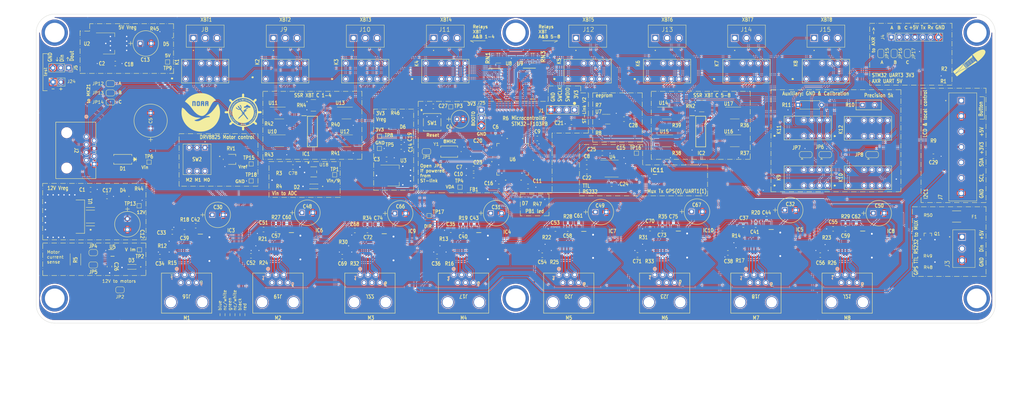
<source format=kicad_pcb>
(kicad_pcb (version 20221018) (generator pcbnew)

  (general
    (thickness 1.6)
  )

  (paper "A3")
  (title_block
    (title "XBT Autolauncher 3.0")
    (date "2024-06-20")
    (rev "3")
    (company "NOAA/AOML")
    (comment 1 "Christian Saiz")
  )

  (layers
    (0 "F.Cu" mixed)
    (31 "B.Cu" mixed)
    (34 "B.Paste" user)
    (35 "F.Paste" user)
    (36 "B.SilkS" user "B.Silkscreen")
    (37 "F.SilkS" user "F.Silkscreen")
    (38 "B.Mask" user)
    (39 "F.Mask" user)
    (40 "Dwgs.User" user "User.Drawings")
    (41 "Cmts.User" user "User.Comments")
    (44 "Edge.Cuts" user)
    (45 "Margin" user)
    (46 "B.CrtYd" user "B.Courtyard")
    (47 "F.CrtYd" user "F.Courtyard")
  )

  (setup
    (stackup
      (layer "F.SilkS" (type "Top Silk Screen"))
      (layer "F.Paste" (type "Top Solder Paste"))
      (layer "F.Mask" (type "Top Solder Mask") (thickness 0.01))
      (layer "F.Cu" (type "copper") (thickness 0.035))
      (layer "dielectric 1" (type "core") (thickness 1.51) (material "FR4") (epsilon_r 4.5) (loss_tangent 0.02))
      (layer "B.Cu" (type "copper") (thickness 0.035))
      (layer "B.Mask" (type "Bottom Solder Mask") (thickness 0.01))
      (layer "B.Paste" (type "Bottom Solder Paste"))
      (layer "B.SilkS" (type "Bottom Silk Screen"))
      (copper_finish "None")
      (dielectric_constraints no)
    )
    (pad_to_mask_clearance 0)
    (aux_axis_origin 52 186)
    (grid_origin 52 186)
    (pcbplotparams
      (layerselection 0x00010e8_ffffffff)
      (plot_on_all_layers_selection 0x0000000_00000000)
      (disableapertmacros false)
      (usegerberextensions true)
      (usegerberattributes false)
      (usegerberadvancedattributes false)
      (creategerberjobfile false)
      (dashed_line_dash_ratio 12.000000)
      (dashed_line_gap_ratio 3.000000)
      (svgprecision 4)
      (plotframeref false)
      (viasonmask false)
      (mode 1)
      (useauxorigin false)
      (hpglpennumber 1)
      (hpglpenspeed 20)
      (hpglpendiameter 15.000000)
      (dxfpolygonmode true)
      (dxfimperialunits true)
      (dxfusepcbnewfont true)
      (psnegative false)
      (psa4output false)
      (plotreference true)
      (plotvalue false)
      (plotinvisibletext false)
      (sketchpadsonfab false)
      (subtractmaskfromsilk true)
      (outputformat 1)
      (mirror false)
      (drillshape 0)
      (scaleselection 1)
      (outputdirectory "V3_GERBERS/")
    )
  )

  (net 0 "")
  (net 1 "/+19.5V")
  (net 2 "GND")
  (net 3 "+12V")
  (net 4 "+5V")
  (net 5 "+3.3V")
  (net 6 "Net-(SW1-A)")
  (net 7 "Net-(U4-C1+)")
  (net 8 "Net-(U4-C1-)")
  (net 9 "Net-(U6-PD0)")
  (net 10 "Net-(U4-C2+)")
  (net 11 "Net-(U4-C2-)")
  (net 12 "Net-(U6-PD1)")
  (net 13 "Net-(U4-VS-)")
  (net 14 "Net-(U4-VS+)")
  (net 15 "Vmotor_out")
  (net 16 "Net-(IC3-VCP)")
  (net 17 "Net-(IC3-CP2)")
  (net 18 "Net-(IC3-CP1)")
  (net 19 "Net-(J7-Pin_1)")
  (net 20 "Net-(IC4-VCP)")
  (net 21 "Net-(IC4-CP2)")
  (net 22 "Net-(IC4-CP1)")
  (net 23 "Net-(IC5-VCP)")
  (net 24 "Net-(IC5-CP2)")
  (net 25 "Net-(IC5-CP1)")
  (net 26 "Net-(IC6-VCP)")
  (net 27 "Net-(IC6-CP2)")
  (net 28 "Net-(IC6-CP1)")
  (net 29 "Net-(IC7-VCP)")
  (net 30 "Net-(IC7-CP2)")
  (net 31 "Net-(IC7-CP1)")
  (net 32 "Net-(IC8-VCP)")
  (net 33 "Net-(IC8-CP2)")
  (net 34 "Net-(IC8-CP1)")
  (net 35 "Net-(IC9-VCP)")
  (net 36 "Net-(IC9-CP2)")
  (net 37 "Net-(IC9-CP1)")
  (net 38 "Net-(IC10-VCP)")
  (net 39 "Net-(IC10-CP2)")
  (net 40 "Net-(IC10-CP1)")
  (net 41 "Net-(U18-+)")
  (net 42 "/+19.5V_raw")
  (net 43 "Net-(U6-PC1)")
  (net 44 "Net-(IC1-Q4)")
  (net 45 "Net-(IC1-Q1)")
  (net 46 "/RelayControl/Reset1")
  (net 47 "SSR_xbt1")
  (net 48 "SSR_xbt4")
  (net 49 "Net-(IC1-Q2)")
  (net 50 "Net-(IC1-Q3)")
  (net 51 "SSR_xbt3")
  (net 52 "unconnected-(IC1-NC-Pad13)")
  (net 53 "SSR_xbt2")
  (net 54 "Net-(IC2-Q4)")
  (net 55 "Net-(IC2-Q1)")
  (net 56 "/RelayControl/Reset2")
  (net 57 "SSR_xbt5")
  (net 58 "SSR_xbt8")
  (net 59 "Net-(IC2-Q2)")
  (net 60 "Net-(IC2-Q3)")
  (net 61 "SSR_xbt7")
  (net 62 "unconnected-(IC2-NC-Pad13)")
  (net 63 "SSR_xbt6")
  (net 64 "Net-(IC3-AOUT1)")
  (net 65 "Net-(IC3-ISENA)")
  (net 66 "Net-(IC3-AOUT2)")
  (net 67 "Net-(IC3-BOUT2)")
  (net 68 "Net-(IC3-ISENB)")
  (net 69 "Net-(IC3-BOUT1)")
  (net 70 "/MotorControl/Vref")
  (net 71 "unconnected-(IC3-NFAULT-Pad18)")
  (net 72 "unconnected-(IC3-DECAY-Pad19)")
  (net 73 "DIR")
  (net 74 "Enable_M1")
  (net 75 "STEP")
  (net 76 "unconnected-(IC3-NC-Pad23)")
  (net 77 "/MotorControl/Mode_0")
  (net 78 "/MotorControl/Mode_1")
  (net 79 "/MotorControl/Mode_2")
  (net 80 "unconnected-(IC3-NHOME-Pad27)")
  (net 81 "Net-(IC4-AOUT1)")
  (net 82 "Net-(IC4-ISENA)")
  (net 83 "Net-(IC4-AOUT2)")
  (net 84 "Net-(IC4-BOUT2)")
  (net 85 "Net-(IC4-ISENB)")
  (net 86 "Net-(IC4-BOUT1)")
  (net 87 "unconnected-(IC4-NFAULT-Pad18)")
  (net 88 "unconnected-(IC4-DECAY-Pad19)")
  (net 89 "Enable_M2")
  (net 90 "unconnected-(IC4-NC-Pad23)")
  (net 91 "unconnected-(IC4-NHOME-Pad27)")
  (net 92 "Net-(IC5-AOUT1)")
  (net 93 "Net-(IC5-ISENA)")
  (net 94 "Net-(IC5-AOUT2)")
  (net 95 "Net-(IC5-BOUT2)")
  (net 96 "Net-(IC5-ISENB)")
  (net 97 "Net-(IC5-BOUT1)")
  (net 98 "unconnected-(IC5-NFAULT-Pad18)")
  (net 99 "unconnected-(IC5-DECAY-Pad19)")
  (net 100 "Enable_M3")
  (net 101 "unconnected-(IC5-NC-Pad23)")
  (net 102 "unconnected-(IC5-NHOME-Pad27)")
  (net 103 "Net-(IC6-AOUT1)")
  (net 104 "Net-(IC6-ISENA)")
  (net 105 "Net-(IC6-AOUT2)")
  (net 106 "Net-(IC6-BOUT2)")
  (net 107 "Net-(IC6-ISENB)")
  (net 108 "Net-(IC6-BOUT1)")
  (net 109 "unconnected-(IC6-NFAULT-Pad18)")
  (net 110 "unconnected-(IC6-DECAY-Pad19)")
  (net 111 "Enable_M4")
  (net 112 "unconnected-(IC6-NC-Pad23)")
  (net 113 "unconnected-(IC6-NHOME-Pad27)")
  (net 114 "Net-(IC7-AOUT1)")
  (net 115 "Net-(IC7-ISENA)")
  (net 116 "Net-(IC7-AOUT2)")
  (net 117 "Net-(IC7-BOUT2)")
  (net 118 "Net-(IC7-ISENB)")
  (net 119 "Net-(IC7-BOUT1)")
  (net 120 "unconnected-(IC7-NFAULT-Pad18)")
  (net 121 "unconnected-(IC7-DECAY-Pad19)")
  (net 122 "Enable_M5")
  (net 123 "unconnected-(IC7-NC-Pad23)")
  (net 124 "unconnected-(IC7-NHOME-Pad27)")
  (net 125 "Net-(IC8-AOUT1)")
  (net 126 "Net-(IC8-ISENA)")
  (net 127 "Net-(IC8-AOUT2)")
  (net 128 "Net-(IC8-BOUT2)")
  (net 129 "Net-(IC8-ISENB)")
  (net 130 "Net-(IC8-BOUT1)")
  (net 131 "unconnected-(IC8-NFAULT-Pad18)")
  (net 132 "unconnected-(IC8-DECAY-Pad19)")
  (net 133 "Enable_M6")
  (net 134 "unconnected-(IC8-NC-Pad23)")
  (net 135 "unconnected-(IC8-NHOME-Pad27)")
  (net 136 "Net-(IC9-AOUT1)")
  (net 137 "Net-(IC9-ISENA)")
  (net 138 "Net-(IC9-AOUT2)")
  (net 139 "Net-(IC9-BOUT2)")
  (net 140 "Net-(IC9-ISENB)")
  (net 141 "Net-(IC9-BOUT1)")
  (net 142 "unconnected-(IC9-NFAULT-Pad18)")
  (net 143 "unconnected-(IC9-DECAY-Pad19)")
  (net 144 "Enable_M7")
  (net 145 "unconnected-(IC9-NC-Pad23)")
  (net 146 "unconnected-(IC9-NHOME-Pad27)")
  (net 147 "Net-(IC10-AOUT1)")
  (net 148 "Net-(IC10-ISENA)")
  (net 149 "Net-(IC10-AOUT2)")
  (net 150 "Net-(IC10-BOUT2)")
  (net 151 "Net-(IC10-ISENB)")
  (net 152 "Net-(IC10-BOUT1)")
  (net 153 "unconnected-(IC10-NFAULT-Pad18)")
  (net 154 "unconnected-(IC10-DECAY-Pad19)")
  (net 155 "Enable_M8")
  (net 156 "unconnected-(IC10-NC-Pad23)")
  (net 157 "unconnected-(IC10-NHOME-Pad27)")
  (net 158 "xbt_B")
  (net 159 "/Dout_toComputer")
  (net 160 "xbt_C")
  (net 161 "/Din_fromComputer")
  (net 162 "xbt_A")
  (net 163 "/SWDIO")
  (net 164 "/SWCLK")
  (net 165 "Net-(JP13-A)")
  (net 166 "/UART3_TX")
  (net 167 "/RelayControl/XBT1_A")
  (net 168 "/RelayControl/XBT1_B")
  (net 169 "/RelayControl/XBT1_C")
  (net 170 "/RelayControl/XBT2_A")
  (net 171 "/RelayControl/XBT2_B")
  (net 172 "/RelayControl/XBT2_C")
  (net 173 "/RelayControl/XBT3_A")
  (net 174 "/RelayControl/XBT3_B")
  (net 175 "/RelayControl/XBT3_C")
  (net 176 "/RelayControl/XBT4_A")
  (net 177 "/RelayControl/XBT4_B")
  (net 178 "/RelayControl/XBT4_C")
  (net 179 "/RelayControl/XBT5_A")
  (net 180 "/RelayControl/XBT5_B")
  (net 181 "/RelayControl/XBT5_C")
  (net 182 "/RelayControl/XBT6_A")
  (net 183 "/RelayControl/XBT6_B")
  (net 184 "/RelayControl/XBT6_C")
  (net 185 "/RelayControl/XBT7_A")
  (net 186 "/RelayControl/XBT7_B")
  (net 187 "/RelayControl/XBT7_C")
  (net 188 "/RelayControl/XBT8_A")
  (net 189 "/RelayControl/XBT8_B")
  (net 190 "/RelayControl/XBT8_C")
  (net 191 "/I2C1_SDA")
  (net 192 "/I2C1_SCL")
  (net 193 "/MUX_output")
  (net 194 "Net-(JP2-B)")
  (net 195 "unconnected-(J16-Pin_2-Pad2)")
  (net 196 "unconnected-(J16-Pin_4-Pad4)")
  (net 197 "unconnected-(J17-Pin_2-Pad2)")
  (net 198 "unconnected-(J17-Pin_4-Pad4)")
  (net 199 "unconnected-(J19-Pin_2-Pad2)")
  (net 200 "unconnected-(J19-Pin_4-Pad4)")
  (net 201 "unconnected-(J20-Pin_2-Pad2)")
  (net 202 "unconnected-(J20-Pin_4-Pad4)")
  (net 203 "unconnected-(J22-Pin_2-Pad2)")
  (net 204 "unconnected-(J22-Pin_4-Pad4)")
  (net 205 "unconnected-(J23-Pin_2-Pad2)")
  (net 206 "unconnected-(J23-Pin_4-Pad4)")
  (net 207 "/MUX_select")
  (net 208 "/Din_fromGPS")
  (net 209 "Net-(U18--)")
  (net 210 "Net-(J3-Pin_2)")
  (net 211 "Net-(JP6-B)")
  (net 212 "Net-(JP7-B)")
  (net 213 "Net-(JP8-A)")
  (net 214 "Net-(JP8-B)")
  (net 215 "Net-(JP4-B)")
  (net 216 "Net-(JP5-B)")
  (net 217 "Net-(JP6-A)")
  (net 218 "Net-(JP7-A)")
  (net 219 "unconnected-(K1-NC_1-Pad3)")
  (net 220 "Net-(K1--_1)")
  (net 221 "unconnected-(K1-NC_2-Pad10)")
  (net 222 "unconnected-(K2-NC_1-Pad3)")
  (net 223 "Net-(K2--_1)")
  (net 224 "unconnected-(K2-NC_2-Pad10)")
  (net 225 "unconnected-(K3-NC_1-Pad3)")
  (net 226 "Net-(K3--_1)")
  (net 227 "unconnected-(K3-NC_2-Pad10)")
  (net 228 "unconnected-(K4-NC_1-Pad3)")
  (net 229 "Net-(K4--_1)")
  (net 230 "unconnected-(K4-NC_2-Pad10)")
  (net 231 "Net-(K12--_1)")
  (net 232 "/RelayControl/Reset3")
  (net 233 "unconnected-(K6-NC_1-Pad3)")
  (net 234 "unconnected-(K5-NC_1-Pad3)")
  (net 235 "Net-(K6--_1)")
  (net 236 "unconnected-(K6-NC_2-Pad10)")
  (net 237 "unconnected-(K7-NC_1-Pad3)")
  (net 238 "Net-(K5--_1)")
  (net 239 "Net-(K7--_1)")
  (net 240 "unconnected-(K5-NC_2-Pad10)")
  (net 241 "unconnected-(K10-COM_1-Pad4)")
  (net 242 "unconnected-(K7-NC_2-Pad10)")
  (net 243 "unconnected-(K8-NC_1-Pad3)")
  (net 244 "Net-(K8--_1)")
  (net 245 "unconnected-(K8-NC_2-Pad10)")
  (net 246 "unconnected-(K10-NO_1-Pad5)")
  (net 247 "Net-(K11-NO_1)")
  (net 248 "Net-(K12-NO_1)")
  (net 249 "unconnected-(K10-NC_1-Pad3)")
  (net 250 "Net-(K10--_1)")
  (net 251 "unconnected-(K12-NO_2-Pad8)")
  (net 252 "unconnected-(K11-NC_1-Pad3)")
  (net 253 "Net-(K11--_1)")
  (net 254 "unconnected-(K11-NC_2-Pad10)")
  (net 255 "unconnected-(K12-NC_1-Pad3)")
  (net 256 "unconnected-(K12-COM_2-Pad9)")
  (net 257 "unconnected-(K12-NC_2-Pad10)")
  (net 258 "Net-(U6-BOOT0)")
  (net 259 "/UART3_RX")
  (net 260 "relay_xbt8")
  (net 261 "relay_xbt7")
  (net 262 "relay_xbt6")
  (net 263 "relay_xbt5")
  (net 264 "relay_xbt4")
  (net 265 "relay_xbt3")
  (net 266 "relay_xbt2")
  (net 267 "relay_xbt1")
  (net 268 "Net-(J25-Pin_2)")
  (net 269 "relay_reset3")
  (net 270 "relay_reset2")
  (net 271 "relay_reset1")
  (net 272 "relay_cal_res")
  (net 273 "relay_cal_cont")
  (net 274 "relay_gnd_cond")
  (net 275 "unconnected-(U4-T2OUT-Pad7)")
  (net 276 "unconnected-(U4-R2IN-Pad8)")
  (net 277 "/UART1_TX")
  (net 278 "/UART1_RX")
  (net 279 "unconnected-(U6-PB12-Pad33)")
  (net 280 "Net-(D4-K)")
  (net 281 "Net-(D5-K)")
  (net 282 "Net-(D6-K)")
  (net 283 "Net-(Q1-G)")
  (net 284 "/VDDA")
  (net 285 "Net-(R36-Pad1)")
  (net 286 "Net-(R37-Pad1)")
  (net 287 "Net-(R38-Pad1)")
  (net 288 "Net-(R39-Pad1)")
  (net 289 "Net-(R40-Pad1)")
  (net 290 "Net-(R41-Pad1)")
  (net 291 "Net-(R42-Pad1)")
  (net 292 "Net-(R43-Pad1)")
  (net 293 "unconnected-(U6-PB2-Pad28)")
  (net 294 "Net-(D7-K)")
  (net 295 "unconnected-(U6-PC5-Pad25)")
  (net 296 "unconnected-(RN1-Pad9)")
  (net 297 "unconnected-(J18-Pin_2-Pad2)")
  (net 298 "unconnected-(J18-Pin_4-Pad4)")
  (net 299 "unconnected-(J21-Pin_2-Pad2)")
  (net 300 "unconnected-(J21-Pin_4-Pad4)")
  (net 301 "Net-(D7-A)")
  (net 302 "Net-(JP14-A)")
  (net 303 "Net-(JP12-A)")
  (net 304 "Net-(J4-Pin_1)")
  (net 305 "Net-(J4-Pin_2)")
  (net 306 "Net-(J4-Pin_3)")
  (net 307 "Net-(J4-Pin_6)")
  (net 308 "unconnected-(U4-R2OUT-Pad9)")
  (net 309 "unconnected-(U4-T2IN-Pad10)")
  (net 310 "unconnected-(U6-PA3-Pad17)")
  (net 311 "unconnected-(RN3-Pad9)")
  (net 312 "Net-(J3-Pin_1)")
  (net 313 "/VDD")
  (net 314 "unconnected-(IC3-V3P3OUT-Pad15)")
  (net 315 "unconnected-(IC3-NENBL-Pad21)")
  (net 316 "unconnected-(IC4-V3P3OUT-Pad15)")
  (net 317 "unconnected-(IC4-NENBL-Pad21)")
  (net 318 "unconnected-(IC5-V3P3OUT-Pad15)")
  (net 319 "unconnected-(IC5-NENBL-Pad21)")
  (net 320 "unconnected-(IC6-V3P3OUT-Pad15)")
  (net 321 "unconnected-(IC6-NENBL-Pad21)")
  (net 322 "unconnected-(IC7-V3P3OUT-Pad15)")
  (net 323 "unconnected-(IC7-NENBL-Pad21)")
  (net 324 "unconnected-(IC8-V3P3OUT-Pad15)")
  (net 325 "unconnected-(IC8-NENBL-Pad21)")
  (net 326 "unconnected-(IC9-V3P3OUT-Pad15)")
  (net 327 "unconnected-(IC9-NENBL-Pad21)")
  (net 328 "unconnected-(IC10-V3P3OUT-Pad15)")
  (net 329 "unconnected-(IC10-NENBL-Pad21)")

  (footprint "CUI_3x1_connector:CUI_TBP02R2-381-03BE" (layer "F.Cu") (at 102.8273 93.75))

  (footprint "Relay_TX-L2-5V:RELAY_TX2_L2_PAN" (layer "F.Cu") (at 295.05 125.4 90))

  (footprint "Header_screw_7x1_TB001-500-07BE:CUI_TB001-500-07BE" (layer "F.Cu") (at 351 114 -90))

  (footprint "Capacitor_01uF-0805:CAP_CL21_SAM" (layer "F.Cu") (at 74.8978 145))

  (footprint "Resistor_0805:RC0805N_YAG" (layer "F.Cu") (at 277.8003 122))

  (footprint "Capacitor_01uF-0805:CAP_CL21_SAM" (layer "F.Cu") (at 150.9278 164.5))

  (footprint "Images_logos:AOML_logo" (layer "F.Cu")
    (tstamp 043e9079-ca13-425e-900f-76f848dc8380)
    (at 118.9 117.7)
    (attr board_only exclude_from_pos_files exclude_from_bom)
    (fp_text reference "G***" (at 0 0) (layer "F.SilkS") hide
        (effects (font (size 1.5 1.5) (thickness 0.3)))
      (tstamp 231e9ad8-0211-4a9a-a1df-568fe075355e)
    )
    (fp_text value "LOGO" (at 0.75 0) (layer "F.SilkS") hide
        (effects (font (size 1.5 1.5) (thickness 0.3)))
      (tstamp f586044e-cae5-4223-b7bc-1397952c5a3e)
    )
    (fp_poly
      (pts
        (xy -4.62182 -1.495589)
        (xy -4.626822 -1.490587)
        (xy -4.631824 -1.495589)
        (xy -4.626822 -1.500591)
      )

      (stroke (width 0) (type solid)) (fill solid) (layer "F.SilkS") (tstamp 8fd703ad-b382-4fb9-b62a-396ed396dc55))
    (fp_poly
      (pts
        (xy -4.541788 1.705671)
        (xy -4.54679 1.710673)
        (xy -4.551792 1.705671)
        (xy -4.54679 1.700669)
      )

      (stroke (width 0) (type solid)) (fill solid) (layer "F.SilkS") (tstamp f7eedc2e-f9e8-488f-81c3-9446dc30d8e4))
    (fp_poly
      (pts
        (xy -4.521781 -3.976566)
        (xy -4.526783 -3.971564)
        (xy -4.531785 -3.976566)
        (xy -4.526783 -3.981568)
      )

      (stroke (width 0) (type solid)) (fill solid) (layer "F.SilkS") (tstamp f0d94735-a52e-4996-b2b1-c502e1e173b7))
    (fp_poly
      (pts
        (xy -4.29169 3.476368)
        (xy -4.296692 3.48137)
        (xy -4.301694 3.476368)
        (xy -4.296692 3.471366)
      )

      (stroke (width 0) (type solid)) (fill solid) (layer "F.SilkS") (tstamp ea423609-1c7f-4653-be69-0c1e02f44221))
    (fp_poly
      (pts
        (xy -4.071603 2.636038)
        (xy -4.076605 2.64104)
        (xy -4.081607 2.636038)
        (xy -4.076605 2.631036)
      )

      (stroke (width 0) (type solid)) (fill solid) (layer "F.SilkS") (tstamp dac782ff-ab8c-4165-bb33-c5562fabe6ee))
    (fp_poly
      (pts
        (xy -4.061599 2.656045)
        (xy -4.066601 2.661047)
        (xy -4.071603 2.656045)
        (xy -4.066601 2.651043)
      )

      (stroke (width 0) (type solid)) (fill solid) (layer "F.SilkS") (tstamp 933805eb-1868-4107-a360-106aa4c8bcb1))
    (fp_poly
      (pts
        (xy -3.91154 -1.06542)
        (xy -3.916542 -1.060418)
        (xy -3.921544 -1.06542)
        (xy -3.916542 -1.070422)
      )

      (stroke (width 0) (type solid)) (fill solid) (layer "F.SilkS") (tstamp b9b5fd1d-a1c5-42ca-b9b4-5a85856c27e6))
    (fp_poly
      (pts
        (xy -3.68145 -0.785309)
        (xy -3.686452 -0.780307)
        (xy -3.691454 -0.785309)
        (xy -3.686452 -0.790311)
      )

      (stroke (width 0) (type solid)) (fill solid) (layer "F.SilkS") (tstamp 54af88f2-fa40-48d1-bd45-0580d23278b0))
    (fp_poly
      (pts
        (xy -3.671446 1.62564)
        (xy -3.676448 1.630642)
        (xy -3.68145 1.62564)
        (xy -3.676448 1.620638)
      )

      (stroke (width 0) (type solid)) (fill solid) (layer "F.SilkS") (tstamp ad0a127d-495f-42cf-857c-aa4613443e68))
    (fp_poly
      (pts
        (xy -3.601418 -1.985782)
        (xy -3.60642 -1.98078)
        (xy -3.611422 -1.985782)
        (xy -3.60642 -1.990784)
      )

      (stroke (width 0) (type solid)) (fill solid) (layer "F.SilkS") (tstamp 63f80b66-aef4-4155-a508-c9ddf7216cb4))
    (fp_poly
      (pts
        (xy -3.601418 3.856518)
        (xy -3.60642 3.86152)
        (xy -3.611422 3.856518)
        (xy -3.60642 3.851516)
      )

      (stroke (width 0) (type solid)) (fill solid) (layer "F.SilkS") (tstamp 0d842093-fba5-4d52-9772-85d5974c171a))
    (fp_poly
      (pts
        (xy -3.521387 -1.67566)
        (xy -3.526389 -1.670658)
        (xy -3.531391 -1.67566)
        (xy -3.526389 -1.680662)
      )

      (stroke (width 0) (type solid)) (fill solid) (layer "F.SilkS") (tstamp 67ace341-8822-4ebe-b177-6af00cec3562))
    (fp_poly
      (pts
        (xy -3.491375 1.705671)
        (xy -3.496377 1.710673)
        (xy -3.501379 1.705671)
        (xy -3.496377 1.700669)
      )

      (stroke (width 0) (type solid)) (fill solid) (layer "F.SilkS") (tstamp a384c933-ae11-4605-aca1-ecac22672a63))
    (fp_poly
      (pts
        (xy -3.431351 -2.535999)
        (xy -3.436353 -2.530997)
        (xy -3.441355 -2.535999)
        (xy -3.436353 -2.541001)
      )

      (stroke (width 0) (type solid)) (fill solid) (layer "F.SilkS") (tstamp 125b9f69-d3f2-4bfc-ba92-102860effb76))
    (fp_poly
      (pts
        (xy -3.431351 1.705671)
        (xy -3.436353 1.710673)
        (xy -3.441355 1.705671)
        (xy -3.436353 1.700669)
      )

      (stroke (width 0) (type solid)) (fill solid) (layer "F.SilkS") (tstamp ce66f90a-3853-4d1e-b809-634e0e24e30b))
    (fp_poly
      (pts
        (xy -3.431351 2.035801)
        (xy -3.436353 2.040803)
        (xy -3.441355 2.035801)
        (xy -3.436353 2.030799)
      )

      (stroke (width 0) (type solid)) (fill solid) (layer "F.SilkS") (tstamp 12afcb34-7b6b-4c38-9c12-386da7ba43d5))
    (fp_poly
      (pts
        (xy -3.35132 -2.586018)
        (xy -3.356322 -2.581016)
        (xy -3.361324 -2.586018)
        (xy -3.356322 -2.59102)
      )

      (stroke (width 0) (type solid)) (fill solid) (layer "F.SilkS") (tstamp 63a066f2-c291-46f1-b8dd-e0eb90175876))
    (fp_poly
      (pts
        (xy -3.341316 2.666049)
        (xy -3.346318 2.671051)
        (xy -3.35132 2.666049)
        (xy -3.346318 2.661047)
      )

      (stroke (width 0) (type solid)) (fill solid) (layer "F.SilkS") (tstamp 07932e49-c2ee-4810-a873-9b66fb848583))
    (fp_poly
      (pts
        (xy -2.791099 -3.976566)
        (xy -2.796101 -3.971564)
        (xy -2.801103 -3.976566)
        (xy -2.796101 -3.981568)
      )

      (stroke (width 0) (type solid)) (fill solid) (layer "F.SilkS") (tstamp c4eeef48-8b50-4848-8643-c0c3f9edb1ef))
    (fp_poly
      (pts
        (xy -2.711068 2.786097)
        (xy -2.71607 2.791099)
        (xy -2.721072 2.786097)
        (xy -2.71607 2.781095)
      )

      (stroke (width 0) (type solid)) (fill solid) (layer "F.SilkS") (tstamp 5d3e16fb-b321-4d87-b9e7-4b1b85667264))
    (fp_poly
      (pts
        (xy -2.69106 -3.256282)
        (xy -2.696062 -3.25128)
        (xy -2.701064 -3.256282)
        (xy -2.696062 -3.261284)
      )

      (stroke (width 0) (type solid)) (fill solid) (layer "F.SilkS") (tstamp 86f1ae26-6381-4316-abaf-20b01351ebae))
    (fp_poly
      (pts
        (xy -2.631036 -2.786097)
        (xy -2.636038 -2.781095)
        (xy -2.64104 -2.786097)
        (xy -2.636038 -2.791099)
      )

      (stroke (width 0) (type solid)) (fill solid) (layer "F.SilkS") (tstamp 58d74496-2108-4550-9904-5b02582ea3fe))
    (fp_poly
      (pts
        (xy -2.551005 3.166246)
        (xy -2.556007 3.171248)
        (xy -2.561009 3.166246)
        (xy -2.556007 3.161244)
      )

      (stroke (width 0) (type solid)) (fill solid) (layer "F.SilkS") (tstamp 8b301efd-a7d1-44c4-96b7-15bf25a00e74))
    (fp_poly
      (pts
        (xy -2.400946 3.216266)
        (xy -2.405948 3.221268)
        (xy -2.41095 3.216266)
        (xy -2.405948 3.211264)
      )

      (stroke (width 0) (type solid)) (fill solid) (layer "F.SilkS") (tstamp 2702d12c-0a85-415c-9954-4db35e96cd02))
    (fp_poly
      (pts
        (xy -2.31091 4.256676)
        (xy -2.315912 4.261678)
        (xy -2.320914 4.256676)
        (xy -2.315912 4.251674)
      )

      (stroke (width 0) (type solid)) (fill solid) (layer "F.SilkS") (tstamp d24931fa-a0c2-43c0-b9c0-29b31a495c12))
    (fp_poly
      (pts
        (xy -2.08082 3.296298)
        (xy -2.085822 3.301299)
        (xy -2.090824 3.296298)
        (xy -2.085822 3.291296)
      )

      (stroke (width 0) (type solid)) (fill solid) (layer "F.SilkS") (tstamp c2174a6c-2795-47c0-bfbf-424469ebe991))
    (fp_poly
      (pts
        (xy -1.990784 4.416739)
        (xy -1.995786 4.421741)
        (xy -2.000788 4.416739)
        (xy -1.995786 4.411737)
      )

      (stroke (width 0) (type solid)) (fill solid) (layer "F.SilkS") (tstamp c9efad8a-0cb8-480b-b26d-7bbd95b2c0bd))
    (fp_poly
      (pts
        (xy -1.830721 -4.506775)
        (xy -1.835723 -4.501773)
        (xy -1.840725 -4.506775)
        (xy -1.835723 -4.511777)
      )

      (stroke (width 0) (type solid)) (fill solid) (layer "F.SilkS") (tstamp 2f4dca3c-9744-4aa5-b282-0e965e46f822))
    (fp_poly
      (pts
        (xy -1.760694 -3.266286)
        (xy -1.765696 -3.261284)
        (xy -1.770697 -3.266286)
        (xy -1.765696 -3.271288)
      )

      (stroke (width 0) (type solid)) (fill solid) (layer "F.SilkS") (tstamp ce05846a-b152-4215-95da-b27ef6b9bcc8))
    (fp_poly
      (pts
        (xy -1.350532 4.656833)
        (xy -1.355534 4.661835)
        (xy -1.360536 4.656833)
        (xy -1.355534 4.651831)
      )

      (stroke (width 0) (type solid)) (fill solid) (layer "F.SilkS") (tstamp df84fb20-da77-4d09-beee-45bd55471c2a))
    (fp_poly
      (pts
        (xy -0.71028 3.706459)
        (xy -0.715282 3.711461)
        (xy -0.720284 3.706459)
        (xy -0.715282 3.701457)
      )

      (stroke (width 0) (type solid)) (fill solid) (layer "F.SilkS") (tstamp c91d552a-22e8-4d76-ac21-d8545eea703c))
    (fp_poly
      (pts
        (xy -0.71028 4.796888)
        (xy -0.715282 4.80189)
        (xy -0.720284 4.796888)
        (xy -0.715282 4.791886)
      )

      (stroke (width 0) (type solid)) (fill solid) (layer "F.SilkS") (tstamp e84e6b5b-cb6a-4e97-83aa-07737d9cb10a))
    (fp_poly
      (pts
        (xy -0.620245 4.026585)
        (xy -0.625247 4.031587)
        (xy -0.630248 4.026585)
        (xy -0.625247 4.021583)
      )

      (stroke (width 0) (type solid)) (fill solid) (layer "F.SilkS") (tstamp 776f580e-f4ed-4d5b-894e-905ac6b34962))
    (fp_poly
      (pts
        (xy -0.390154 4.956951)
        (xy -0.395156 4.961953)
        (xy -0.400158 4.956951)
        (xy -0.395156 4.951949)
      )

      (stroke (width 0) (type solid)) (fill solid) (layer "F.SilkS") (tstamp 2d9851ee-25de-49f6-91c8-f68f6bea1ab4))
    (fp_poly
      (pts
        (xy -0.38015 4.976959)
        (xy -0.385152 4.981961)
        (xy -0.390154 4.976959)
        (xy -0.385152 4.971957)
      )

      (stroke (width 0) (type solid)) (fill solid) (layer "F.SilkS") (tstamp 5ca77963-4f9a-4e56-939c-d9343119d860))
    (fp_poly
      (pts
        (xy -0.350138 4.016581)
        (xy -0.35514 4.021583)
        (xy -0.360142 4.016581)
        (xy -0.35514 4.011579)
      )

      (stroke (width 0) (type solid)) (fill solid) (layer "F.SilkS") (tstamp 09a9dbd5-517c-4a82-a079-b019cc7b5683))
    (fp_poly
      (pts
        (xy -0.340134 3.946554)
        (xy -0.345136 3.951555)
        (xy -0.350138 3.946554)
        (xy -0.345136 3.941552)
      )

      (stroke (width 0) (type solid)) (fill solid) (layer "F.SilkS") (tstamp 03e9f144-364b-44fe-81a0-29b530d49edf))
    (fp_poly
      (pts
        (xy -0.33013 -4.136629)
        (xy -0.335132 -4.131627)
        (xy -0.340134 -4.136629)
        (xy -0.335132 -4.141631)
      )

      (stroke (width 0) (type solid)) (fill solid) (layer "F.SilkS") (tstamp b5fcbb45-cb0d-4fb2-bb54-60e866f19de8))
    (fp_poly
      (pts
        (xy -0.300119 -5.817291)
        (xy -0.30512 -5.812289)
        (xy -0.310122 -5.817291)
        (xy -0.30512 -5.822292)
      )

      (stroke (width 0) (type solid)) (fill solid) (layer "F.SilkS") (tstamp 849e8abc-9e37-486b-8543-8a8bfe63e3f3))
    (fp_poly
      (pts
        (xy -0.230091 1.005396)
        (xy -0.235093 1.010398)
        (xy -0.240095 1.005396)
        (xy -0.235093 1.000394)
      )

      (stroke (width 0) (type solid)) (fill solid) (layer "F.SilkS") (tstamp 3e27dca5-5c58-4ba2-ba4b-4bd5337f4b30))
    (fp_poly
      (pts
        (xy -0.160063 3.926546)
        (xy -0.165065 3.931548)
        (xy -0.170067 3.926546)
        (xy -0.165065 3.921544)
      )

      (stroke (width 0) (type solid)) (fill solid) (layer "F.SilkS") (tstamp e58b382a-d590-45ec-b91b-4f501511da7f))
    (fp_poly
      (pts
        (xy -0.150059 -4.206656)
        (xy -0.155061 -4.201654)
        (xy -0.160063 -4.206656)
        (xy -0.155061 -4.211658)
      )

      (stroke (width 0) (type solid)) (fill solid) (layer "F.SilkS") (tstamp 305c7c0e-8c71-4ee5-9b88-949702834fd0))
    (fp_poly
      (pts
        (xy -0.150059 5.977353)
        (xy -0.155061 5.982355)
        (xy -0.160063 5.977353)
        (xy -0.155061 5.972351)
      )

      (stroke (width 0) (type solid)) (fill solid) (layer "F.SilkS") (tstamp bab76b78-e5e4-4244-a2e0-16c815adf9f1))
    (fp_poly
      (pts
        (xy -0.070028 0.855337)
        (xy -0.07503 0.860338)
        (xy -0.080032 0.855337)
        (xy -0.07503 0.850335)
      )

      (stroke (width 0) (type solid)) (fill solid) (layer "F.SilkS") (tstamp 797eab0e-c29d-4f9d-b8ef-45937fb07d5e))
    (fp_poly
      (pts
        (xy 0 3.796494)
        (xy -0.005002 3.801496)
        (xy -0.010004 3.796494)
        (xy -0.005002 3.791492)
      )

      (stroke (width 0) (type solid)) (fill solid) (layer "F.SilkS") (tstamp 371c5312-0a90-4eb4-97e3-dfd82244560d))
    (fp_poly
      (pts
        (xy 0.170067 4.026585)
        (xy 0.165065 4.031587)
        (xy 0.160063 4.026585)
        (xy 0.165065 4.021583)
      )

      (stroke (width 0) (type solid)) (fill solid) (layer "F.SilkS") (tstamp ceef2c21-e8fd-42e9-96b4-cc987dcd3e85))
    (fp_poly
      (pts
        (xy 0.290114 5.056991)
        (xy 0.285112 5.061993)
        (xy 0.28011 5.056991)
        (xy 0.285112 5.051989)
      )

      (stroke (width 0) (type solid)) (fill solid) (layer "F.SilkS") (tstamp 4c1c3a15-33d1-42fa-a11b-5c14f4eb1ca0))
    (fp_poly
      (pts
        (xy 0.400157 4.896928)
        (xy 0.395155 4.90193)
        (xy 0.390153 4.896928)
        (xy 0.395155 4.891926)
      )

      (stroke (width 0) (type solid)) (fill solid) (layer "F.SilkS") (tstamp 1b6cc41f-9774-455d-b3f1-9d13cba2dd8d))
    (fp_poly
      (pts
        (xy 0.430169 0.63525)
        (xy 0.425167 0.640252)
        (xy 0.420165 0.63525)
        (xy 0.425167 0.630248)
      )

      (stroke (width 0) (type solid)) (fill solid) (layer "F.SilkS") (tstamp 09eefe1f-8846-464a-afc6-73362cfce06e))
    (fp_poly
      (pts
        (xy 0.490193 -4.136629)
        (xy 0.485191 -4.131627)
        (xy 0.480189 -4.136629)
        (xy 0.485191 -4.141631)
      )

      (stroke (width 0) (type solid)) (fill solid) (layer "F.SilkS") (tstamp 463e26f7-e4f3-4f4c-9a59-4e65b2d69cee))
    (fp_poly
      (pts
        (xy 0.640252 -4.826901)
        (xy 0.63525 -4.821899)
        (xy 0.630248 -4.826901)
        (xy 0.63525 -4.831903)
      )

      (stroke (width 0) (type solid)) (fill solid) (layer "F.SilkS") (tstamp 38fbca91-a849-4204-bcc7-759b4e843779))
    (fp_poly
      (pts
        (xy 0.900354 -3.896534)
        (xy 0.895352 -3.891532)
        (xy 0.89035 -3.896534)
        (xy 0.895352 -3.901536)
      )

      (stroke (width 0) (type solid)) (fill solid) (layer "F.SilkS") (tstamp eae83c6d-c142-44cf-962d-5d7623daa2ca))
    (fp_poly
      (pts
        (xy 0.960378 4.176644)
        (xy 0.955376 4.181646)
        (xy 0.950374 4.176644)
        (xy 0.955376 4.171642)
      )

      (stroke (width 0) (type solid)) (fill solid) (layer "F.SilkS") (tstamp 4641f2f0-6d2b-4cfd-951d-6b68f2cf9847))
    (fp_poly
      (pts
        (xy 1.240488 -3.746475)
        (xy 1.235486 -3.741473)
        (xy 1.230484 -3.746475)
        (xy 1.235486 -3.751477)
      )

      (stroke (width 0) (type solid)) (fill solid) (layer "F.SilkS") (tstamp 1185e203-c3ed-4a0f-b6fe-ae60e1d75eaf))
    (fp_poly
      (pts
        (xy 1.360535 4.646829)
        (xy 1.355533 4.651831)
        (xy 1.350531 4.646829)
        (xy 1.355533 4.641827)
      )

      (stroke (width 0) (type solid)) (fill solid) (layer "F.SilkS") (tstamp ea280cd5-9ddf-4c2f-8b10-e322d3b4c31c))
    (fp_poly
      (pts
        (xy 1.530602 -3.746475)
        (xy 1.5256 -3.741473)
        (xy 1.520598 -3.746475)
        (xy 1.5256 -3.751477)
      )

      (stroke (width 0) (type solid)) (fill solid) (layer "F.SilkS") (tstamp fa41f852-f805-4a6f-b22e-ae9d9d075a76))
    (fp_poly
      (pts
        (xy 1.610634 2.215872)
        (xy 1.605632 2.220874)
        (xy 1.60063 2.215872)
        (xy 1.605632 2.21087)
      )

      (stroke (width 0) (type solid)) (fill solid) (layer "F.SilkS") (tstamp 4351a9c7-ee54-438d-917a-dcc04b7f96a5))
    (fp_poly
      (pts
        (xy 1.840724 4.486766)
        (xy 1.835722 4.491768)
        (xy 1.83072 4.486766)
        (xy 1.835722 4.481764)
      )

      (stroke (width 0) (type solid)) (fill solid) (layer "F.SilkS") (tstamp 9916f35a-eac6-43a8-86e3-113276befceb))
    (fp_poly
      (pts
        (xy 2.080819 -3.65644)
        (xy 2.075817 -3.651438)
        (xy 2.070815 -3.65644)
        (xy 2.075817 -3.661442)
      )

      (stroke (width 0) (type solid)) (fill solid) (layer "F.SilkS") (tstamp db170102-c11f-4b64-9d7f-36141396d82e))
    (fp_poly
      (pts
        (xy 2.220874 4.336707)
        (xy 2.215872 4.341709)
        (xy 2.21087 4.336707)
        (xy 2.215872 4.331705)
      )

      (stroke (width 0) (type solid)) (fill solid) (layer "F.SilkS") (tstamp 91585363-b369-4965-a041-fa1839e2afb1))
    (fp_poly
      (pts
        (xy 2.250886 3.536392)
        (xy 2.245884 3.541394)
        (xy 2.240882 3.536392)
        (xy 2.245884 3.53139)
      )

      (stroke (width 0) (type solid)) (fill solid) (layer "F.SilkS") (tstamp 7fc06e14-dbb5-4ba4-8fdb-e6228bc3a275))
    (fp_poly
      (pts
        (xy 2.290902 -3.106223)
        (xy 2.2859 -3.101221)
        (xy 2.280898 -3.106223)
        (xy 2.2859 -3.111225)
      )

      (stroke (width 0) (type solid)) (fill solid) (layer "F.SilkS") (tstamp df32cd84-973f-4a70-9c99-12e2dfaf9cc4))
    (fp_poly
      (pts
        (xy 2.49098 -3.176251)
        (xy 2.485978 -3.171249)
        (xy 2.480976 -3.176251)
        (xy 2.485978 -3.181253)
      )

      (stroke (width 0) (type solid)) (fill solid) (layer "F.SilkS") (tstamp bcbcc6e4-3df5-4f20-b333-ab501cae0b98))
    (fp_poly
      (pts
        (xy 2.571012 3.116227)
        (xy 2.56601 3.121229)
        (xy 2.561008 3.116227)
        (xy 2.56601 3.111225)
      )

      (stroke (width 0) (type solid)) (fill solid) (layer "F.SilkS") (tstamp 3fd19aef-eeba-4833-8829-22aa36cdb6cd))
    (fp_poly
      (pts
        (xy 3.121228 -3.726467)
        (xy 3.116226 -3.721465)
        (xy 3.111225 -3.726467)
        (xy 3.116226 -3.731469)
      )

      (stroke (width 0) (type solid)) (fill solid) (layer "F.SilkS") (tstamp edf24adf-0117-404a-8f4c-28cb818b18b3))
    (fp_poly
      (pts
        (xy 3.131232 -2.425955)
        (xy 3.12623 -2.420953)
        (xy 3.121228 -2.425955)
        (xy 3.12623 -2.430957)
      )

      (stroke (width 0) (type solid)) (fill solid) (layer "F.SilkS") (tstamp 9ae23a15-2c59-40b4-a8a3-7232d68cdde8))
    (fp_poly
      (pts
        (xy 3.20126 2.866128)
        (xy 3.196258 2.87113)
        (xy 3.191256 2.866128)
        (xy 3.196258 2.861126)
      )

      (stroke (width 0) (type solid)) (fill solid) (layer "F.SilkS") (tstamp 064330c2-a5cc-4a64-8c3c-a41289708e6d))
    (fp_poly
      (pts
        (xy 3.25128 1.945766)
        (xy 3.246278 1.950768)
        (xy 3.241276 1.945766)
        (xy 3.246278 1.940764)
      )

      (stroke (width 0) (type solid)) (fill solid) (layer "F.SilkS") (tstamp fa5a813d-ff49-4f27-84d8-807905be1c35))
    (fp_poly
      (pts
        (xy 3.281291 2.395943)
        (xy 3.27629 2.400945)
        (xy 3.271288 2.395943)
        (xy 3.27629 2.390941)
      )

      (stroke (width 0) (type solid)) (fill solid) (layer "F.SilkS") (tstamp 562c5c1e-7213-4f7a-af2a-269c355d8785))
    (fp_poly
      (pts
        (xy 3.611421 1.585624)
        (xy 3.606419 1.590626)
        (xy 3.601418 1.585624)
        (xy 3.606419 1.580622)
      )

      (stroke (width 0) (type solid)) (fill solid) (layer "F.SilkS") (tstamp 69b4535a-cf9c-4853-ace7-33f214c52892))
    (fp_poly
      (pts
        (xy 3.681449 -1.745688)
        (xy 3.676447 -1.740686)
        (xy 3.671445 -1.745688)
        (xy 3.676447 -1.750689)
      )

      (stroke (width 0) (type solid)) (fill solid) (layer "F.SilkS") (tstamp 8ddcc5c8-a3b2-471c-96ea-a93a80c106af))
    (fp_poly
      (pts
        (xy 3.681449 -1.535605)
        (xy 3.676447 -1.530603)
        (xy 3.671445 -1.535605)
        (xy 3.676447 -1.540607)
      )

      (stroke (width 0) (type solid)) (fill solid) (layer "F.SilkS") (tstamp 2de72f8d-82c7-40b1-98ab-11fbfa3bc838))
    (fp_poly
      (pts
        (xy 3.721465 2.095825)
        (xy 3.716463 2.100827)
        (xy 3.711461 2.095825)
        (xy 3.716463 2.090823)
      )

      (stroke (width 0) (type solid)) (fill solid) (layer "F.SilkS") (tstamp 7bbca212-ec23-4a0c-9092-7742a8f7d67f))
    (fp_poly
      (pts
        (xy 3.771484 -4.206656)
        (xy 3.766483 -4.201654)
        (xy 3.761481 -4.206656)
        (xy 3.766483 -4.211658)
      )

      (stroke (width 0) (type solid)) (fill solid) (layer "F.SilkS") (tstamp ea067e63-e776-41a5-b936-27840c5683dc))
    (fp_poly
      (pts
        (xy 3.821504 -0.805317)
        (xy 3.816502 -0.800315)
        (xy 3.8115 -0.805317)
        (xy 3.816502 -0.810319)
      )

      (stroke (width 0) (type solid)) (fill solid) (layer "F.SilkS") (tstamp 52ef5834-9625-46fa-9122-843cd73138b5))
    (fp_poly
      (pts
        (xy 3.841512 -3.266286)
        (xy 3.83651 -3.261284)
        (xy 3.831508 -3.266286)
        (xy 3.83651 -3.271288)
      )

      (stroke (width 0) (type solid)) (fill solid) (layer "F.SilkS") (tstamp be2800de-a840-4f38-97d5-627d1f08c5c1))
    (fp_poly
      (pts
        (xy 3.841512 1.115439)
        (xy 3.83651 1.120441)
        (xy 3.831508 1.115439)
        (xy 3.83651 1.110437)
      )

      (stroke (width 0) (type solid)) (fill solid) (layer "F.SilkS") (tstamp 28be57b2-1495-4af4-a5c0-6f40877eb7d7))
    (fp_poly
      (pts
        (xy 3.851516 -0.755298)
        (xy 3.846514 -0.750296)
        (xy 3.841512 -0.755298)
        (xy 3.846514 -0.7603)
      )

      (stroke (width 0) (type solid)) (fill solid) (layer "F.SilkS") (tstamp ad6517cc-08d9-4da5-bdb3-49365e9d3447))
    (fp_poly
      (pts
        (xy 3.91154 -2.936156)
        (xy 3.906538 -2.931154)
        (xy 3.901536 -2.936156)
        (xy 3.906538 -2.941158)
      )

      (stroke (width 0) (type solid)) (fill solid) (layer "F.SilkS") (tstamp 3c98bbd2-6dfe-4e50-9639-a8123a2f7e1e))
    (fp_poly
      (pts
        (xy 4.011579 0.435171)
        (xy 4.006577 0.440173)
        (xy 4.001575 0.435171)
        (xy 4.006577 0.430169)
      )

      (stroke (width 0) (type solid)) (fill solid) (layer "F.SilkS") (tstamp 4eda82a5-d3e6-474c-8ebb-6966941043e7))
    (fp_poly
      (pts
        (xy 4.011579 0.985388)
        (xy 4.006577 0.99039)
        (xy 4.001575 0.985388)
        (xy 4.006577 0.980386)
      )

      (stroke (width 0) (type solid)) (fill solid) (layer "F.SilkS") (tstamp a19a8413-d8de-4f8a-8619-ec8280719148))
    (fp_poly
      (pts
        (xy 4.081607 0.565222)
        (xy 4.076605 0.570224)
        (xy 4.071603 0.565222)
        (xy 4.076605 0.56022)
      )

      (stroke (width 0) (type solid)) (fill solid) (layer "F.SilkS") (tstamp df994915-7852-4c16-b17a-b7067eae689c))
    (fp_poly
      (pts
        (xy 4.231666 -3.586412)
        (xy 4.226664 -3.58141)
        (xy 4.221662 -3.586412)
        (xy 4.226664 -3.591414)
      )

      (stroke (width 0) (type solid)) (fill solid) (layer "F.SilkS") (tstamp aa6104d2-a5cf-46a4-96df-754e22494bc3))
    (fp_poly
      (pts
        (xy 4.291689 -4.21666)
        (xy 4.286687 -4.211658)
        (xy 4.281685 -4.21666)
        (xy 4.286687 -4.221662)
      )

      (stroke (width 0) (type solid)) (fill solid) (layer "F.SilkS") (tstamp c30b949c-8c8b-459f-9052-c47b806f9694))
    (fp_poly
      (pts
        (xy 4.401733 -2.05581)
        (xy 4.396731 -2.050808)
        (xy 4.391729 -2.05581)
        (xy 4.396731 -2.060812)
      )

      (stroke (width 0) (type solid)) (fill solid) (layer "F.SilkS") (tstamp f112f4de-4fbe-4662-abd2-0892870b3bec))
    (fp_poly
      (pts
        (xy 4.551792 -1.735684)
        (xy 4.54679 -1.730682)
        (xy 4.541788 -1.735684)
        (xy 4.54679 -1.740686)
      )

      (stroke (width 0) (type solid)) (fill solid) (layer "F.SilkS") (tstamp e7e8b1a1-9e0a-4af4-977c-90b2de1b183b))
    (fp_poly
      (pts
        (xy 4.631823 1.455573)
        (xy 4.626821 1.460575)
        (xy 4.621819 1.455573)
        (xy 4.626821 1.450571)
      )

      (stroke (width 0) (type solid)) (fill solid) (layer "F.SilkS") (tstamp 6e8a90d0-5ae2-4db6-9848-7b8f6c4796c9))
    (fp_poly
      (pts
        (xy 6.002363 0.175069)
        (xy 5.997361 0.180071)
        (xy 5.992359 0.175069)
        (xy 5.997361 0.170067)
      )

      (stroke (width 0) (type solid)) (fill solid) (layer "F.SilkS") (tstamp a9f530c6-7b18-4845-9830-fd5ad29fba9c))
    (fp_poly
      (pts
        (xy -5.035316 -0.28678)
        (xy -5.034119 -0.274907)
        (xy -5.035316 -0.273441)
        (xy -5.041263 -0.274814)
        (xy -5.041985 -0.280111)
        (xy -5.038325 -0.288345)
      )

      (stroke (width 0) (type solid)) (fill solid) (layer "F.SilkS") (tstamp dfb98da2-3193-4ed5-bd85-af7a62cb201d))
    (fp_poly
      (pts
        (xy -3.914875 0.803649)
        (xy -3.916248 0.809597)
        (xy -3.921544 0.810319)
        (xy -3.929779 0.806658)
        (xy -3.928214 0.803649)
        (xy -3.916341 0.802452)
      )

      (stroke (width 0) (type solid)) (fill solid) (layer "F.SilkS") (tstamp 1f092896-92e3-404f-8d12-e4f743bf220b))
    (fp_poly
      (pts
        (xy -0.463516 -4.188316)
        (xy -0.464889 -4.182369)
        (xy -0.470185 -4.181647)
        (xy -0.47842 -4.185307)
        (xy -0.476855 -4.188316)
        (xy -0.464982 -4.189513)
      )

      (stroke (width 0) (type solid)) (fill solid) (layer "F.SilkS") (tstamp e0e6ea5e-73b5-46c3-8d46-18546b901714))
    (fp_poly
      (pts
        (xy 2.797768 3.074544)
        (xy 2.796395 3.080491)
        (xy 2.791098 3.081213)
        (xy 2.782864 3.077553)
        (xy 2.784429 3.074544)
        (xy 2.796302 3.073346)
      )

      (stroke (width 0) (type solid)) (fill solid) (layer "F.SilkS") (tstamp fc2568ac-b5b0-4950-8953-c203f28e1a97))
    (fp_poly
      (pts
        (xy 3.277957 -3.718131)
        (xy 3.276584 -3.712183)
        (xy 3.271288 -3.711461)
        (xy 3.263053 -3.715122)
        (xy 3.264618 -3.718131)
        (xy 3.276491 -3.719328)
      )

      (stroke (width 0) (type solid)) (fill solid) (layer "F.SilkS") (tstamp 45b60a04-88ab-4299-902a-52b36e168968))
    (fp_poly
      (pts
        (xy 3.848181 1.473913)
        (xy 3.849379 1.485786)
        (xy 3.848181 1.487252)
        (xy 3.842234 1.485879)
        (xy 3.841512 1.480583)
        (xy 3.845172 1.472348)
      )

      (stroke (width 0) (type solid)) (fill solid) (layer "F.SilkS") (tstamp e0ad595c-dd86-4c11-8a59-24a4190a1db1))
    (fp_poly
      (pts
        (xy 3.938217 -0.766969)
        (xy 3.936844 -0.761022)
        (xy 3.931547 -0.7603)
        (xy 3.923313 -0.76396)
        (xy 3.924878 -0.766969)
        (xy 3.936751 -0.768166)
      )

      (stroke (width 0) (type solid)) (fill solid) (layer "F.SilkS") (tstamp f8402fb5-8caa-4c33-bc1d-77419000979f))
    (fp_poly
      (pts
        (xy 3.589868 -1.426517)
        (xy 3.600523 -1.417217)
        (xy 3.601418 -1.414967)
        (xy 3.59667 -1.410855)
        (xy 3.586785 -1.420069)
        (xy 3.585456 -1.422105)
        (xy 3.584277 -1.428951)
      )

      (stroke (width 0) (type solid)) (fill solid) (layer "F.SilkS") (tstamp f30bcae2-53d6-4b03-baa5-a2d8eb1e446f))
    (fp_poly
      (pts
        (xy -1.693805 -3.694995)
        (xy -1.695668 -3.691454)
        (xy -1.705094 -3.6819)
        (xy -1.706853 -3.68145)
        (xy -1.707535 -3.687912)
        (xy -1.705672 -3.691454)
        (xy -1.696246 -3.701007)
        (xy -1.694487 -3.701458)
      )

      (stroke (width 0) (type solid)) (fill solid) (layer "F.SilkS") (tstamp 8f4e27de-3a2a-449d-93b3-d05b48c1bca1))
    (fp_poly
      (pts
        (xy 4.229713 -0.102541)
        (xy 4.226664 -0.055022)
        (xy 4.051595 -0.048738)
        (xy 3.994272 -0.046628)
        (xy 3.943954 -0.044678)
        (xy 3.904026 -0.043027)
        (xy 3.877871 -0.041814)
        (xy 3.869023 -0.041235)
        (xy 3.866005 -0.031392)
        (xy 3.863566 -0.005642)
        (xy 3.861985 0.031919)
        (xy 3.86152 0.070027)
        (xy 3.86152 0.180071)
        (xy 3.816502 0.180071)
        (xy 3.771484 0.180071)
        (xy 3.771484 0.021536)
        (xy 3.771484 -0.136998)
        (xy 3.884029 -0.143483)
        (xy 3.94461 -0.146301)
        (xy 4.014321 -0.148511)
        (xy 4.082282 -0.149804)
        (xy 4.114667 -0.150014)
        (xy 4.232762 -0.150059)
      )

      (stroke (width 0) (type solid)) (fill solid) (layer "F.SilkS") (tstamp 74d28542-b426-45da-91dc-d9be7cffd759))
    (fp_poly
      (pts
        (xy 3.760318 -1.878497)
        (xy 3.773122 -1.850582)
        (xy 3.774879 -1.833072)
        (xy 3.770212 -1.824186)
        (xy 3.757277 -1.814697)
        (xy 3.730052 -1.798586)
        (xy 3.692258 -1.777939)
        (xy 3.647618 -1.754843)
        (xy 3.637488 -1.74976)
        (xy 3.591598 -1.72679)
        (xy 3.551342 -1.706503)
        (xy 3.520545 -1.690835)
        (xy 3.503028 -1.681723)
        (xy 3.501378 -1.680815)
        (xy 3.475532 -1.666988)
        (xy 3.444273 -1.651426)
        (xy 3.413253 -1.636788)
        (xy 3.388123 -1.625733)
        (xy 3.374534 -1.62092)
        (xy 3.374012 -1.620884)
        (xy 3.365089 -1.62914)
        (xy 3.352424 -1.649363)
        (xy 3.348818 -1.656309)
        (xy 3.337655 -1.681965)
        (xy 3.33214 -1.70103)
        (xy 3.332005 -1.703582)
        (xy 3.340782 -1.711343)
        (xy 3.364998 -1.72645)
        (xy 3.40211 -1.747482)
        (xy 3.449572 -1.773019)
        (xy 3.504838 -1.801641)
        (xy 3.535751 -1.81724)
        (xy 3.738802 -1.918805)
      )

      (stroke (width 0) (type solid)) (fill solid) (layer "F.SilkS") (tstamp 07693a97-a7e9-4c40-b35e-7d6aa19fa6f3))
    (fp_poly
      (pts
        (xy -4.168229 -0.115046)
        (xy -4.166641 0.005002)
        (xy -4.124457 0.008062)
        (xy -4.082273 0.011122)
        (xy -4.079439 -0.101982)
        (xy -4.076605 -0.215085)
        (xy -4.034089 -0.218161)
        (xy -3.991572 -0.221237)
        (xy -3.991572 -0.104316)
        (xy -3.991572 0.012606)
        (xy -3.94606 0.007476)
        (xy -3.917763 0.003378)
        (xy -3.898925 -0.001042)
        (xy -3.895448 -0.002754)
        (xy -3.893136 -0.014213)
        (xy -3.890723 -0.041462)
        (xy -3.888509 -0.080286)
        (xy -3.886941 -0.121474)
        (xy -3.883535 -0.235093)
        (xy -3.840015 -0.235093)
        (xy -3.796495 -0.235093)
        (xy -3.796495 -0.062593)
        (xy -3.796495 0.109907)
        (xy -3.951556 0.107962)
        (xy -4.013019 0.107024)
        (xy -4.074673 0.105794)
        (xy -4.130419 0.104412)
        (xy -4.174159 0.103018)
        (xy -4.184388 0.102603)
        (xy -4.262158 0.099189)
        (xy -4.259417 -0.067952)
        (xy -4.256676 -0.235093)
        (xy -4.213247 -0.235093)
        (xy -4.169817 -0.235093)
      )

      (stroke (width 0) (type solid)) (fill solid) (layer "F.SilkS") (tstamp d084f479-d8b1-42e9-bda4-360d4462d87a))
    (fp_poly
      (pts
        (xy -1.967459 -3.684349)
        (xy -1.952121 -3.660552)
        (xy -1.940764 -3.639114)
        (xy -1.927253 -3.611909)
        (xy -1.906904 -3.571559)
        (xy -1.882065 -3.522694)
        (xy -1.855084 -3.469944)
        (xy -1.843329 -3.447063)
        (xy -1.818574 -3.398274)
        (xy -1.797447 -3.355339)
        (xy -1.781522 -3.321565)
        (xy -1.772378 -3.30026)
        (xy -1.7708 -3.294883)
        (xy -1.779186 -3.284521)
        (xy -1.800392 -3.271984)
        (xy -1.810916 -3.267372)
        (xy -1.838725 -3.256495)
        (xy -1.853437 -3.252295)
        (xy -1.86052 -3.253994)
        (xy -1.864756 -3.2597)
        (xy -1.87308 -3.27476)
        (xy -1.888092 -3.303429)
        (xy -1.908194 -3.342529)
        (xy -1.931791 -3.388883)
        (xy -1.957284 -3.439313)
        (xy -1.983076 -3.490643)
        (xy -2.007571 -3.539694)
        (xy -2.02917 -3.583289)
        (xy -2.046278 -3.618251)
        (xy -2.057297 -3.641402)
        (xy -2.060688 -3.649499)
        (xy -2.05239 -3.660598)
        (xy -2.032618 -3.674689)
        (xy -2.00861 -3.687689)
        (xy -1.987608 -3.695514)
        (xy -1.97867 -3.695767)
      )

      (stroke (width 0) (type solid)) (fill solid) (layer "F.SilkS") (tstamp 18fbe5c0-1f8a-4add-a66d-a2a778e75b18))
    (fp_poly
      (pts
        (xy -3.407175 1.728719)
        (xy -3.394308 1.748133)
        (xy -3.381579 1.771856)
        (xy -3.372942 1.792821)
        (xy -3.371365 1.800848)
        (xy -3.379853 1.813206)
        (xy -3.402077 1.829042)
        (xy -3.423848 1.840521)
        (xy -3.453118 1.854668)
        (xy -3.474294 1.865795)
        (xy -3.481435 1.870393)
        (xy -3.493922 1.878569)
        (xy -3.520415 1.893005)
        (xy -3.557025 1.911819)
        (xy -3.599864 1.933128)
        (xy -3.645042 1.955048)
        (xy -3.68867 1.975697)
        (xy -3.726859 1.993192)
        (xy -3.75572 2.005649)
        (xy -3.771364 2.011186)
        (xy -3.772467 2.011303)
        (xy -3.786024 2.002581)
        (xy -3.801217 1.981253)
        (xy -3.806545 1.970674)
        (xy -3.816646 1.945686)
        (xy -3.820982 1.929545)
        (xy -3.820569 1.926931)
        (xy -3.810355 1.921064)
        (xy -3.785557 1.907884)
        (xy -3.74928 1.888974)
        (xy -3.704629 1.865919)
        (xy -3.654707 1.840302)
        (xy -3.60262 1.813706)
        (xy -3.551473 1.787715)
        (xy -3.504369 1.763913)
        (xy -3.464413 1.743883)
        (xy -3.434711 1.729209)
        (xy -3.418365 1.721475)
        (xy -3.416228 1.720677)
      )

      (stroke (width 0) (type solid)) (fill solid) (layer "F.SilkS") (tstamp 3c47bb64-7335-402a-b667-f5dda72ce296))
    (fp_poly
      (pts
        (xy 2.819373 -3.094516)
        (xy 2.839524 -3.077852)
        (xy 2.845146 -3.072227)
        (xy 2.862381 -3.052677)
        (xy 2.866937 -3.039315)
        (xy 2.860543 -3.024448)
        (xy 2.857094 -3.019073)
        (xy 2.837099 -2.993484)
        (xy 2.818683 -2.974436)
        (xy 2.803014 -2.959399)
        (xy 2.777047 -2.933599)
        (xy 2.744393 -2.900652)
        (xy 2.70868 -2.864198)
        (xy 2.62126 -2.774438)
        (xy 2.701332 -2.697031)
        (xy 2.73674 -2.661189)
        (xy 2.761474 -2.632735)
        (xy 2.773784 -2.613802)
        (xy 2.774437 -2.607823)
        (xy 2.762372 -2.591456)
        (xy 2.745397 -2.57237)
        (xy 2.729501 -2.556906)
        (xy 2.721071 -2.551326)
        (xy 2.71249 -2.557862)
        (xy 2.692084 -2.575916)
        (xy 2.662439 -2.603127)
        (xy 2.626141 -2.637133)
        (xy 2.603422 -2.658695)
        (xy 2.564707 -2.696248)
        (xy 2.531748 -2.729443)
        (xy 2.507041 -2.755671)
        (xy 2.493076 -2.772322)
        (xy 2.490878 -2.77649)
        (xy 2.493669 -2.782769)
        (xy 2.502752 -2.794898)
        (xy 2.519299 -2.814155)
        (xy 2.544484 -2.841813)
        (xy 2.579481 -2.879148)
        (xy 2.625463 -2.927436)
        (xy 2.683604 -2.98795)
        (xy 2.724511 -3.030346)
        (xy 2.754875 -3.060566)
        (xy 2.78102 -3.084369)
        (xy 2.799351 -3.098595)
        (xy 2.805172 -3.101221)
      )

      (stroke (width 0) (type solid)) (fill solid) (layer "F.SilkS") (tstamp 97ca3db4-d8b0-42be-90b0-a71b8488a51d))
    (fp_poly
      (pts
        (xy -3.700778 -1.675232)
        (xy -3.648992 -1.659903)
        (xy -3.58444 -1.626657)
        (xy -3.536658 -1.583457)
        (xy -3.506272 -1.531621)
        (xy -3.493907 -1.472464)
        (xy -3.500189 -1.407302)
        (xy -3.511396 -1.370504)
        (xy -3.543522 -1.308867)
        (xy -3.586834 -1.263216)
        (xy -3.639585 -1.234271)
        (xy -3.700025 -1.222753)
        (xy -3.766406 -1.229384)
        (xy -3.81537 -1.245167)
        (xy -3.880715 -1.280682)
        (xy -3.928785 -1.325452)
        (xy -3.959108 -1.37787)
        (xy -3.971211 -1.436328)
        (xy -3.970267 -1.445339)
        (xy -3.869381 -1.445339)
        (xy -3.856927 -1.405748)
        (xy -3.829941 -1.371018)
        (xy -3.808338 -1.355257)
        (xy -3.764227 -1.335467)
        (xy -3.716061 -1.323223)
        (xy -3.701458 -1.321582)
        (xy -3.683488 -1.32587)
        (xy -3.658558 -1.337702)
        (xy -3.653847 -1.340474)
        (xy -3.614648 -1.37378)
        (xy -3.592744 -1.413737)
        (xy -3.588959 -1.457422)
        (xy -3.604117 -1.501911)
        (xy -3.607002 -1.50677)
        (xy -3.62978 -1.530539)
        (xy -3.664827 -1.553593)
        (xy -3.704671 -1.571958)
        (xy -3.741843 -1.581658)
        (xy -3.748808 -1.58223)
        (xy -3.793955 -1.575756)
        (xy -3.829589 -1.555001)
        (xy -3.854708 -1.523795)
        (xy -3.868306 -1.485964)
        (xy -3.869381 -1.445339)
        (xy -3.970267 -1.445339)
        (xy -3.964623 -1.499219)
        (xy -3.93887 -1.564935)
        (xy -3.91901 -1.597832)
        (xy -3.878172 -1.641662)
        (xy -3.826796 -1.669493)
        (xy -3.766969 -1.680842)
      )

      (stroke (width 0) (type solid)) (fill solid) (layer "F.SilkS") (tstamp c763734a-2062-479d-99ec-afc4ece2aa35))
    (fp_poly
      (pts
        (xy 1.538453 -3.88364)
        (xy 1.549032 -3.881828)
        (xy 1.620215 -3.86021)
        (xy 1.677004 -3.826074)
        (xy 1.71841 -3.781087)
        (xy 1.743446 -3.726918)
        (xy 1.751124 -3.665234)
        (xy 1.740456 -3.597705)
        (xy 1.732091 -3.572694)
        (xy 1.698425 -3.506695)
        (xy 1.654625 -3.457468)
        (xy 1.601924 -3.425608)
        (xy 1.541553 -3.411709)
        (xy 1.474742 -3.416363)
        (xy 1.432387 -3.428198)
        (xy 1.387755 -3.4516)
        (xy 1.346375 -3.486601)
        (xy 1.314292 -3.527338)
        (xy 1.300632 -3.556035)
        (xy 1.293403 -3.60161)
        (xy 1.395779 -3.60161)
        (xy 1.411278 -3.562988)
        (xy 1.439007 -3.531878)
        (xy 1.475149 -3.511055)
        (xy 1.515889 -3.503295)
        (xy 1.557412 -3.511373)
        (xy 1.570778 -3.51807)
        (xy 1.601392 -3.54622)
        (xy 1.626097 -3.587676)
        (xy 1.642564 -3.636057)
        (xy 1.648461 -3.684983)
        (xy 1.644263 -3.719274)
        (xy 1.631333 -3.738536)
        (xy 1.606096 -3.759588)
        (xy 1.575285 -3.778078)
        (xy 1.545634 -3.789652)
        (xy 1.532564 -3.791493)
        (xy 1.489631 -3.781975)
        (xy 1.4517 -3.754947)
        (xy 1.420904 -3.712704)
        (xy 1.399373 -3.657535)
        (xy 1.396325 -3.644968)
        (xy 1.395779 -3.60161)
        (xy 1.293403 -3.60161)
        (xy 1.291735 -3.612125)
        (xy 1.29796 -3.673999)
        (xy 1.317744 -3.736395)
        (xy 1.349526 -3.794052)
        (xy 1.383105 -3.833779)
        (xy 1.429815 -3.868569)
        (xy 1.480401 -3.884843)
      )

      (stroke (width 0) (type solid)) (fill solid) (layer "F.SilkS") (tstamp 4cc52bdc-93eb-4b8d-873d-13d992171713))
    (fp_poly
      (pts
        (xy -3.851265 0.691995)
        (xy -3.796475 0.718587)
        (xy -3.76621 0.744189)
        (xy -3.730458 0.791443)
        (xy -3.709467 0.845526)
        (xy -3.701606 0.910938)
        (xy -3.701458 0.922893)
        (xy -3.711015 0.981903)
        (xy -3.738436 1.034754)
        (xy -3.781846 1.078551)
        (xy -3.816211 1.100014)
        (xy -3.861015 1.116535)
        (xy -3.914357 1.126659)
        (xy -3.969545 1.129989)
        (xy -4.019885 1.126128)
        (xy -4.058688 1.11468)
        (xy -4.059204 1.11442)
        (xy -4.10949 1.07833)
        (xy -4.14501 1.028926)
        (xy -4.165541 0.966637)
        (xy -4.168744 0.927899)
        (xy -4.083007 0.927899)
        (xy -4.068993 0.969123)
        (xy -4.041682 1.003689)
        (xy -4.020619 1.018383)
        (xy -3.99132 1.026175)
        (xy -3.951302 1.026889)
        (xy -3.908317 1.021132)
        (xy -3.870119 1.009509)
        (xy -3.86274 1.006026)
        (xy -3.825985 0.977423)
        (xy -3.804357 0.940429)
        (xy -3.797694 0.899431)
        (xy -3.805838 0.858814)
        (xy -3.828626 0.822965)
        (xy -3.865899 0.796269)
        (xy -3.870487 0.794243)
        (xy -3.914669 0.78524)
        (xy -3.964268 0.789815)
        (xy -4.01232 0.806077)
        (xy -4.05186 0.832137)
        (xy -4.065465 0.847153)
        (xy -4.082304 0.885437)
        (xy -4.083007 0.927899)
        (xy -4.168744 0.927899)
        (xy -4.171022 0.900354)
        (xy -4.166236 0.842331)
        (xy -4.151709 0.797914)
        (xy -4.125344 0.762217)
        (xy -4.103675 0.743487)
        (xy -4.04238 0.706922)
        (xy -3.977615 0.686156)
        (xy -3.912778 0.681183)
      )

      (stroke (width 0) (type solid)) (fill solid) (layer "F.SilkS") (tstamp 472b08df-2979-4107-989a-fac67853e1be))
    (fp_poly
      (pts
        (xy -0.085993 3.803245)
        (xy -0.02284 3.814253)
        (xy 0.026923 3.839265)
        (xy 0.065495 3.879742)
        (xy 0.087144 3.918341)
        (xy 0.100621 3.951017)
        (xy 0.107624 3.97968)
        (xy 0.109481 4.012714)
        (xy 0.108024 4.050164)
        (xy 0.096491 4.122465)
        (xy 0.07122 4.180301)
        (xy 0.032269 4.223594)
        (xy -0.020305 4.252268)
        (xy -0.050918 4.260936)
        (xy -0.086074 4.267742)
        (xy -0.113003 4.269988)
        (xy -0.140979 4.267674)
        (xy -0.178695 4.260911)
        (xy -0.235387 4.240703)
        (xy -0.279561 4.205153)
        (xy -0.310835 4.154822)
        (xy -0.32883 4.090273)
        (xy -0.333387 4.032275)
        (xy -0.332442 4.01884)
        (xy -0.235325 4.01884)
        (xy -0.232542 4.070987)
        (xy -0.21304 4.11754)
        (xy -0.177807 4.154847)
        (xy -0.167023 4.162078)
        (xy -0.126376 4.17914)
        (xy -0.087502 4.177714)
        (xy -0.061013 4.167151)
        (xy -0.02806 4.143378)
        (xy -0.007264 4.110627)
        (xy 0.003042 4.065344)
        (xy 0.004905 4.02635)
        (xy 0.001844 3.977079)
        (xy -0.009062 3.942776)
        (xy -0.030158 3.919175)
        (xy -0.063313 3.902187)
        (xy -0.114305 3.890985)
        (xy -0.158276 3.898351)
        (xy -0.194324 3.923926)
        (xy -0.220402 3.964751)
        (xy -0.235325 4.01884)
        (xy -0.332442 4.01884)
        (xy -0.3288 3.967054)
        (xy -0.312315 3.914339)
        (xy -0.281928 3.869242)
        (xy -0.255904 3.843559)
        (xy -0.223081 3.820529)
        (xy -0.185503 3.807037)
        (xy -0.138172 3.801898)
      )

      (stroke (width 0) (type solid)) (fill solid) (layer "F.SilkS") (tstamp b3bd95bc-3f22-4a37-9c12-5d1df452833d))
    (fp_poly
      (pts
        (xy 3.1709 -2.720206)
        (xy 3.224588 -2.682442)
        (xy 3.237655 -2.669427)
        (xy 3.274097 -2.622973)
        (xy 3.294322 -2.575778)
        (xy 3.301151 -2.520943)
        (xy 3.301205 -2.513987)
        (xy 3.291812 -2.448343)
        (xy 3.263808 -2.389875)
        (xy 3.217127 -2.338469)
        (xy 3.179183 -2.310357)
        (xy 3.144081 -2.288997)
        (xy 3.116744 -2.277075)
        (xy 3.088983 -2.271947)
        (xy 3.057153 -2.270956)
        (xy 3.014686 -2.273879)
        (xy 2.97873 -2.281537)
        (xy 2.966167 -2.28657)
        (xy 2.91457 -2.322384)
        (xy 2.874114 -2.368583)
        (xy 2.84608 -2.421512)
        (xy 2.831754 -2.477514)
        (xy 2.832076 -2.504409)
        (xy 2.932946 -2.504409)
        (xy 2.935611 -2.459266)
        (xy 2.954009 -2.419932)
        (xy 2.986803 -2.386251)
        (xy 3.02633 -2.370302)
        (xy 3.070172 -2.372026)
        (xy 3.115909 -2.391365)
        (xy 3.157848 -2.424929)
        (xy 3.192535 -2.467911)
        (xy 3.207833 -2.508829)
        (xy 3.204055 -2.549096)
        (xy 3.191334 -2.575888)
        (xy 3.159768 -2.612022)
        (xy 3.120814 -2.63416)
        (xy 3.079077 -2.640759)
        (xy 3.039159 -2.630276)
        (xy 3.035362 -2.628181)
        (xy 2.983416 -2.590386)
        (xy 2.949079 -2.548622)
        (xy 2.932946 -2.504409)
        (xy 2.832076 -2.504409)
        (xy 2.832417 -2.532935)
        (xy 2.849355 -2.58412)
        (xy 2.857143 -2.597127)
        (xy 2.895381 -2.648286)
        (xy 2.933361 -2.685081)
        (xy 2.976321 -2.712389)
        (xy 2.986175 -2.717237)
        (xy 3.050297 -2.737869)
        (xy 3.112337 -2.73877)
      )

      (stroke (width 0) (type solid)) (fill solid) (layer "F.SilkS") (tstamp e06317d6-672e-49d3-ac0c-387ba89e88cc))
    (fp_poly
      (pts
        (xy 4.147946 -0.774372)
        (xy 4.153514 -0.757807)
        (xy 4.157064 -0.735923)
        (xy 4.159983 -0.707161)
        (xy 4.159415 -0.687375)
        (xy 4.157831 -0.68313)
        (xy 4.146387 -0.67952)
        (xy 4.118509 -0.67337)
        (xy 4.077516 -0.665334)
        (xy 4.026726 -0.656069)
        (xy 3.979167 -0.647856)
        (xy 3.923109 -0.638311)
        (xy 3.874412 -0.62983)
        (xy 3.83629 -0.622988)
        (xy 3.811958 -0.618361)
        (xy 3.804519 -0.616598)
        (xy 3.805281 -0.606494)
        (xy 3.809056 -0.580871)
        (xy 3.815195 -0.543881)
        (xy 3.821212 -0.509778)
        (xy 3.828364 -0.466249)
        (xy 3.832947 -0.430241)
        (xy 3.834485 -0.40613)
        (xy 3.833307 -0.398435)
        (xy 3.819731 -0.392337)
        (xy 3.795077 -0.385991)
        (xy 3.789961 -0.384999)
        (xy 3.76475 -0.382227)
        (xy 3.752295 -0.387442)
        (xy 3.747836 -0.396725)
        (xy 3.743939 -0.413378)
        (xy 3.737795 -0.443871)
        (xy 3.730148 -0.484051)
        (xy 3.721739 -0.529768)
        (xy 3.71331 -0.576871)
        (xy 3.705604 -0.621209)
        (xy 3.699362 -0.658632)
        (xy 3.695326 -0.684987)
        (xy 3.69424 -0.696125)
        (xy 3.694292 -0.696226)
        (xy 3.704918 -0.69915)
        (xy 3.731337 -0.704853)
        (xy 3.769647 -0.712584)
        (xy 3.815946 -0.721593)
        (xy 3.866333 -0.73113)
        (xy 3.916906 -0.740444)
        (xy 3.963763 -0.748786)
        (xy 3.996573 -0.754357)
        (xy 4.040965 -0.761815)
        (xy 4.081455 -0.768896)
        (xy 4.111346 -0.774422)
        (xy 4.118344 -0.775828)
        (xy 4.137681 -0.778877)
      )

      (stroke (width 0) (type solid)) (fill solid) (layer "F.SilkS") (tstamp d9d5cf6c-1f0a-4681-b806-93eaa1e6b455))
    (fp_poly
      (pts
        (xy 2.997629 2.485658)
        (xy 3.054352 2.534042)
        (xy 3.110261 2.583173)
        (xy 3.172326 2.639192)
        (xy 3.183519 2.649411)
        (xy 3.210795 2.674346)
        (xy 3.232608 2.646615)
        (xy 3.255398 2.619919)
        (xy 3.277774 2.59734)
        (xy 3.29505 2.583384)
        (xy 3.300787 2.581016)
        (xy 3.312656 2.58747)
        (xy 3.330127 2.602808)
        (xy 3.347278 2.62099)
        (xy 3.358189 2.635976)
        (xy 3.359356 2.640745)
        (xy 3.351733 2.651206)
        (xy 3.333479 2.673268)
        (xy 3.307392 2.703699)
        (xy 3.27627 2.739269)
        (xy 3.242912 2.776748)
        (xy 3.212566 2.81023)
        (xy 3.189956 2.836296)
        (xy 3.166234 2.865562)
        (xy 3.16386 2.868629)
        (xy 3.142568 2.892468)
        (xy 3.124802 2.899241)
        (xy 3.104621 2.889506)
        (xy 3.088613 2.875727)
        (xy 3.067465 2.853015)
        (xy 3.062381 2.837293)
        (xy 3.072371 2.825091)
        (xy 3.073878 2.824109)
        (xy 3.087792 2.811764)
        (xy 3.10751 2.79039)
        (xy 3.114867 2.781672)
        (xy 3.131631 2.759288)
        (xy 3.135859 2.746054)
        (xy 3.129111 2.736918)
        (xy 3.128754 2.736654)
        (xy 3.114572 2.725184)
        (xy 3.089533 2.703977)
        (xy 3.057736 2.676585)
        (xy 3.02328 2.646562)
        (xy 2.990265 2.617461)
        (xy 2.962789 2.592833)
        (xy 2.962226 2.592322)
        (xy 2.936021 2.569699)
        (xy 2.906685 2.54597)
        (xy 2.903643 2.543616)
        (xy 2.879765 2.521394)
        (xy 2.873055 2.501424)
        (xy 2.883303 2.478716)
        (xy 2.90009 2.458908)
        (xy 2.929051 2.42792)
      )

      (stroke (width 0) (type solid)) (fill solid) (layer "F.SilkS") (tstamp a264dd7a-a321-4122-b4a8-fb0526dbdd1d))
    (fp_poly
      (pts
        (xy -2.548516 2.861837)
        (xy -2.543002 2.865216)
        (xy -2.532745 2.873216)
        (xy -2.515401 2.887779)
        (xy -2.488623 2.910847)
        (xy -2.450065 2.944361)
        (xy -2.430773 2.961166)
        (xy -2.396924 2.990631)
        (xy -2.364926 3.01844)
        (xy -2.340842 3.039323)
        (xy -2.337796 3.041957)
        (xy -2.32315 3.055451)
        (xy -2.31596 3.067204)
        (xy -2.317436 3.080706)
        (xy -2.328786 3.099444)
        (xy -2.351219 3.126907)
        (xy -2.377788 3.157307)
        (xy -2.41233 3.196649)
        (xy -2.44169 3.230327)
        (xy -2.470564 3.263776)
        (xy -2.503647 3.302434)
        (xy -2.538732 3.343621)
        (xy -2.566059 3.373835)
        (xy -2.590092 3.397001)
        (xy -2.607014 3.409568)
        (xy -2.611028 3.410832)
        (xy -2.628125 3.404522)
        (xy -2.650361 3.389217)
        (xy -2.653545 3.386497)
        (xy -2.671651 3.368508)
        (xy -2.680789 3.355412)
        (xy -2.681056 3.354029)
        (xy -2.674927 3.342007)
        (xy -2.659624 3.322052)
        (xy -2.653545 3.315061)
        (xy -2.633049 3.291814)
        (xy -2.605481 3.26008)
        (xy -2.57672 3.226625)
        (xy -2.576015 3.2258)
        (xy -2.549762 3.195336)
        (xy -2.526895 3.169267)
        (xy -2.511915 3.152719)
        (xy -2.510854 3.151609)
        (xy -2.495229 3.133314)
        (xy -2.475797 3.107919)
        (xy -2.471671 3.1022)
        (xy -2.447628 3.068436)
        (xy -2.501574 3.022304)
        (xy -2.534075 2.994379)
        (xy -2.565165 2.967451)
        (xy -2.585775 2.949406)
        (xy -2.61603 2.92264)
        (xy -2.586648 2.891883)
        (xy -2.567341 2.872935)
        (xy -2.553976 2.862114)
        (xy -2.551634 2.861138)
      )

      (stroke (width 0) (type solid)) (fill solid) (layer "F.SilkS") (tstamp 26fdafb7-2829-4cd4-8a90-283f6b83c1fe))
    (fp_poly
      (pts
        (xy 3.769925 -1.668759)
        (xy 3.825968 -1.649854)
        (xy 3.872688 -1.613264)
        (xy 3.910031 -1.559009)
        (xy 3.917834 -1.542823)
        (xy 3.936109 -1.491963)
        (xy 3.940289 -1.448215)
        (xy 3.930742 -1.404869)
        (xy 3.926068 -1.392864)
        (xy 3.910619 -1.363267)
        (xy 3.891391 -1.336073)
        (xy 3.872728 -1.316727)
        (xy 3.860343 -1.310516)
        (xy 3.851184 -1.318369)
        (xy 3.836491 -1.338356)
        (xy 3.827735 -1.352297)
        (xy 3.813202 -1.377745)
        (xy 3.80836 -1.393193)
        (xy 3.81261 -1.405801)
        (xy 3.822166 -1.418671)
        (xy 3.840147 -1.455444)
        (xy 3.838648 -1.493898)
        (xy 3.817897 -1.532246)
        (xy 3.806165 -1.545275)
        (xy 3.777974 -1.568635)
        (xy 3.750151 -1.578866)
        (xy 3.717714 -1.576296)
        (xy 3.675685 -1.561254)
        (xy 3.661474 -1.554832)
        (xy 3.618381 -1.532956)
        (xy 3.590635 -1.513408)
        (xy 3.574453 -1.492655)
        (xy 3.566051 -1.467164)
        (xy 3.565714 -1.465419)
        (xy 3.56675 -1.42254)
        (xy 3.58545 -1.3858)
        (xy 3.619812 -1.357679)
        (xy 3.666443 -1.340929)
        (xy 3.684863 -1.33535)
        (xy 3.694268 -1.324455)
        (xy 3.698409 -1.302197)
        (xy 3.699504 -1.287645)
        (xy 3.702553 -1.240489)
        (xy 3.654486 -1.240526)
        (xy 3.610156 -1.245872)
        (xy 3.576408 -1.259203)
        (xy 3.526289 -1.30134)
        (xy 3.492013 -1.35465)
        (xy 3.474357 -1.417141)
        (xy 3.474096 -1.486819)
        (xy 3.47805 -1.511503)
        (xy 3.49332 -1.54654)
        (xy 3.522835 -1.583206)
        (xy 3.561789 -1.617013)
        (xy 3.605376 -1.643475)
        (xy 3.630077 -1.653432)
        (xy 3.70461 -1.669959)
      )

      (stroke (width 0) (type solid)) (fill solid) (layer "F.SilkS") (tstamp 180dc40e-8268-4ce9-af13-7f9aec7a296c))
    (fp_poly
      (pts
        (xy -3.644385 1.349854)
        (xy -3.592756 1.375832)
        (xy -3.551102 1.415465)
        (xy -3.524709 1.463046)
        (xy -3.513818 1.513548)
        (xy -3.513234 1.569789)
        (xy -3.522616 1.622526)
        (xy -3.5315 1.645874)
        (xy -3.560257 1.68655)
        (xy -3.602539 1.723229)
        (xy -3.651892 1.75085)
        (xy -3.676479 1.759485)
        (xy -3.722717 1.767439)
        (xy -3.775503 1.76929)
        (xy -3.824693 1.764989)
        (xy -3.845471 1.760308)
        (xy -3.889279 1.737383)
        (xy -3.926735 1.698989)
        (xy -3.955129 1.649332)
        (xy -3.971746 1.592618)
        (xy -3.97489 1.559672)
        (xy -3.973942 1.522231)
        (xy -3.967091 1.494591)
        (xy -3.951474 1.46678)
        (xy -3.945905 1.458689)
        (xy -3.92623 1.434271)
        (xy -3.908804 1.418637)
        (xy -3.901379 1.415557)
        (xy -3.888251 1.423609)
        (xy -3.87182 1.4439)
        (xy -3.865225 1.454674)
        (xy -3.843283 1.493791)
        (xy -3.863674 1.521372)
        (xy -3.877598 1.547486)
        (xy -3.878683 1.576362)
        (xy -3.877132 1.585913)
        (xy -3.860936 1.628634)
        (xy -3.832169 1.65684)
        (xy -3.792531 1.670039)
        (xy -3.743722 1.667741)
        (xy -3.68744 1.649456)
        (xy -3.675818 1.644024)
        (xy -3.646976 1.627851)
        (xy -3.627254 1.612871)
        (xy -3.621426 1.604009)
        (xy -3.615463 1.591773)
        (xy -3.611422 1.590626)
        (xy -3.605349 1.581708)
        (xy -3.601799 1.559245)
        (xy -3.601418 1.54748)
        (xy -3.610042 1.504166)
        (xy -3.634539 1.471864)
        (xy -3.672851 1.452713)
        (xy -3.696456 1.448744)
        (xy -3.736471 1.445569)
        (xy -3.739495 1.393048)
        (xy -3.742519 1.340528)
        (xy -3.701659 1.340528)
      )

      (stroke (width 0) (type solid)) (fill solid) (layer "F.SilkS") (tstamp 2c40f661-c496-4e21-b3b8-fda4982767ab))
    (fp_poly
      (pts
        (xy -2.137409 3.184645)
        (xy -2.12861 3.189945)
        (xy -2.123292 3.193298)
        (xy -2.101078 3.20838)
        (xy -2.087928 3.223431)
        (xy -2.084335 3.241426)
        (xy -2.090793 3.265341)
        (xy -2.107797 3.29815)
        (xy -2.135841 3.342829)
        (xy -2.152264 3.367705)
        (xy -2.19614 3.434198)
        (xy -2.22881 3.484901)
        (xy -2.25017 3.51965)
        (xy -2.260121 3.538283)
        (xy -2.26089 3.541039)
        (xy -2.253067 3.549835)
        (xy -2.23278 3.56512)
        (xy -2.210556 3.579697)
        (xy -2.160222 3.610986)
        (xy -2.180748 3.65122)
        (xy -2.194521 3.675286)
        (xy -2.205555 3.68951)
        (xy -2.208573 3.69118)
        (xy -2.219947 3.685801)
        (xy -2.242823 3.671944)
        (xy -2.272296 3.652585)
        (xy -2.272937 3.65215)
        (xy -2.302715 3.6322)
        (xy -2.326098 3.617038)
        (xy -2.33806 3.609923)
        (xy -2.338097 3.609907)
        (xy -2.357289 3.599486)
        (xy -2.385277 3.581753)
        (xy -2.417872 3.559686)
        (xy -2.450885 3.536265)
        (xy -2.480128 3.514469)
        (xy -2.501411 3.497276)
        (xy -2.510546 3.487666)
        (xy -2.510629 3.487208)
        (xy -2.504514 3.472898)
        (xy -2.48991 3.451574)
        (xy -2.486518 3.44732)
        (xy -2.462767 3.418271)
        (xy -2.414872 3.449995)
        (xy -2.387294 3.466712)
        (xy -2.365878 3.476893)
        (xy -2.357344 3.478508)
        (xy -2.348783 3.469374)
        (xy -2.331665 3.44638)
        (xy -2.308137 3.412567)
        (xy -2.280344 3.370977)
        (xy -2.266785 3.350175)
        (xy -2.228953 3.291602)
        (xy -2.200448 3.247818)
        (xy -2.179545 3.216934)
        (xy -2.164516 3.197062)
        (xy -2.153635 3.186315)
        (xy -2.145175 3.182806)
      )

      (stroke (width 0) (type solid)) (fill solid) (layer "F.SilkS") (tstamp 0973fe7a-a5ca-4012-81eb-e1a8f2d6a41e))
    (fp_poly
      (pts
        (xy 3.767134 1.162989)
        (xy 3.841 1.176555)
        (xy 3.903439 1.203465)
        (xy 3.952873 1.242076)
        (xy 3.987724 1.290742)
        (xy 4.006416 1.347821)
        (xy 4.007369 1.411669)
        (xy 4.007182 1.413115)
        (xy 3.990245 1.479816)
        (xy 3.959643 1.535471)
        (xy 3.91724 1.577847)
        (xy 3.864901 1.604713)
        (xy 3.842332 1.610478)
        (xy 3.812634 1.615879)
        (xy 3.79269 1.619064)
        (xy 3.787626 1.619461)
        (xy 3.778058 1.617267)
        (xy 3.75504 1.613025)
        (xy 3.740058 1.610442)
        (xy 3.66997 1.590441)
        (xy 3.613067 1.557516)
        (xy 3.570591 1.51364)
        (xy 3.543779 1.460785)
        (xy 3.533872 1.400924)
        (xy 3.536649 1.379045)
        (xy 3.630787 1.379045)
        (xy 3.638334 1.41983)
        (xy 3.660626 1.456717)
        (xy 3.697545 1.485483)
        (xy 3.703685 1.488534)
        (xy 3.746828 1.507624)
        (xy 3.778092 1.517668)
        (xy 3.803112 1.519302)
        (xy 3.82752 1.513158)
        (xy 3.847061 1.504662)
        (xy 3.880709 1.478108)
        (xy 3.901093 1.446482)
        (xy 3.915029 1.415917)
        (xy 3.920183 1.395238)
        (xy 3.916958 1.376555)
        (xy 3.905928 1.352316)
        (xy 3.874685 1.311872)
        (xy 3.826996 1.282761)
        (xy 3.784308 1.269257)
        (xy 3.750872 1.263259)
        (xy 3.726145 1.264761)
        (xy 3.700005 1.274496)
        (xy 3.697785 1.275541)
        (xy 3.660396 1.302678)
        (xy 3.638102 1.338587)
        (xy 3.630787 1.379045)
        (xy 3.536649 1.379045)
        (xy 3.542108 1.33603)
        (xy 3.550739 1.309164)
        (xy 3.582465 1.246229)
        (xy 3.623707 1.20086)
        (xy 3.674703 1.172896)
        (xy 3.735692 1.162177)
      )

      (stroke (width 0) (type solid)) (fill solid) (layer "F.SilkS") (tstamp 952db600-1609-404f-8dc8-3d710bb2d351))
    (fp_poly
      (pts
        (xy -3.272501 1.97858)
        (xy -3.258283 1.997443)
        (xy -3.24386 2.020543)
        (xy -3.233616 2.041055)
        (xy -3.231273 2.049931)
        (xy -3.239307 2.057633)
        (xy -3.260604 2.072541)
        (xy -3.290957 2.092113)
        (xy -3.32616 2.113802)
        (xy -3.362003 2.135065)
        (xy -3.39428 2.153358)
        (xy -3.418784 2.166135)
        (xy -3.431227 2.170854)
        (xy -3.445203 2.17701)
        (xy -3.453146 2.183383)
        (xy -3.470195 2.195906)
        (xy -3.496214 2.211523)
        (xy -3.50388 2.21567)
        (xy -3.529617 2.231474)
        (xy -3.539319 2.246653)
        (xy -3.534042 2.266749)
        (xy -3.518454 2.292007)
        (xy -3.501953 2.316671)
        (xy -3.48972 2.335432)
        (xy -3.487947 2.338266)
        (xy -3.490972 2.349949)
        (xy -3.506205 2.365398)
        (xy -3.52764 2.380104)
        (xy -3.549271 2.389557)
        (xy -3.558046 2.390904)
        (xy -3.569078 2.382887)
        (xy -3.58506 2.362224)
        (xy -3.596705 2.343422)
        (xy -3.618296 2.305271)
        (xy -3.640967 2.264967)
        (xy -3.648846 2.250886)
        (xy -3.668333 2.216669)
        (xy -3.691964 2.17611)
        (xy -3.707726 2.149538)
        (xy -3.725048 2.11929)
        (xy -3.737224 2.095483)
        (xy -3.741473 2.083864)
        (xy -3.733104 2.073499)
        (xy -3.713061 2.061287)
        (xy -3.688947 2.05075)
        (xy -3.668361 2.045415)
        (xy -3.660565 2.046347)
        (xy -3.651015 2.058004)
        (xy -3.636656 2.081662)
        (xy -3.626274 2.10113)
        (xy -3.601491 2.150037)
        (xy -3.493912 2.089342)
        (xy -3.446873 2.062631)
        (xy -3.401169 2.03638)
        (xy -3.362414 2.01383)
        (xy -3.338665 1.999711)
        (xy -3.310875 1.983742)
        (xy -3.289744 1.973233)
        (xy -3.28213 1.970776)
      )

      (stroke (width 0) (type solid)) (fill solid) (layer "F.SilkS") (tstamp ceb21fc5-9787-4dc9-97f9-1a8dcb310958))
    (fp_poly
      (pts
        (xy 1.913936 3.31726)
        (xy 1.924494 3.328106)
        (xy 1.93823 3.350379)
        (xy 1.95798 3.38639)
        (xy 1.970776 3.409867)
        (xy 1.985683 3.436252)
        (xy 1.999234 3.456055)
        (xy 2.015144 3.472362)
        (xy 2.037131 3.488256)
        (xy 2.06891 3.506823)
        (xy 2.114198 3.531149)
        (xy 2.12164 3.535089)
        (xy 2.167374 3.559553)
        (xy 2.20856 3.582046)
        (xy 2.240948 3.600217)
        (xy 2.260289 3.611715)
        (xy 2.261368 3.612425)
        (xy 2.285246 3.628434)
        (xy 2.243255 3.654941)
        (xy 2.212283 3.673005)
        (xy 2.190013 3.679688)
        (xy 2.168948 3.675354)
        (xy 2.14159 3.660365)
        (xy 2.140842 3.659907)
        (xy 2.116523 3.645545)
        (xy 2.086699 3.628668)
        (xy 2.056664 3.612172)
        (xy 2.031713 3.59895)
        (xy 2.01714 3.591896)
        (xy 2.015544 3.591414)
        (xy 2.014376 3.600674)
        (xy 2.013148 3.625482)
        (xy 2.012055 3.661381)
        (xy 2.011627 3.681686)
        (xy 2.010389 3.723246)
        (xy 2.008477 3.757723)
        (xy 2.006222 3.779813)
        (xy 2.005213 3.784226)
        (xy 1.994532 3.79545)
        (xy 1.972978 3.811197)
        (xy 1.947561 3.827019)
        (xy 1.92529 3.83847)
        (xy 1.914932 3.841512)
        (xy 1.912997 3.832094)
        (xy 1.912179 3.806121)
        (xy 1.912473 3.767015)
        (xy 1.913875 3.718197)
        (xy 1.915094 3.688952)
        (xy 1.922119 3.536392)
        (xy 1.872774 3.451359)
        (xy 1.852212 3.414484)
        (xy 1.836778 3.38401)
        (xy 1.828459 3.364025)
        (xy 1.827753 3.358679)
        (xy 1.838608 3.349873)
        (xy 1.861003 3.336508)
        (xy 1.872963 3.330175)
        (xy 1.891006 3.320605)
        (xy 1.903718 3.31553)
      )

      (stroke (width 0) (type solid)) (fill solid) (layer "F.SilkS") (tstamp 69a726c4-968c-401e-911e-1a8f0cbcdff6))
    (fp_poly
      (pts
        (xy -1.587715 -3.857437)
        (xy -1.55941 -3.848028)
        (xy -1.528983 -3.832387)
        (xy -1.502102 -3.814184)
        (xy -1.484438 -3.797087)
        (xy -1.480583 -3.788126)
        (xy -1.488324 -3.775205)
        (xy -1.507878 -3.757733)
        (xy -1.519014 -3.749878)
        (xy -1.543058 -3.734951)
        (xy -1.557725 -3.730407)
        (xy -1.570232 -3.735446)
        (xy -1.580146 -3.743099)
        (xy -1.613748 -3.759158)
        (xy -1.649947 -3.759028)
        (xy -1.684579 -3.745352)
        (xy -1.713479 -3.72077)
        (xy -1.732484 -3.687926)
        (xy -1.737431 -3.649462)
        (xy -1.736756 -3.643719)
        (xy -1.725318 -3.601904)
        (xy -1.705284 -3.559304)
        (xy -1.68055 -3.522833)
        (xy -1.655652 -3.499793)
        (xy -1.623335 -3.484706)
        (xy -1.593307 -3.483599)
        (xy -1.55728 -3.496265)
        (xy -1.555098 -3.497292)
        (xy -1.526136 -3.520783)
        (xy -1.506956 -3.555087)
        (xy -1.501784 -3.592137)
        (xy -1.502515 -3.59765)
        (xy -1.496216 -3.613583)
        (xy -1.472274 -3.624734)
        (xy -1.432668 -3.630232)
        (xy -1.428063 -3.630433)
        (xy -1.412116 -3.629854)
        (xy -1.403947 -3.623344)
        (xy -1.400958 -3.605991)
        (xy -1.400552 -3.578411)
        (xy -1.409511 -3.519964)
        (xy -1.43614 -3.470736)
        (xy -1.480069 -3.431293)
        (xy -1.506248 -3.416463)
        (xy -1.558918 -3.398237)
        (xy -1.614452 -3.391661)
        (xy -1.665977 -3.397045)
        (xy -1.695668 -3.40793)
        (xy -1.7526 -3.448547)
        (xy -1.794669 -3.501911)
        (xy -1.82097 -3.566437)
        (xy -1.830596 -3.640534)
        (xy -1.830623 -3.644432)
        (xy -1.827495 -3.697552)
        (xy -1.815973 -3.738097)
        (xy -1.793119 -3.772744)
        (xy -1.760074 -3.804709)
        (xy -1.715477 -3.833674)
        (xy -1.664082 -3.852783)
        (xy -1.613356 -3.859751)
      )

      (stroke (width 0) (type solid)) (fill solid) (layer "F.SilkS") (tstamp 46e7abae-96fd-4100-991c-d10bd24056a5))
    (fp_poly
      (pts
        (xy 2.827713 2.736897)
        (xy 2.882835 2.769538)
        (xy 2.932242 2.816871)
        (xy 2.965662 2.864363)
        (xy 2.980488 2.892093)
        (xy 2.988304 2.916219)
        (xy 2.990692 2.944681)
        (xy 2.98936 2.983261)
        (xy 2.985455 3.023605)
        (xy 2.97943 3.049936)
        (xy 2.973241 3.058847)
        (xy 2.961957 3.070995)
        (xy 2.961165 3.07588)
        (xy 2.95351 3.091147)
        (xy 2.933742 3.112915)
        (xy 2.906656 3.136988)
        (xy 2.877047 3.159171)
        (xy 2.849711 3.175268)
        (xy 2.845337 3.177222)
        (xy 2.802988 3.187676)
        (xy 2.753193 3.189627)
        (xy 2.706113 3.183127)
        (xy 2.686057 3.176414)
        (xy 2.647549 3.15324)
        (xy 2.606585 3.118829)
        (xy 2.569781 3.079532)
        (xy 2.543748 3.041701)
        (xy 2.541838 3.037926)
        (xy 2.526305 2.989709)
        (xy 2.521488 2.937658)
        (xy 2.61923 2.937658)
        (xy 2.630477 2.981103)
        (xy 2.653319 3.016409)
        (xy 2.697208 3.062318)
        (xy 2.739024 3.088673)
        (xy 2.779718 3.095696)
        (xy 2.820241 3.083612)
        (xy 2.850419 3.06272)
        (xy 2.881022 3.025397)
        (xy 2.893188 2.983017)
        (xy 2.886862 2.938428)
        (xy 2.861989 2.894475)
        (xy 2.853878 2.885015)
        (xy 2.816078 2.849139)
        (xy 2.780904 2.828846)
        (xy 2.7431 2.821329)
        (xy 2.734184 2.82111)
        (xy 2.704178 2.823919)
        (xy 2.680491 2.835137)
        (xy 2.656379 2.856458)
        (xy 2.627865 2.896026)
        (xy 2.61923 2.937658)
        (xy 2.521488 2.937658)
        (xy 2.52136 2.936276)
        (xy 2.527218 2.885828)
        (xy 2.537118 2.858128)
        (xy 2.570106 2.809492)
        (xy 2.6151 2.76566)
        (xy 2.656045 2.738504)
        (xy 2.711519 2.720242)
        (xy 2.769675 2.720086)
      )

      (stroke (width 0) (type solid)) (fill solid) (layer "F.SilkS") (tstamp 981e0942-df43-4dbb-9049-b6d83d930143))
    (fp_poly
      (pts
        (xy 2.44579 -3.376371)
        (xy 2.489017 -3.363312)
        (xy 2.521721 -3.344884)
        (xy 2.522863 -3.343921)
        (xy 2.541053 -3.335319)
        (xy 2.551919 -3.336879)
        (xy 2.559495 -3.338681)
        (xy 2.557662 -3.333991)
        (xy 2.559073 -3.320182)
        (xy 2.567481 -3.310083)
        (xy 2.601601 -3.269657)
        (xy 2.623971 -3.217919)
        (xy 2.633587 -3.160437)
        (xy 2.629447 -3.102775)
        (xy 2.613306 -3.055667)
        (xy 2.588258 -3.018317)
        (xy 2.552444 -2.979112)
        (xy 2.512173 -2.944048)
        (xy 2.473751 -2.919119)
        (xy 2.465688 -2.915385)
        (xy 2.415601 -2.903495)
        (xy 2.360511 -2.904877)
        (xy 2.325915 -2.913275)
        (xy 2.29173 -2.930867)
        (xy 2.253141 -2.958904)
        (xy 2.217303 -2.991499)
        (xy 2.191368 -3.022767)
        (xy 2.189795 -3.025266)
        (xy 2.176589 -3.060928)
        (xy 2.17062 -3.107718)
        (xy 2.171358 -3.137077)
        (xy 2.266816 -3.137077)
        (xy 2.266846 -3.10097)
        (xy 2.270214 -3.088275)
        (xy 2.293445 -3.045364)
        (xy 2.327999 -3.016178)
        (xy 2.36988 -3.002432)
        (xy 2.415093 -3.005845)
        (xy 2.439614 -3.015492)
        (xy 2.465689 -3.035917)
        (xy 2.493411 -3.068374)
        (xy 2.517559 -3.106102)
        (xy 2.529431 -3.131739)
        (xy 2.534957 -3.172523)
        (xy 2.520848 -3.21377)
        (xy 2.502045 -3.240034)
        (xy 2.465993 -3.268867)
        (xy 2.424649 -3.280091)
        (xy 2.381584 -3.274037)
        (xy 2.340365 -3.251036)
        (xy 2.312515 -3.222481)
        (xy 2.281665 -3.176392)
        (xy 2.266816 -3.137077)
        (xy 2.171358 -3.137077)
        (xy 2.171886 -3.15811)
        (xy 2.180387 -3.204579)
        (xy 2.18982 -3.22917)
        (xy 2.224096 -3.280777)
        (xy 2.268475 -3.324849)
        (xy 2.318536 -3.358203)
        (xy 2.36986 -3.377652)
        (xy 2.400942 -3.381331)
      )

      (stroke (width 0) (type solid)) (fill solid) (layer "F.SilkS") (tstamp 107fbd07-70af-40ee-bc16-1db97b161f24))
    (fp_poly
      (pts
        (xy 0.557773 -4.147331)
        (xy 0.599728 -4.14235)
        (xy 0.65785 -4.133345)
        (xy 0.687069 -4.128569)
        (xy 0.742909 -4.119024)
        (xy 0.791833 -4.109957)
        (xy 0.830426 -4.102058)
        (xy 0.855272 -4.096017)
        (xy 0.862868 -4.093083)
        (xy 0.865827 -4.080165)
        (xy 0.864318 -4.057731)
        (xy 0.859722 -4.033305)
        (xy 0.853423 -4.014406)
        (xy 0.847297 -4.00837)
        (xy 0.827699 -4.011882)
        (xy 0.799164 -4.015516)
        (xy 0.76839 -4.018618)
        (xy 0.742079 -4.020538)
        (xy 0.72693 -4.020623)
        (xy 0.725575 -4.020206)
        (xy 0.722721 -4.00954)
        (xy 0.717316 -3.98257)
        (xy 0.710003 -3.942743)
        (xy 0.701422 -3.893508)
        (xy 0.696023 -3.861434)
        (xy 0.684686 -3.793609)
        (xy 0.676004 -3.743061)
        (xy 0.669433 -3.707316)
        (xy 0.664433 -3.683902)
        (xy 0.660461 -3.670343)
        (xy 0.656975 -3.664168)
        (xy 0.653435 -3.662902)
        (xy 0.652566 -3.663043)
        (xy 0.638493 -3.665195)
        (xy 0.613744 -3.668343)
        (xy 0.61024 -3.668758)
        (xy 0.584764 -3.673375)
        (xy 0.568837 -3.679214)
        (xy 0.567971 -3.679915)
        (xy 0.565358 -3.693052)
        (xy 0.566705 -3.718807)
        (xy 0.56923 -3.736724)
        (xy 0.574287 -3.766113)
        (xy 0.581773 -3.809396)
        (xy 0.59068 -3.860758)
        (xy 0.6 -3.914384)
        (xy 0.600047 -3.914655)
        (xy 0.60806 -3.962761)
        (xy 0.614135 -4.003299)
        (xy 0.617751 -4.032456)
        (xy 0.618385 -4.046421)
        (xy 0.618147 -4.047023)
        (xy 0.606697 -4.050651)
        (xy 0.581676 -4.055536)
        (xy 0.559571 -4.058998)
        (xy 0.528233 -4.064288)
        (xy 0.511651 -4.070869)
        (xy 0.504685 -4.082144)
        (xy 0.502592 -4.096697)
        (xy 0.501391 -4.118343)
        (xy 0.503796 -4.133795)
        (xy 0.51232 -4.143488)
        (xy 0.529475 -4.147855)
      )

      (stroke (width 0) (type solid)) (fill solid) (layer "F.SilkS") (tstamp b6b52700-24b9-4e2b-9027-08ad1d09b018))
    (fp_poly
      (pts
        (xy 3.611579 -1.165521)
        (xy 3.652668 -1.163923)
        (xy 3.703632 -1.161328)
        (xy 3.761114 -1.157961)
        (xy 3.821762 -1.154047)
        (xy 3.88222 -1.14981)
        (xy 3.939133 -1.145474)
        (xy 3.989147 -1.141265)
        (xy 4.028908 -1.137407)
        (xy 4.05506 -1.134125)
        (xy 4.06414 -1.131905)
        (xy 4.068936 -1.118198)
        (xy 4.07281 -1.091483)
        (xy 4.07426 -1.070973)
        (xy 4.076605 -1.017817)
        (xy 3.994894 -0.961587)
        (xy 3.952897 -0.932287)
        (xy 3.901792 -0.896037)
        (xy 3.848542 -0.857802)
        (xy 3.807307 -0.827826)
        (xy 3.767577 -0.799009)
        (xy 3.73382 -0.775046)
        (xy 3.709202 -0.758145)
        (xy 3.696888 -0.750515)
        (xy 3.696194 -0.750296)
        (xy 3.689238 -0.75849)
        (xy 3.681281 -0.775747)
        (xy 3.669718 -0.806791)
        (xy 3.664722 -0.828376)
        (xy 3.668241 -0.845218)
        (xy 3.682219 -0.862033)
        (xy 3.708602 -0.883539)
        (xy 3.733541 -0.90243)
        (xy 3.741859 -0.91039)
        (xy 3.74495 -0.921028)
        (xy 3.742568 -0.93912)
        (xy 3.734467 -0.969444)
        (xy 3.72916 -0.987446)
        (xy 3.710413 -1.050414)
        (xy 3.80991 -1.050414)
        (xy 3.816884 -1.017901)
        (xy 3.824406 -0.988701)
        (xy 3.833284 -0.977245)
        (xy 3.847916 -0.981506)
        (xy 3.866754 -0.994891)
        (xy 3.889746 -1.010815)
        (xy 3.906707 -1.019721)
        (xy 3.909802 -1.020402)
        (xy 3.921339 -1.02838)
        (xy 3.925161 -1.035408)
        (xy 3.92501 -1.04384)
        (xy 3.913919 -1.048454)
        (xy 3.888222 -1.050254)
        (xy 3.870415 -1.050414)
        (xy 3.80991 -1.050414)
        (xy 3.710413 -1.050414)
        (xy 3.707699 -1.059531)
        (xy 3.652511 -1.062476)
        (xy 3.597322 -1.06542)
        (xy 3.582629 -1.11287)
        (xy 3.574999 -1.141008)
        (xy 3.571797 -1.160271)
        (xy 3.572442 -1.164828)
        (xy 3.583719 -1.165897)
      )

      (stroke (width 0) (type solid)) (fill solid) (layer "F.SilkS") (tstamp 44f1624d-11ec-435b-95b7-4c728a99389a))
    (fp_poly
      (pts
        (xy -3.925816 0.197307)
        (xy -3.904614 0.20524)
        (xy -3.85666 0.231029)
        (xy -3.823545 0.264101)
        (xy -3.801848 0.30885)
        (xy -3.791403 0.350615)
        (xy -3.788359 0.41453)
        (xy -3.802411 0.475295)
        (xy -3.831844 0.528866)
        (xy -3.874939 0.5712)
        (xy -3.888942 0.580325)
        (xy -3.926249 0.594858)
        (xy -3.975471 0.604071)
        (xy -4.029097 0.607446)
        (xy -4.079621 0.604465)
        (xy -4.116043 0.595991)
        (xy -4.170378 0.569126)
        (xy -4.208975 0.533747)
        (xy -4.233365 0.48742)
        (xy -4.245078 0.427712)
        (xy -4.246672 0.388379)
        (xy -4.245542 0.345059)
        (xy -4.24136 0.315689)
        (xy -4.232935 0.294296)
        (xy -4.225745 0.283338)
        (xy -4.20448 0.259866)
        (xy -4.178149 0.237659)
        (xy -4.152278 0.220669)
        (xy -4.132398 0.212849)
        (xy -4.127528 0.213116)
        (xy -4.11858 0.224087)
        (xy -4.108436 0.247559)
        (xy -4.104828 0.258854)
        (xy -4.098092 0.286669)
        (xy -4.099176 0.303559)
        (xy -4.108858 0.317328)
        (xy -4.110861 0.319368)
        (xy -4.129453 0.334969)
        (xy -4.141364 0.341712)
        (xy -4.149722 0.353286)
        (xy -4.156535 0.377727)
        (xy -4.158377 0.390481)
        (xy -4.159419 0.422121)
        (xy -4.151868 0.445452)
        (xy -4.134299 0.469203)
        (xy -4.114073 0.489851)
        (xy -4.093034 0.501063)
        (xy -4.062914 0.506626)
        (xy -4.049977 0.507835)
        (xy -3.992876 0.505732)
        (xy -3.943233 0.490655)
        (xy -3.904903 0.464267)
        (xy -3.885326 0.436871)
        (xy -3.875605 0.413478)
        (xy -3.87476 0.395592)
        (xy -3.883113 0.373255)
        (xy -3.887693 0.36372)
        (xy -3.914041 0.327635)
        (xy -3.941552 0.307656)
        (xy -3.963264 0.296214)
        (xy -3.973363 0.285741)
        (xy -3.974439 0.269529)
        (xy -3.969085 0.240869)
        (xy -3.968479 0.237944)
        (xy -3.959953 0.208102)
        (xy -3.947363 0.195392)
      )

      (stroke (width 0) (type solid)) (fill solid) (layer "F.SilkS") (tstamp 99369a97-f103-40e2-86d5-89bee83b9f65))
    (fp_poly
      (pts
        (xy -2.591629 -3.257399)
        (xy -2.583875 -3.256457)
        (xy -2.554855 -3.248911)
        (xy -2.529929 -3.233267)
        (xy -2.501991 -3.20503)
        (xy -2.501343 -3.204295)
        (xy -2.47772 -3.17506)
        (xy -2.465505 -3.151419)
        (xy -2.461231 -3.125578)
        (xy -2.460969 -3.113498)
        (xy -2.468744 -3.064727)
        (xy -2.493082 -3.018909)
        (xy -2.535501 -2.973323)
        (xy -2.542625 -2.967099)
        (xy -2.566362 -2.944117)
        (xy -2.576185 -2.924543)
        (xy -2.571653 -2.903988)
        (xy -2.552326 -2.878066)
        (xy -2.531488 -2.856125)
        (xy -2.505135 -2.827996)
        (xy -2.493182 -2.807728)
        (xy -2.495952 -2.789923)
        (xy -2.51377 -2.76918)
        (xy -2.537997 -2.747768)
        (xy -2.554319 -2.735582)
        (xy -2.565556 -2.736974)
        (xy -2.577702 -2.748236)
        (xy -2.592714 -2.764534)
        (xy -2.616229 -2.791047)
        (xy -2.643798 -2.822742)
        (xy -2.651044 -2.831168)
        (xy -2.691345 -2.878079)
        (xy -2.73161 -2.924821)
        (xy -2.768584 -2.967627)
        (xy -2.799015 -3.002731)
        (xy -2.819495 -3.026192)
        (xy -2.843568 -3.054355)
        (xy -2.855617 -3.072236)
        (xy -2.855711 -3.072951)
        (xy -2.726074 -3.072951)
        (xy -2.691598 -3.037066)
        (xy -2.670629 -3.016381)
        (xy -2.655372 -3.003414)
        (xy -2.651165 -3.001182)
        (xy -2.641538 -3.007767)
        (xy -2.622599 -3.024864)
        (xy -2.603107 -3.044077)
        (xy -2.574189 -3.078154)
        (xy -2.562476 -3.104866)
        (xy -2.567459 -3.126146)
        (xy -2.578516 -3.137315)
        (xy -2.605031 -3.149447)
        (xy -2.633798 -3.145386)
        (xy -2.667678 -3.124435)
        (xy -2.68227 -3.112096)
        (xy -2.726074 -3.072951)
        (xy -2.855711 -3.072951)
        (xy -2.857191 -3.084252)
        (xy -2.849838 -3.094819)
        (xy -2.845133 -3.099276)
        (xy -2.799989 -3.139433)
        (xy -2.755396 -3.17721)
        (xy -2.71461 -3.210013)
        (xy -2.68089 -3.235249)
        (xy -2.657491 -3.250322)
        (xy -2.65257 -3.252632)
        (xy -2.625438 -3.257666)
      )

      (stroke (width 0) (type solid)) (fill solid) (layer "F.SilkS") (tstamp ca881de9-08e1-4352-a02e-3aa04c27d46a))
    (fp_poly
      (pts
        (xy 0.108913 -4.190751)
        (xy 0.160593 -4.188576)
        (xy 0.215464 -4.184774)
        (xy 0.269943 -4.179773)
        (xy 0.320444 -4.174004)
        (xy 0.363385 -4.167897)
        (xy 0.39518 -4.161881)
        (xy 0.412246 -4.156386)
        (xy 0.414163 -4.154136)
        (xy 0.412996 -4.135689)
        (xy 0.411662 -4.110075)
        (xy 0.410161 -4.07852)
        (xy 0.285112 -4.084857)
        (xy 0.160063 -4.091195)
        (xy 0.160063 -4.052)
        (xy 0.160118 -4.035994)
        (xy 0.162235 -4.024477)
        (xy 0.169341 -4.016378)
        (xy 0.184363 -4.010624)
        (xy 0.210229 -4.006142)
        (xy 0.249866 -4.00186)
        (xy 0.3062 -3.996704)
        (xy 0.312517 -3.996131)
        (xy 0.346972 -3.992125)
        (xy 0.372523 -3.987512)
        (xy 0.383648 -3.983289)
        (xy 0.383651 -3.983284)
        (xy 0.384912 -3.969843)
        (xy 0.38335 -3.945038)
        (xy 0.382586 -3.9384)
        (xy 0.377808 -3.900235)
        (xy 0.263934 -3.907248)
        (xy 0.150059 -3.91426)
        (xy 0.150059 -3.864327)
        (xy 0.150059 -3.814394)
        (xy 0.217585 -3.808017)
        (xy 0.262553 -3.804547)
        (xy 0.308667 -3.802202)
        (xy 0.337042 -3.801568)
        (xy 0.367338 -3.800118)
        (xy 0.388389 -3.796483)
        (xy 0.393888 -3.793544)
        (xy 0.395713 -3.77944)
        (xy 0.394357 -3.753715)
        (xy 0.393161 -3.743524)
        (xy 0.391602 -3.728398)
        (xy 0.389786 -3.717235)
        (xy 0.385073 -3.709681)
        (xy 0.374822 -3.705382)
        (xy 0.356393 -3.703985)
        (xy 0.327145 -3.705135)
        (xy 0.284438 -3.70848)
        (xy 0.225632 -3.713665)
        (xy 0.192158 -3.716596)
        (xy 0.140664 -3.721445)
        (xy 0.096478 -3.726349)
        (xy 0.063342 -3.730835)
        (xy 0.045001 -3.73443)
        (xy 0.042697 -3.735457)
        (xy 0.041126 -3.747332)
        (xy 0.041489 -3.775126)
        (xy 0.043627 -3.814856)
        (xy 0.047382 -3.862542)
        (xy 0.047994 -3.869259)
        (xy 0.053379 -3.929838)
        (xy 0.058786 -3.994761)
        (xy 0.063508 -4.055315)
        (xy 0.066273 -4.094112)
        (xy 0.072768 -4.19165)
      )

      (stroke (width 0) (type solid)) (fill solid) (layer "F.SilkS") (tstamp d610abc0-61bb-4fea-8c55-b92db506f89f))
    (fp_poly
      (pts
        (xy -1.934465 3.323831)
        (xy -1.911598 3.332016)
        (xy -1.895328 3.339395)
        (xy -1.868058 3.354403)
        (xy -1.855791 3.36724)
        (xy -1.854605 3.382217)
        (xy -1.854904 3.383799)
        (xy -1.860742 3.412325)
        (xy -1.864691 3.431434)
        (xy -1.866824 3.450985)
        (xy -1.861715 3.466418)
        (xy -1.846294 3.481196)
        (xy -1.817489 3.498779)
        (xy -1.793637 3.511523)
        (xy -1.731544 3.543999)
        (xy -1.696276 3.507683)
        (xy -1.673156 3.486669)
        (xy -1.653508 3.473556)
        (xy -1.646397 3.471366)
        (xy -1.630947 3.475733)
        (xy -1.607831 3.486357)
        (xy -1.583898 3.49953)
        (xy -1.565995 3.511541)
        (xy -1.560615 3.51785)
        (xy -1.56722 3.526877)
        (xy -1.583557 3.543523)
        (xy -1.588126 3.547816)
        (xy -1.603873 3.562595)
        (xy -1.631322 3.588561)
        (xy -1.667701 3.623084)
        (xy -1.710241 3.663535)
        (xy -1.756171 3.707286)
        (xy -1.758916 3.709903)
        (xy -1.803481 3.751933)
        (xy -1.8436 3.788898)
        (xy -1.876875 3.818661)
        (xy -1.900909 3.839081)
        (xy -1.913305 3.848021)
        (xy -1.913977 3.848235)
        (xy -1.929311 3.845029)
        (xy -1.954784 3.834937)
        (xy -1.96886 3.828227)
        (xy -2.011961 3.806498)
        (xy -2.005495 3.746475)
        (xy -2.000918 3.706459)
        (xy -1.902259 3.706459)
        (xy -1.856486 3.661859)
        (xy -1.832841 3.637942)
        (xy -1.816308 3.619541)
        (xy -1.810713 3.611192)
        (xy -1.818821 3.603419)
        (xy -1.838919 3.59177)
        (xy -1.84504 3.588754)
        (xy -1.879366 3.572385)
        (xy -1.884381 3.599406)
        (xy -1.889366 3.627633)
        (xy -1.895039 3.661567)
        (xy -1.895828 3.666443)
        (xy -1.902259 3.706459)
        (xy -2.000918 3.706459)
        (xy -2.000029 3.698686)
        (xy -1.993184 3.64332)
        (xy -1.985431 3.583715)
        (xy -1.977242 3.523204)
        (xy -1.969085 3.465124)
        (xy -1.961431 3.412811)
        (xy -1.954752 3.369601)
        (xy -1.949517 3.338828)
        (xy -1.946197 3.32383)
        (xy -1.945766 3.322974)
      )

      (stroke (width 0) (type solid)) (fill solid) (layer "F.SilkS") (tstamp 26f621d1-1f70-437a-bfbd-0b828f4d07d3))
    (fp_poly
      (pts
        (xy -3.73735 -0.691693)
        (xy -3.736028 -0.678722)
        (xy -3.737216 -0.65318)
        (xy -3.73867 -0.63819)
        (xy -3.743974 -0.591132)
        (xy -3.798382 -0.579837)
        (xy -3.827232 -0.573397)
        (xy -3.845181 -0.565749)
        (xy -3.855412 -0.55238)
        (xy -3.861106 -0.528777)
        (xy -3.865446 -0.490425)
        (xy -3.866112 -0.483778)
        (xy -3.872272 -0.422342)
        (xy -3.820984 -0.390784)
        (xy -3.789783 -0.369102)
        (xy -3.775912 -0.352701)
        (xy -3.775593 -0.34386)
        (xy -3.77998 -0.322683)
        (xy -3.781489 -0.2993)
        (xy -3.7852 -0.277253)
        (xy -3.797801 -0.270436)
        (xy -3.798996 -0.270434)
        (xy -3.812698 -0.274919)
        (xy -3.841356 -0.2873)
        (xy -3.882163 -0.30626)
        (xy -3.932316 -0.33048)
        (xy -3.989007 -0.358644)
        (xy -4.016582 -0.372598)
        (xy -4.074741 -0.402476)
        (xy -4.126865 -0.429778)
        (xy -4.170307 -0.453075)
        (xy -4.202419 -0.470938)
        (xy -4.220554 -0.481937)
        (xy -4.223507 -0.484344)
        (xy -4.226891 -0.497784)
        (xy -4.225571 -0.518916)
        (xy -4.081607 -0.518916)
        (xy -4.07364 -0.510422)
        (xy -4.069102 -0.509611)
        (xy -4.053344 -0.50507)
        (xy -4.027264 -0.494177)
        (xy -4.01158 -0.486732)
        (xy -3.981182 -0.474012)
        (xy -3.963447 -0.474787)
        (xy -3.954939 -0.491204)
        (xy -3.952259 -0.523776)
        (xy -3.954421 -0.543775)
        (xy -3.963629 -0.547547)
        (xy -3.96644 -0.546646)
        (xy -3.984697 -0.542037)
        (xy -4.014321 -0.536762)
        (xy -4.031466 -0.534283)
        (xy -4.059997 -0.528939)
        (xy -4.078159 -0.522541)
        (xy -4.081607 -0.518916)
        (xy -4.225571 -0.518916)
        (xy -4.22529 -0.523418)
        (xy -4.218447 -0.564359)
        (xy -4.215811 -0.577728)
        (xy -4.205143 -0.596073)
        (xy -4.193409 -0.600237)
        (xy -4.175935 -0.602547)
        (xy -4.140221 -0.609306)
        (xy -4.087472 -0.620256)
        (xy -4.018894 -0.63514)
        (xy -3.935695 -0.6537)
        (xy -3.839079 -0.675679)
        (xy -3.823936 -0.679155)
        (xy -3.786007 -0.687065)
        (xy -3.756238 -0.691754)
        (xy -3.739372 -0.692536)
      )

      (stroke (width 0) (type solid)) (fill solid) (layer "F.SilkS") (tstamp df9a8e9e-181f-4c97-ac11-c4c6853daba3))
    (fp_poly
      (pts
        (xy -3.517299 -2.156509)
        (xy -3.47292 -2.149854)
        (xy -3.48809 -2.105333)
        (xy -3.498305 -2.078836)
        (xy -3.506977 -2.062217)
        (xy -3.509822 -2.059535)
        (xy -3.524234 -2.057485)
        (xy -3.536813 -2.055999)
        (xy -3.576292 -2.042373)
        (xy -3.609953 -2.014049)
        (xy -3.633185 -1.9763)
        (xy -3.641397 -1.936381)
        (xy -3.632135 -1.897597)
        (xy -3.606753 -1.860142)
        (xy -3.568999 -1.827696)
        (xy -3.522621 -1.803939)
        (xy -3.499295 -1.796911)
        (xy -3.465103 -1.797255)
        (xy -3.426817 -1.809812)
        (xy -3.392803 -1.83114)
        (xy -3.377774 -1.846919)
        (xy -3.362703 -1.876639)
        (xy -3.354266 -1.911434)
        (xy -3.353517 -1.943739)
        (xy -3.361244 -1.965678)
        (xy -3.374015 -1.977843)
        (xy -3.384989 -1.977064)
        (xy -3.397959 -1.961408)
        (xy -3.410141 -1.940764)
        (xy -3.425546 -1.916855)
        (xy -3.43856 -1.90255)
        (xy -3.442492 -1.900749)
        (xy -3.461205 -1.905701)
        (xy -3.483972 -1.917469)
        (xy -3.503222 -1.931413)
        (xy -3.511383 -1.942897)
        (xy -3.511383 -1.94294)
        (xy -3.50655 -1.956616)
        (xy -3.493752 -1.982274)
        (xy -3.475541 -2.014873)
        (xy -3.471367 -2.021963)
        (xy -3.452381 -2.055218)
        (xy -3.438269 -2.082404)
        (xy -3.431576 -2.098556)
        (xy -3.431351 -2.100075)
        (xy -3.423856 -2.109519)
        (xy -3.403506 -2.10766)
        (xy -3.37351 -2.095131)
        (xy -3.356322 -2.085324)
        (xy -3.323211 -2.066122)
        (xy -3.290207 -2.048753)
        (xy -3.282546 -2.045086)
        (xy -3.248786 -2.029489)
        (xy -3.253302 -1.951471)
        (xy -3.265442 -1.874219)
        (xy -3.292444 -1.809956)
        (xy -3.334777 -1.757771)
        (xy -3.365797 -1.733183)
        (xy -3.395135 -1.714958)
        (xy -3.420541 -1.705207)
        (xy -3.450827 -1.70145)
        (xy -3.480001 -1.701061)
        (xy -3.520687 -1.703587)
        (xy -3.558629 -1.709741)
        (xy -3.580967 -1.71645)
        (xy -3.643866 -1.752751)
        (xy -3.691194 -1.799095)
        (xy -3.722062 -1.853246)
        (xy -3.735578 -1.912965)
        (xy -3.730851 -1.976016)
        (xy -3.708632 -2.037)
        (xy -3.6714 -2.093479)
        (xy -3.626852 -2.132919)
        (xy -3.576422 -2.154421)
        (xy -3.521546 -2.157092)
      )

      (stroke (width 0) (type solid)) (fill solid) (layer "F.SilkS") (tstamp 413ba27e-4e13-4b4e-8be4-ca57d4e1c102))
    (fp_poly
      (pts
        (xy -4.017253 -1.217277)
        (xy -3.968018 -1.203535)
        (xy -3.960864 -1.201314)
        (xy -3.909787 -1.185735)
        (xy -3.84861 -1.167712)
        (xy -3.786565 -1.149941)
        (xy -3.751477 -1.140168)
        (xy -3.705796 -1.127142)
        (xy -3.667115 -1.115201)
        (xy -3.63959 -1.105691)
        (xy -3.627476 -1.100055)
        (xy -3.624393 -1.085373)
        (xy -3.628224 -1.057998)
        (xy -3.631213 -1.046188)
        (xy -3.643906 -1.000851)
        (xy -3.725203 -0.976922)
        (xy -3.774498 -0.962738)
        (xy -3.827234 -0.948072)
        (xy -3.872419 -0.935978)
        (xy -3.874463 -0.935448)
        (xy -3.907263 -0.926315)
        (xy -3.930105 -0.918664)
        (xy -3.938454 -0.914031)
        (xy -3.938334 -0.91381)
        (xy -3.926853 -0.908857)
        (xy -3.900813 -0.90017)
        (xy -3.864985 -0.889172)
        (xy -3.824143 -0.877289)
        (xy -3.783058 -0.865943)
        (xy -3.746503 -0.856559)
        (xy -3.746475 -0.856553)
        (xy -3.717106 -0.84848)
        (xy -3.702743 -0.840274)
        (xy -3.698747 -0.828012)
        (xy -3.699427 -0.816783)
        (xy -3.705142 -0.786075)
        (xy -3.714088 -0.759566)
        (xy -3.723889 -0.743396)
        (xy -3.728721 -0.741126)
        (xy -3.741113 -0.744272)
        (xy -3.767949 -0.75202)
        (xy -3.804573 -0.763011)
        (xy -3.826507 -0.769729)
        (xy -3.875353 -0.784562)
        (xy -3.934601 -0.802212)
        (xy -3.995399 -0.820053)
        (xy -4.031588 -0.830518)
        (xy -4.077072 -0.843941)
        (xy -4.11548 -0.855965)
        (xy -4.142722 -0.865263)
        (xy -4.154653 -0.87046)
        (xy -4.158152 -0.884811)
        (xy -4.154602 -0.90962)
        (xy -4.146222 -0.937612)
        (xy -4.135226 -0.961511)
        (xy -4.123831 -0.974041)
        (xy -4.123018 -0.974321)
        (xy -4.107804 -0.978498)
        (xy -4.077243 -0.986832)
        (xy -4.035295 -0.998245)
        (xy -3.985923 -1.011659)
        (xy -3.967532 -1.016651)
        (xy -3.912215 -1.031574)
        (xy -3.874392 -1.042637)
        (xy -3.854319 -1.051366)
        (xy -3.852253 -1.059287)
        (xy -3.86845 -1.067926)
        (xy -3.903167 -1.07881)
        (xy -3.956659 -1.093465)
        (xy -3.981568 -1.100233)
        (xy -4.076605 -1.126178)
        (xy -4.075713 -1.168719)
        (xy -4.072996 -1.197436)
        (xy -4.067284 -1.217687)
        (xy -4.065012 -1.221069)
        (xy -4.049858 -1.223173)
      )

      (stroke (width 0) (type solid)) (fill solid) (layer "F.SilkS") (tstamp b4c43312-c230-4c9e-a4fd-c19c89ec42c6))
    (fp_poly
      (pts
        (xy -0.673549 3.748613)
        (xy -0.660837 3.750136)
        (xy -0.633006 3.755818)
        (xy -0.615625 3.766492)
        (xy -0.601419 3.787794)
        (xy -0.594538 3.801496)
        (xy -0.578177 3.835783)
        (xy -0.55775 3.879424)
        (xy -0.536009 3.926447)
        (xy -0.515705 3.970883)
        (xy -0.499589 4.006761)
        (xy -0.493122 4.021583)
        (xy -0.482456 4.046593)
        (xy -0.477045 4.021583)
        (xy -0.473696 4.001319)
        (xy -0.468989 3.966662)
        (xy -0.463644 3.92312)
        (xy -0.460044 3.891532)
        (xy -0.454954 3.848029)
        (xy -0.450256 3.812572)
        (xy -0.446553 3.789456)
        (xy -0.444776 3.782784)
        (xy -0.433599 3.781927)
        (xy -0.409528 3.784012)
        (xy -0.395618 3.785898)
        (xy -0.379711 3.788158)
        (xy -0.36755 3.791124)
        (xy -0.358989 3.7971)
        (xy -0.353877 3.80839)
        (xy -0.352066 3.827296)
        (xy -0.353407 3.856122)
        (xy -0.357753 3.897171)
        (xy -0.364953 3.952746)
        (xy -0.374859 4.02515)
        (xy -0.378471 4.051482)
        (xy -0.387785 4.119628)
        (xy -0.395268 4.170387)
        (xy -0.402111 4.206151)
        (xy -0.40951 4.229311)
        (xy -0.418656 4.242258)
        (xy -0.430743 4.247384)
        (xy -0.446964 4.247079)
        (xy -0.468512 4.243735)
        (xy -0.473958 4.242849)
        (xy -0.512744 4.236668)
        (xy -0.573143 4.098299)
        (xy -0.597161 4.045096)
        (xy -0.616801 4.005305)
        (xy -0.631198 3.980531)
        (xy -0.639488 3.97238)
        (xy -0.640573 3.973249)
        (xy -0.644466 3.988194)
        (xy -0.649575 4.018369)
        (xy -0.655177 4.059093)
        (xy -0.659584 4.096613)
        (xy -0.665002 4.141545)
        (xy -0.670489 4.178832)
        (xy -0.675345 4.204151)
        (xy -0.678417 4.212999)
        (xy -0.691642 4.21549)
        (xy -0.717075 4.214414)
        (xy -0.730288 4.212806)
        (xy -0.758016 4.207545)
        (xy -0.770808 4.200036)
        (xy -0.773688 4.186625)
        (xy -0.773413 4.181453)
        (xy -0.770663 4.153755)
        (xy -0.765825 4.113322)
        (xy -0.7594 4.063654)
        (xy -0.75189 4.008253)
        (xy -0.743797 3.95062)
        (xy -0.735623 3.894257)
        (xy -0.727871 3.842664)
        (xy -0.721043 3.799344)
        (xy -0.71564 3.767796)
        (xy -0.712164 3.751523)
        (xy -0.711566 3.750136)
        (xy -0.698688 3.747601)
      )

      (stroke (width 0) (type solid)) (fill solid) (layer "F.SilkS") (tstamp 9d16aa4a-95a4-49e8-853d-17118e8bfb72))
    (fp_poly
      (pts
        (xy -2.853834 2.555362)
        (xy -2.834535 2.572545)
        (xy -2.814632 2.593522)
        (xy -2.802664 2.609391)
        (xy -2.801103 2.613473)
        (xy -2.805143 2.626956)
        (xy -2.815345 2.651113)
        (xy -2.821111 2.66341)
        (xy -2.833097 2.689631)
        (xy -2.840242 2.707987)
        (xy -2.841119 2.711859)
        (xy -2.834553 2.721894)
        (xy -2.817242 2.741801)
        (xy -2.792771 2.767488)
        (xy -2.789794 2.770492)
        (xy -2.73847 2.822087)
        (xy -2.694866 2.801591)
        (xy -2.667641 2.789532)
        (xy -2.647981 2.782165)
        (xy -2.643112 2.781095)
        (xy -2.631991 2.787728)
        (xy -2.612731 2.804632)
        (xy -2.600486 2.816808)
        (xy -2.580502 2.838346)
        (xy -2.573087 2.850919)
        (xy -2.576676 2.859727)
        (xy -2.58543 2.866828)
        (xy -2.603587 2.877979)
        (xy -2.612898 2.881134)
        (xy -2.625095 2.885095)
        (xy -2.650646 2.895656)
        (xy -2.684829 2.910831)
        (xy -2.698521 2.917126)
        (xy -2.741675 2.936758)
        (xy -2.784698 2.955685)
        (xy -2.819298 2.970269)
        (xy -2.823594 2.971995)
        (xy -2.859221 2.987198)
        (xy -2.901592 3.006734)
        (xy -2.930851 3.021036)
        (xy -2.972259 3.040364)
        (xy -3.001538 3.048918)
        (xy -3.023353 3.046796)
        (xy -3.04237 3.034098)
        (xy -3.052448 3.023635)
        (xy -3.070748 3.002179)
        (xy -3.083253 2.985897)
        (xy -3.084157 2.984504)
        (xy -3.081541 2.973404)
        (xy -3.07135 2.947524)
        (xy -3.055047 2.909934)
        (xy -3.053484 2.906485)
        (xy -2.941158 2.906485)
        (xy -2.933807 2.90901)
        (xy -2.917507 2.904954)
        (xy -2.900888 2.897292)
        (xy -2.892806 2.889816)
        (xy -2.881324 2.882157)
        (xy -2.872798 2.880981)
        (xy -2.848901 2.876864)
        (xy -2.842485 2.864445)
        (xy -2.853317 2.842723)
        (xy -2.861404 2.83242)
        (xy -2.88959 2.798711)
        (xy -2.915374 2.849594)
        (xy -2.929408 2.878263)
        (xy -2.938773 2.899261)
        (xy -2.941158 2.906485)
        (xy -3.053484 2.906485)
        (xy -3.034098 2.863703)
        (xy -3.009967 2.811899)
        (xy -2.984118 2.757593)
        (xy -2.958017 2.703853)
        (xy -2.933127 2.653749)
        (xy -2.910914 2.610349)
        (xy -2.892842 2.576723)
        (xy -2.880376 2.555941)
        (xy -2.878278 2.553075)
        (xy -2.868573 2.548006)
      )

      (stroke (width 0) (type solid)) (fill solid) (layer "F.SilkS") (tstamp 1beb3e22-7d63-472e-b3ed-5a2e9fad1778))
    (fp_poly
      (pts
        (xy 3.850343 0.229329)
        (xy 3.88856 0.247934)
        (xy 3.922573 0.263568)
        (xy 3.946424 0.273517)
        (xy 3.950471 0.274914)
        (xy 3.970303 0.282406)
        (xy 4.00244 0.295927)
        (xy 4.041075 0.313009)
        (xy 4.055512 0.319581)
        (xy 4.096981 0.338292)
        (xy 4.135894 0.355304)
        (xy 4.165497 0.367677)
        (xy 4.171642 0.37008)
        (xy 4.200656 0.382425)
        (xy 4.215832 0.395424)
        (xy 4.220507 0.415159)
        (xy 4.218015 0.447716)
        (xy 4.217318 0.453376)
        (xy 4.212309 0.485308)
        (xy 4.205517 0.502661)
        (xy 4.193916 0.510824)
        (xy 4.183558 0.513518)
        (xy 4.163652 0.518312)
        (xy 4.129338 0.527366)
        (xy 4.085426 0.539384)
        (xy 4.03673 0.553069)
        (xy 4.036589 0.553109)
        (xy 3.954264 0.576529)
        (xy 3.889109 0.594957)
        (xy 3.839051 0.608876)
        (xy 3.802014 0.618771)
        (xy 3.775927 0.625127)
        (xy 3.758714 0.628426)
        (xy 3.748302 0.629154)
        (xy 3.742617 0.627794)
        (xy 3.739586 0.624832)
        (xy 3.738328 0.622745)
        (xy 3.736989 0.609063)
        (xy 3.738654 0.583289)
        (xy 3.740238 0.57029)
        (xy 3.744829 0.543659)
        (xy 3.752791 0.529072)
        (xy 3.769772 0.520943)
        (xy 3.796409 0.51475)
        (xy 3.826106 0.507454)
        (xy 3.841901 0.498528)
        (xy 3.849594 0.482869)
        (xy 3.853355 0.464664)
        (xy 3.854529 0.455592)
        (xy 3.946185 0.455592)
        (xy 3.950483 0.467077)
        (xy 3.965272 0.468879)
        (xy 3.994328 0.462751)
        (xy 4.006577 0.45958)
        (xy 4.042778 0.449542)
        (xy 4.060117 0.441871)
        (xy 4.059164 0.43418)
        (xy 4.040492 0.424082)
        (xy 4.017405 0.414393)
        (xy 3.986722 0.402307)
        (xy 3.964649 0.394498)
        (xy 3.956297 0.392664)
        (xy 3.953695 0.403158)
        (xy 3.949647 0.426027)
        (xy 3.948598 0.43267)
        (xy 3.946185 0.455592)
        (xy 3.854529 0.455592)
        (xy 3.858236 0.426937)
        (xy 3.860859 0.38716)
        (xy 3.860943 0.383052)
        (xy 3.860042 0.356078)
        (xy 3.852789 0.34176)
        (xy 3.833832 0.332772)
        (xy 3.821385 0.328912)
        (xy 3.7888 0.31675)
        (xy 3.771384 0.301345)
        (xy 3.765749 0.277203)
        (xy 3.76807 0.242439)
        (xy 3.77414 0.191186)
      )

      (stroke (width 0) (type solid)) (fill solid) (layer "F.SilkS") (tstamp dc3b2a57-8e2e-4422-853a-00c65e52205f))
    (fp_poly
      (pts
        (xy 3.465204 -2.298623)
        (xy 3.500238 -2.281696)
        (xy 3.536441 -2.253944)
        (xy 3.568332 -2.220704)
        (xy 3.59043 -2.187314)
        (xy 3.596419 -2.17084)
        (xy 3.603866 -2.147879)
        (xy 3.612191 -2.135365)
        (xy 3.621014 -2.119273)
        (xy 3.622124 -2.090963)
        (xy 3.616759 -2.05611)
        (xy 3.606159 -2.02039)
        (xy 3.591561 -1.98948)
        (xy 3.576239 -1.970636)
        (xy 3.564229 -1.964112)
        (xy 3.551607 -1.968494)
        (xy 3.532887 -1.986025)
        (xy 3.529328 -1.989805)
        (xy 3.510771 -2.011154)
        (xy 3.504088 -2.027295)
        (xy 3.507134 -2.047295)
        (xy 3.512041 -2.062807)
        (xy 3.519576 -2.091039)
        (xy 3.518124 -2.112061)
        (xy 3.506779 -2.136966)
        (xy 3.505853 -2.138662)
        (xy 3.476091 -2.178751)
        (xy 3.43999 -2.204939)
        (xy 3.40209 -2.214205)
        (xy 3.372289 -2.207603)
        (xy 3.3355 -2.190458)
        (xy 3.298486 -2.166759)
        (xy 3.268007 -2.140498)
        (xy 3.258745 -2.129614)
        (xy 3.241457 -2.090777)
        (xy 3.240936 -2.047438)
        (xy 3.256088 -2.004112)
        (xy 3.285818 -1.96531)
        (xy 3.301894 -1.951809)
        (xy 3.326802 -1.936659)
        (xy 3.344122 -1.935126)
        (xy 3.350388 -1.93813)
        (xy 3.361229 -1.954867)
        (xy 3.361151 -1.976584)
        (xy 3.351817 -1.990784)
        (xy 3.341712 -2.00279)
        (xy 3.332818 -2.01762)
        (xy 3.327299 -2.03367)
        (xy 3.333638 -2.046615)
        (xy 3.351683 -2.061071)
        (xy 3.374869 -2.074024)
        (xy 3.392974 -2.078152)
        (xy 3.395155 -2.077655)
        (xy 3.406172 -2.067528)
        (xy 3.424786 -2.044569)
        (xy 3.447831 -2.012815)
        (xy 3.460257 -1.994558)
        (xy 3.512246 -1.916492)
        (xy 3.489305 -1.898839)
        (xy 3.470061 -1.88594)
        (xy 3.458194 -1.880963)
        (xy 3.445732 -1.875238)
        (xy 3.424625 -1.861225)
        (xy 3.417343 -1.855814)
        (xy 3.372732 -1.830988)
        (xy 3.330078 -1.825962)
        (xy 3.296297 -1.836868)
        (xy 3.238828 -1.877739)
        (xy 3.192337 -1.930726)
        (xy 3.159463 -1.991667)
        (xy 3.142842 -2.056397)
        (xy 3.141334 -2.08156)
        (xy 3.143477 -2.119338)
        (xy 3.152413 -2.148438)
        (xy 3.17166 -2.179851)
        (xy 3.173749 -2.182791)
        (xy 3.21678 -2.234589)
        (xy 3.261899 -2.270553)
        (xy 3.314082 -2.294646)
        (xy 3.314154 -2.29467)
        (xy 3.369842 -2.308464)
        (xy 3.420881 -2.308477)
      )

      (stroke (width 0) (type solid)) (fill solid) (layer "F.SilkS") (tstamp fdeb9129-b11a-4dc6-8e38-a34072550b82))
    (fp_poly
      (pts
        (xy 0.988898 -4.071653)
        (xy 1.004244 -4.065867)
        (xy 1.034874 -4.056153)
        (xy 1.07674 -4.043737)
        (xy 1.125791 -4.029843)
        (xy 1.140449 -4.025803)
        (xy 1.190216 -4.011789)
        (xy 1.23336 -3.998921)
        (xy 1.26603 -3.988399)
        (xy 1.284374 -3.981428)
        (xy 1.286518 -3.980201)
        (xy 1.292398 -3.96461)
        (xy 1.288782 -3.941292)
        (xy 1.278564 -3.918227)
        (xy 1.264642 -3.903397)
        (xy 1.257979 -3.901536)
        (xy 1.24112 -3.904159)
        (xy 1.210221 -3.911208)
        (xy 1.170435 -3.921455)
        (xy 1.145237 -3.928403)
        (xy 1.09827 -3.940492)
        (xy 1.063691 -3.946938)
        (xy 1.044257 -3.947272)
        (xy 1.041588 -3.94591)
        (xy 1.033733 -3.929928)
        (xy 1.027506 -3.906538)
        (xy 1.02196 -3.876526)
        (xy 1.123721 -3.845026)
        (xy 1.225482 -3.813526)
        (xy 1.223888 -3.781408)
        (xy 1.220009 -3.756074)
        (xy 1.212891 -3.739888)
        (xy 1.212794 -3.739789)
        (xy 1.198198 -3.737583)
        (xy 1.166682 -3.741744)
        (xy 1.120194 -3.751982)
        (xy 1.104796 -3.755889)
        (xy 1.062764 -3.766631)
        (xy 1.028077 -3.775154)
        (xy 1.005217 -3.780376)
        (xy 0.99873 -3.781489)
        (xy 0.991068 -3.772794)
        (xy 0.983304 -3.751765)
        (xy 0.977241 -3.725984)
        (xy 0.974682 -3.703034)
        (xy 0.977156 -3.690739)
        (xy 0.989826 -3.684709)
        (xy 1.01722 -3.675129)
        (xy 1.054716 -3.663545)
        (xy 1.080425 -3.656196)
        (xy 1.122345 -3.644524)
        (xy 1.1576 -3.634634)
        (xy 1.181325 -3.627893)
        (xy 1.187967 -3.62594)
        (xy 1.198322 -3.614047)
        (xy 1.200472 -3.602383)
        (xy 1.197209 -3.578641)
        (xy 1.189342 -3.554234)
        (xy 1.179759 -3.536589)
        (xy 1.173209 -3.532255)
        (xy 1.161422 -3.53521)
        (xy 1.133848 -3.542819)
        (xy 1.0939 -3.554118)
        (xy 1.044996 -3.568144)
        (xy 1.010397 -3.578159)
        (xy 0.957491 -3.593822)
        (xy 0.91138 -3.608033)
        (xy 0.875489 -3.619694)
        (xy 0.85324 -3.627703)
        (xy 0.847747 -3.630401)
        (xy 0.846621 -3.642963)
        (xy 0.851261 -3.668492)
        (xy 0.85931 -3.697042)
        (xy 0.871664 -3.737147)
        (xy 0.886016 -3.786319)
        (xy 0.899361 -3.834255)
        (xy 0.899969 -3.836511)
        (xy 0.9142 -3.887737)
        (xy 0.930974 -3.945618)
        (xy 0.9467 -3.997764)
        (xy 0.946938 -3.998529)
        (xy 0.959945 -4.038398)
        (xy 0.969693 -4.061998)
        (xy 0.977958 -4.072424)
        (xy 0.986516 -4.072772)
      )

      (stroke (width 0) (type solid)) (fill solid) (layer "F.SilkS") (tstamp 3367e46b-82df-4cad-8dde-26cf6c406ac5))
    (fp_poly
      (pts
        (xy -3.12122 2.218151)
        (xy -3.10436 2.236567)
        (xy -3.095738 2.247404)
        (xy -3.078826 2.271843)
        (xy -3.072984 2.290904)
        (xy -3.076105 2.314265)
        (xy -3.07884 2.324934)
        (xy -3.089084 2.359454)
        (xy -3.100139 2.391482)
        (xy -3.101883 2.395943)
        (xy -3.12029 2.44359)
        (xy -3.136576 2.489237)
        (xy -3.149602 2.529261)
        (xy -3.158228 2.56004)
        (xy -3.161314 2.577951)
        (xy -3.160095 2.581016)
        (xy -3.151348 2.573685)
        (xy -3.151241 2.572341)
        (xy -3.143631 2.562036)
        (xy -3.124421 2.546115)
        (xy -3.113726 2.53861)
        (xy -3.080987 2.514937)
        (xy -3.047508 2.488108)
        (xy -3.041198 2.482649)
        (xy -3.014289 2.460684)
        (xy -2.989091 2.442916)
        (xy -2.982449 2.439004)
        (xy -2.966481 2.432588)
        (xy -2.953497 2.436129)
        (xy -2.937115 2.452268)
        (xy -2.929929 2.460745)
        (xy -2.912566 2.482803)
        (xy -2.902317 2.498259)
        (xy -2.901143 2.501412)
        (xy -2.908597 2.510174)
        (xy -2.927798 2.52621)
        (xy -2.94583 2.539689)
        (xy -2.973363 2.560002)
        (xy -2.995364 2.577187)
        (xy -3.003353 2.584064)
        (xy -3.016179 2.594899)
        (xy -3.041116 2.614864)
        (xy -3.07437 2.640951)
        (xy -3.106223 2.6656)
        (xy -3.145085 2.69591)
        (xy -3.180269 2.724102)
        (xy -3.207369 2.746604)
        (xy -3.220132 2.757975)
        (xy -3.242875 2.776138)
        (xy -3.261652 2.778548)
        (xy -3.282534 2.764801)
        (xy -3.294426 2.753036)
        (xy -3.314692 2.724922)
        (xy -3.320098 2.695064)
        (xy -3.311195 2.657899)
        (xy -3.30527 2.643219)
        (xy -3.295069 2.617564)
        (xy -3.280827 2.579171)
        (xy -3.264832 2.53428)
        (xy -3.255853 2.508311)
        (xy -3.222474 2.410597)
        (xy -3.26939 2.448112)
        (xy -3.304131 2.476203)
        (xy -3.343469 2.508458)
        (xy -3.367404 2.528319)
        (xy -3.395084 2.550116)
        (xy -3.417662 2.565501)
        (xy -3.429787 2.571012)
        (xy -3.441512 2.563317)
        (xy -3.458499 2.543779)
        (xy -3.467559 2.530986)
        (xy -3.494047 2.49096)
        (xy -3.469025 2.471278)
        (xy -3.446051 2.453)
        (xy -3.416763 2.429439)
        (xy -3.403589 2.418767)
        (xy -3.376342 2.397067)
        (xy -3.339879 2.368596)
        (xy -3.30096 2.338622)
        (xy -3.290858 2.330917)
        (xy -3.252581 2.301518)
        (xy -3.21507 2.272244)
        (xy -3.185016 2.248328)
        (xy -3.178943 2.243383)
        (xy -3.154901 2.224809)
        (xy -3.136936 2.21304)
        (xy -3.131474 2.21087)
      )

      (stroke (width 0) (type solid)) (fill solid) (layer "F.SilkS") (tstamp 5867a4ae-ae4d-4fa1-8827-4317abe83a54))
    (fp_poly
      (pts
        (xy -0.970397 -4.060081)
        (xy -0.947846 -4.053856)
        (xy -0.92999 -4.040425)
        (xy -0.924887 -4.035129)
        (xy -0.90505 -4.002557)
        (xy -0.900392 -3.977606)
        (xy -0.905147 -3.950176)
        (xy -0.917023 -3.920906)
        (xy -0.932529 -3.89621)
        (xy -0.948174 -3.882502)
        (xy -0.952728 -3.881482)
        (xy -0.953907 -3.875594)
        (xy -0.942577 -3.860694)
        (xy -0.932814 -3.850913)
        (xy -0.906837 -3.831273)
        (xy -0.889013 -3.827872)
        (xy -0.880754 -3.840815)
        (xy -0.880347 -3.847105)
        (xy -0.871817 -3.858634)
        (xy -0.857838 -3.861657)
        (xy -0.829379 -3.864471)
        (xy -0.811478 -3.868177)
        (xy -0.798025 -3.870886)
        (xy -0.791671 -3.866791)
        (xy -0.790929 -3.851608)
        (xy -0.794312 -3.821052)
        (xy -0.794527 -3.819329)
        (xy -0.801428 -3.764099)
        (xy -0.760712 -3.747807)
        (xy -0.719996 -3.731516)
        (xy -0.735146 -3.695257)
        (xy -0.744788 -3.671311)
        (xy -0.749997 -3.656679)
        (xy -0.750296 -3.655218)
        (xy -0.758803 -3.651529)
        (xy -0.779487 -3.651959)
        (xy -0.805091 -3.655868)
        (xy -0.826729 -3.661976)
        (xy -0.848846 -3.667336)
        (xy -0.863659 -3.660015)
        (xy -0.869897 -3.652825)
        (xy -0.905913 -3.621643)
        (xy -0.95324 -3.600906)
        (xy -1.005608 -3.591766)
        (xy -1.056751 -3.595375)
        (xy -1.097447 -3.611017)
        (xy -1.13212 -3.64289)
        (xy -1.153275 -3.68477)
        (xy -1.160215 -3.731413)
        (xy -1.157783 -3.745495)
        (xy -1.059044 -3.745495)
        (xy -1.052854 -3.717244)
        (xy -1.04041 -3.701458)
        (xy -1.017257 -3.684458)
        (xy -0.994795 -3.684651)
        (xy -0.972608 -3.697023)
        (xy -0.955287 -3.71308)
        (xy -0.95311 -3.728998)
        (xy -0.966978 -3.748071)
        (xy -0.992443 -3.769524)
        (xy -1.034511 -3.801857)
        (xy -1.04711 -3.779168)
        (xy -1.059044 -3.745495)
        (xy -1.157783 -3.745495)
        (xy -1.152243 -3.777573)
        (xy -1.128661 -3.818006)
        (xy -1.125431 -3.821518)
        (xy -1.097562 -3.850607)
        (xy -1.12901 -3.886424)
        (xy -1.154564 -3.926473)
        (xy -1.161553 -3.964814)
        (xy -1.160888 -3.967083)
        (xy -1.057266 -3.967083)
        (xy -1.048379 -3.945161)
        (xy -1.045075 -3.941179)
        (xy -1.029775 -3.925458)
        (xy -1.021119 -3.924444)
        (xy -1.012265 -3.938067)
        (xy -1.010786 -3.940827)
        (xy -1.004868 -3.965747)
        (xy -1.013216 -3.984648)
        (xy -1.03179 -3.991572)
        (xy -1.051227 -3.984484)
        (xy -1.057266 -3.967083)
        (xy -1.160888 -3.967083)
        (xy -1.151416 -3.999411)
        (xy -1.125594 -4.028224)
        (xy -1.085526 -4.049216)
        (xy -1.032652 -4.060349)
        (xy -1.00524 -4.061599)
      )

      (stroke (width 0) (type solid)) (fill solid) (layer "F.SilkS") (tstamp ee24493a-f03a-41c5-b2c0-038d1d79c3e2))
    (fp_poly
      (pts
        (xy -2.173036 -3.588884)
        (xy -2.157855 -3.571241)
        (xy -2.137834 -3.543516)
        (xy -2.131147 -3.533497)
        (xy -2.103387 -3.491383)
        (xy -2.073531 -3.446435)
        (xy -2.048962 -3.409753)
        (xy -2.029809 -3.380603)
        (xy -2.016109 -3.358334)
        (xy -2.010793 -3.347713)
        (xy -2.010792 -3.347673)
        (xy -2.005465 -3.337351)
        (xy -1.991467 -3.31541)
        (xy -1.971771 -3.286501)
        (xy -1.970776 -3.28508)
        (xy -1.950659 -3.25418)
        (xy -1.936315 -3.227987)
        (xy -1.930837 -3.212148)
        (xy -1.930838 -3.212107)
        (xy -1.938933 -3.197834)
        (xy -1.959203 -3.18067)
        (xy -1.969334 -3.174326)
        (xy -2.007752 -3.152393)
        (xy -2.039284 -3.197127)
        (xy -2.056845 -3.223176)
        (xy -2.068452 -3.24256)
        (xy -2.071175 -3.249072)
        (xy -2.077197 -3.260951)
        (xy -2.091478 -3.280596)
        (xy -2.09396 -3.283667)
        (xy -2.116385 -3.311053)
        (xy -2.181135 -3.269405)
        (xy -2.212368 -3.249266)
        (xy -2.236408 -3.233675)
        (xy -2.248874 -3.225475)
        (xy -2.249596 -3.224969)
        (xy -2.246283 -3.215924)
        (xy -2.234255 -3.194161)
        (xy -2.215783 -3.163688)
        (xy -2.207079 -3.149928)
        (xy -2.186008 -3.115604)
        (xy -2.169969 -3.086834)
        (xy -2.161533 -3.068331)
        (xy -2.160851 -3.065118)
        (xy -2.168465 -3.051888)
        (xy -2.186592 -3.034759)
        (xy -2.208163 -3.019381)
        (xy -2.226106 -3.011401)
        (xy -2.228372 -3.011186)
        (xy -2.241629 -3.01806)
        (xy -2.252538 -3.028693)
        (xy -2.263601 -3.043881)
        (xy -2.28251 -3.071919)
        (xy -2.306527 -3.108678)
        (xy -2.330519 -3.146239)
        (xy -2.360972 -3.194053)
        (xy -2.392826 -3.243455)
        (xy -2.421618 -3.28755)
        (xy -2.437384 -3.311304)
        (xy -2.458099 -3.343564)
        (xy -2.473484 -3.370181)
        (xy -2.480762 -3.386278)
        (xy -2.481 -3.387846)
        (xy -2.473213 -3.398655)
        (xy -2.454403 -3.413942)
        (xy -2.43136 -3.429068)
        (xy -2.410869 -3.439394)
        (xy -2.402724 -3.441355)
        (xy -2.394458 -3.433452)
        (xy -2.379042 -3.412547)
        (xy -2.359536 -3.382845)
        (xy -2.355777 -3.376808)
        (xy -2.335301 -3.345195)
        (xy -2.317776 -3.320891)
        (xy -2.306553 -3.308494)
        (xy -2.305583 -3.307929)
        (xy -2.292988 -3.311137)
        (xy -2.268744 -3.323507)
        (xy -2.237495 -3.342594)
        (xy -2.228666 -3.348442)
        (xy -2.162079 -3.393287)
        (xy -2.196479 -3.442228)
        (xy -2.214818 -3.469377)
        (xy -2.227297 -3.489872)
        (xy -2.230879 -3.497987)
        (xy -2.236867 -3.509974)
        (xy -2.246405 -3.521962)
        (xy -2.254422 -3.533511)
        (xy -2.251217 -3.543231)
        (xy -2.234098 -3.555936)
        (xy -2.223897 -3.562237)
        (xy -2.199557 -3.577949)
        (xy -2.18328 -3.590152)
        (xy -2.180512 -3.592993)
      )

      (stroke (width 0) (type solid)) (fill solid) (layer "F.SilkS") (tstamp b0b17cee-6cc9-4f7c-855f-a790385ef28d))
    (fp_poly
      (pts
        (xy 1.949006 -3.706629)
        (xy 1.971213 -3.694137)
        (xy 1.992328 -3.68145)
        (xy 2.019788 -3.66515)
        (xy 2.040008 -3.654251)
        (xy 2.047111 -3.651438)
        (xy 2.061799 -3.645506)
        (xy 2.086821 -3.630097)
        (xy 2.117352 -3.608793)
        (xy 2.148568 -3.585176)
        (xy 2.175643 -3.562828)
        (xy 2.193752 -3.54533)
        (xy 2.197973 -3.539445)
        (xy 2.214354 -3.487407)
        (xy 2.211224 -3.439688)
        (xy 2.188516 -3.395883)
        (xy 2.170357 -3.375853)
        (xy 2.146044 -3.35657)
        (xy 2.120443 -3.347992)
        (xy 2.091152 -3.346318)
        (xy 2.062535 -3.345382)
        (xy 2.050049 -3.34156)
        (xy 2.049867 -3.333326)
        (xy 2.051275 -3.330437)
        (xy 2.054441 -3.315729)
        (xy 2.057337 -3.287094)
        (xy 2.059774 -3.249618)
        (xy 2.061563 -3.208385)
        (xy 2.062516 -3.16848)
        (xy 2.062445 -3.134987)
        (xy 2.061161 -3.11299)
        (xy 2.05955 -3.107233)
        (xy 2.049633 -3.110101)
        (xy 2.028217 -3.120842)
        (xy 2.010791 -3.130756)
        (xy 1.983677 -3.148539)
        (xy 1.969795 -3.164528)
        (xy 1.96429 -3.185482)
        (xy 1.963342 -3.196846)
        (xy 1.959045 -3.259277)
        (xy 1.954497 -3.305299)
        (xy 1.948919 -3.338504)
        (xy 1.941534 -3.362483)
        (xy 1.931564 -3.380829)
        (xy 1.920481 -3.39467)
        (xy 1.902233 -3.413978)
        (xy 1.891492 -3.419801)
        (xy 1.882535 -3.413666)
        (xy 1.876749 -3.406341)
        (xy 1.864001 -3.387031)
        (xy 1.846247 -3.357069)
        (xy 1.830534 -3.328811)
        (xy 1.809528 -3.293909)
        (xy 1.790989 -3.27611)
        (xy 1.770482 -3.273733)
        (xy 1.743573 -3.2851)
        (xy 1.732391 -3.291667)
        (xy 1.699087 -3.311972)
        (xy 1.721528 -3.349153)
        (xy 1.74058 -3.381781)
        (xy 1.761498 -3.419103)
        (xy 1.768154 -3.431351)
        (xy 1.789012 -3.468824)
        (xy 1.808228 -3.501803)
        (xy 1.930465 -3.501803)
        (xy 1.998139 -3.467069)
        (xy 2.031258 -3.450386)
        (xy 2.05713 -3.437939)
        (xy 2.070939 -3.432033)
        (xy 2.071765 -3.431843)
        (xy 2.082181 -3.438048)
        (xy 2.095176 -3.450642)
        (xy 2.107124 -3.471909)
        (xy 2.102962 -3.493398)
        (xy 2.08167 -3.516833)
        (xy 2.042231 -3.543936)
        (xy 2.03884 -3.54597)
        (xy 2.006047 -3.565048)
        (xy 1.985309 -3.573271)
        (xy 1.971287 -3.569679)
        (xy 1.958644 -3.553309)
        (xy 1.945252 -3.529102)
        (xy 1.930465 -3.501803)
        (xy 1.808228 -3.501803)
        (xy 1.812367 -3.508907)
        (xy 1.819905 -3.521387)
        (xy 1.838704 -3.552422)
        (xy 1.862795 -3.592647)
        (xy 1.887346 -3.633992)
        (xy 1.890264 -3.638933)
        (xy 1.910329 -3.671959)
        (xy 1.926713 -3.697112)
        (xy 1.936756 -3.710372)
        (xy 1.938304 -3.711461)
      )

      (stroke (width 0) (type solid)) (fill solid) (layer "F.SilkS") (tstamp d6d17dc2-73ba-4dbf-b37a-23299302fcb2))
    (fp_poly
      (pts
        (xy 2.386753 2.998942)
        (xy 2.404287 3.018467)
        (xy 2.425717 3.045372)
        (xy 2.447538 3.07496)
        (xy 2.466243 3.102536)
        (xy 2.478329 3.123401)
        (xy 2.480976 3.131308)
        (xy 2.487918 3.140966)
        (xy 2.490008 3.141236)
        (xy 2.499857 3.148939)
        (xy 2.51656 3.169015)
        (xy 2.534193 3.193757)
        (xy 2.56085 3.232935)
        (xy 2.590204 3.275135)
        (xy 2.605193 3.296266)
        (xy 2.626135 3.32627)
        (xy 2.637722 3.34852)
        (xy 2.638594 3.366647)
        (xy 2.627389 3.384287)
        (xy 2.602748 3.405073)
        (xy 2.56331 3.432639)
        (xy 2.551004 3.440999)
        (xy 2.514369 3.465888)
        (xy 2.479367 3.489687)
        (xy 2.453235 3.507478)
        (xy 2.45207 3.508272)
        (xy 2.413079 3.526399)
        (xy 2.36939 3.53139)
        (xy 2.335146 3.528892)
        (xy 2.309736 3.518589)
        (xy 2.284767 3.498534)
        (xy 2.257049 3.462498)
        (xy 2.242486 3.420513)
        (xy 2.242328 3.389884)
        (xy 2.340921 3.389884)
        (xy 2.349056 3.414015)
        (xy 2.368694 3.429356)
        (xy 2.379637 3.431351)
        (xy 2.395048 3.426199)
        (xy 2.421294 3.412696)
        (xy 2.452578 3.393836)
        (xy 2.481624 3.373998)
        (xy 2.502522 3.357578)
        (xy 2.510889 3.348029)
        (xy 2.510901 3.347862)
        (xy 2.505362 3.33354)
        (xy 2.492108 3.313056)
        (xy 2.476454 3.29353)
        (xy 2.463719 3.282085)
        (xy 2.461204 3.281292)
        (xy 2.446556 3.287831)
        (xy 2.423442 3.304597)
        (xy 2.396605 3.327308)
        (xy 2.370785 3.351685)
        (xy 2.350724 3.373447)
        (xy 2.341162 3.388314)
        (xy 2.340921 3.389884)
        (xy 2.242328 3.389884)
        (xy 2.242269 3.378566)
        (xy 2.254609 3.346865)
        (xy 2.267174 3.326333)
        (xy 2.2672 3.315874)
        (xy 2.251968 3.310115)
        (xy 2.234255 3.306657)
        (xy 2.203536 3.298914)
        (xy 2.166883 3.28682)
        (xy 2.129068 3.272347)
        (xy 2.094862 3.257473)
        (xy 2.069036 3.24417)
        (xy 2.056363 3.234415)
        (xy 2.055809 3.2328)
        (xy 2.063754 3.219502)
        (xy 2.083267 3.202173)
        (xy 2.107869 3.185415)
        (xy 2.131078 3.173828)
        (xy 2.142501 3.171248)
        (xy 2.160727 3.175146)
        (xy 2.190064 3.18527)
        (xy 2.218018 3.196783)
        (xy 2.282439 3.22045)
        (xy 2.334819 3.229254)
        (xy 2.374652 3.223131)
        (xy 2.385546 3.217443)
        (xy 2.410692 3.200967)
        (xy 2.366374 3.140765)
        (xy 2.337877 3.100684)
        (xy 2.321263 3.07229)
        (xy 2.315672 3.051846)
        (xy 2.320242 3.035617)
        (xy 2.334114 3.019865)
        (xy 2.337771 3.016582)
        (xy 2.358894 3.000245)
        (xy 2.374787 2.991797)
        (xy 2.376621 2.991494)
      )

      (stroke (width 0) (type solid)) (fill solid) (layer "F.SilkS") (tstamp 337d58b2-f0a1-4ab8-9f8d-31b738109832))
    (fp_poly
      (pts
        (xy -0.073282 -4.197784)
        (xy -0.069041 -4.189688)
        (xy -0.065123 -4.171319)
        (xy -0.061211 -4.140475)
        (xy -0.056988 -4.094956)
        (xy -0.052137 -4.032562)
        (xy -0.049892 -4.001576)
        (xy -0.045572 -3.942519)
        (xy -0.041221 -3.885514)
        (xy -0.037257 -3.835848)
        (xy -0.034094 -3.798808)
        (xy -0.033174 -3.788992)
        (xy -0.027535 -3.731469)
        (xy -0.083795 -3.731469)
        (xy -0.140056 -3.731469)
        (xy -0.141298 -3.809)
        (xy -0.142935 -3.859625)
        (xy -0.145967 -3.914483)
        (xy -0.149282 -3.956558)
        (xy -0.152562 -3.986271)
        (xy -0.155806 -4.003126)
        (xy -0.159447 -4.005951)
        (xy -0.163918 -3.993572)
        (xy -0.169651 -3.964818)
        (xy -0.177079 -3.918515)
        (xy -0.186199 -3.856519)
        (xy -0.193561 -3.809059)
        (xy -0.200822 -3.76855)
        (xy -0.207145 -3.739287)
        (xy -0.211695 -3.725562)
        (xy -0.211699 -3.725556)
        (xy -0.225871 -3.718762)
        (xy -0.252422 -3.714011)
        (xy -0.267528 -3.712956)
        (xy -0.287005 -3.712426)
        (xy -0.301852 -3.714134)
        (xy -0.313716 -3.720649)
        (xy -0.324241 -3.734542)
        (xy -0.335073 -3.758383)
        (xy -0.347856 -3.794744)
        (xy -0.364236 -3.846195)
        (xy -0.375133 -3.881084)
        (xy -0.389501 -3.926018)
        (xy -0.402146 -3.963632)
        (xy -0.4117 -3.989983)
        (xy -0.416796 -4.001131)
        (xy -0.419311 -3.99776)
        (xy -0.417208 -3.98657)
        (xy -0.414671 -3.969351)
        (xy -0.411635 -3.936619)
        (xy -0.408458 -3.892849)
        (xy -0.405497 -3.842517)
        (xy -0.405114 -3.835084)
        (xy -0.398463 -3.703607)
        (xy -0.445537 -3.699863)
        (xy -0.474401 -3.699593)
        (xy -0.492826 -3.703331)
        (xy -0.496093 -3.706291)
        (xy -0.498505 -3.720684)
        (xy -0.50186 -3.750735)
        (xy -0.505894 -3.792988)
        (xy -0.510342 -3.843983)
        (xy -0.51494 -3.900264)
        (xy -0.519424 -3.958371)
        (xy -0.523528 -4.014848)
        (xy -0.526988 -4.066235)
        (xy -0.529539 -4.109076)
        (xy -0.530917 -4.139912)
        (xy -0.530857 -4.155284)
        (xy -0.530531 -4.156357)
        (xy -0.518685 -4.158292)
        (xy -0.492062 -4.160537)
        (xy -0.455882 -4.162671)
        (xy -0.44672 -4.163104)
        (xy -0.368233 -4.166641)
        (xy -0.328571 -4.041591)
        (xy -0.313265 -3.993561)
        (xy -0.299776 -3.951649)
        (xy -0.289437 -3.919972)
        (xy -0.283582 -3.902644)
        (xy -0.283173 -3.901536)
        (xy -0.279601 -3.90532)
        (xy -0.273639 -3.925839)
        (xy -0.266004 -3.960066)
        (xy -0.257409 -4.00497)
        (xy -0.253635 -4.026586)
        (xy -0.244824 -4.077667)
        (xy -0.236949 -4.121895)
        (xy -0.230717 -4.155414)
        (xy -0.226831 -4.17437)
        (xy -0.226167 -4.17682)
        (xy -0.215076 -4.182333)
        (xy -0.189473 -4.187075)
        (xy -0.154852 -4.190036)
        (xy -0.154106 -4.19007)
        (xy -0.118635 -4.192256)
        (xy -0.091355 -4.195034)
        (xy -0.078168 -4.197804)
        (xy -0.078163 -4.197807)
      )

      (stroke (width 0) (type solid)) (fill solid) (layer "F.SilkS") (tstamp e732ea29-32e7-4bd2-8144-8d867cee6768))
    (fp_poly
      (pts
        (xy 3.746203 0.682584)
        (xy 3.774594 0.688945)
        (xy 3.814787 0.698462)
        (xy 3.862986 0.710251)
        (xy 3.879888 0.71446)
        (xy 3.937902 0.728753)
        (xy 3.996939 0.742923)
        (xy 4.050371 0.755401)
        (xy 4.09157 0.764619)
        (xy 4.094111 0.765162)
        (xy 4.130361 0.774013)
        (xy 4.157548 0.782806)
        (xy 4.170981 0.789956)
        (xy 4.171642 0.79136)
        (xy 4.169212 0.809659)
        (xy 4.162722 0.842301)
        (xy 4.153373 0.884327)
        (xy 4.142368 0.930775)
        (xy 4.130907 0.976685)
        (xy 4.120192 1.017097)
        (xy 4.111424 1.047051)
        (xy 4.106473 1.060441)
        (xy 4.088622 1.087111)
        (xy 4.073033 1.104141)
        (xy 4.046558 1.118088)
        (xy 4.010082 1.125955)
        (xy 3.972996 1.126576)
        (xy 3.946553 1.11982)
        (xy 3.927545 1.104835)
        (xy 3.906937 1.081546)
        (xy 3.904037 1.077573)
        (xy 3.890109 1.06046)
        (xy 3.882205 1.055816)
        (xy 3.881528 1.0578)
        (xy 3.872784 1.071435)
        (xy 3.850997 1.085254)
        (xy 3.822833 1.095995)
        (xy 3.794955 1.100395)
        (xy 3.79449 1.100396)
        (xy 3.758582 1.092335)
        (xy 3.721298 1.071452)
        (xy 3.690702 1.042566)
        (xy 3.685382 1.03518)
        (xy 3.67308 1.003338)
        (xy 3.669753 0.967176)
        (xy 3.671689 0.944269)
        (xy 3.761599 0.944269)
        (xy 3.76892 0.972104)
        (xy 3.787265 0.993028)
        (xy 3.807087 1.000075)
        (xy 3.823173 0.99479)
        (xy 3.834119 0.987889)
        (xy 3.835988 0.984883)
        (xy 3.954011 0.984883)
        (xy 3.957737 0.999806)
        (xy 3.961337 1.005128)
        (xy 3.983432 1.018863)
        (xy 4.007928 1.016336)
        (xy 4.020784 1.006358)
        (xy 4.029229 0.989938)
        (xy 4.038871 0.962384)
        (xy 4.048121 0.929811)
        (xy 4.055386 0.898331)
        (xy 4.059076 0.874061)
        (xy 4.057987 0.863396)
        (xy 4.045124 0.859392)
        (xy 4.020611 0.856767)
        (xy 4.014523 0.856507)
        (xy 3.976776 0.855337)
        (xy 3.962718 0.922595)
        (xy 3.955643 0.960829)
        (xy 3.954011 0.984883)
        (xy 3.835988 0.984883)
        (xy 3.842233 0.974837)
        (xy 3.853662 0.948376)
        (xy 3.866351 0.914371)
        (xy 3.878249 0.878688)
        (xy 3.887302 0.847193)
        (xy 3.891458 0.825751)
        (xy 3.891532 0.823835)
        (xy 3.88285 0.820447)
        (xy 3.86164 0.815438)
        (xy 3.835153 0.810203)
        (xy 3.810638 0.806135)
        (xy 3.795347 0.804627)
        (xy 3.793488 0.804988)
        (xy 3.787837 0.818005)
        (xy 3.78037 0.844201)
        (xy 3.772589 0.877022)
        (xy 3.765993 0.909915)
        (xy 3.762083 0.936327)
        (xy 3.761599 0.944269)
        (xy 3.671689 0.944269)
        (xy 3.672768 0.931508)
        (xy 3.678999 0.887725)
        (xy 3.687551 0.839858)
        (xy 3.69753 0.791938)
        (xy 3.708042 0.747995)
        (xy 3.718193 0.712058)
        (xy 3.727088 0.688159)
        (xy 3.733408 0.680268)
      )

      (stroke (width 0) (type solid)) (fill solid) (layer "F.SilkS") (tstamp 7cdaa68f-91c7-40f5-9b67-6d38ea732ad2))
    (fp_poly
      (pts
        (xy 0.7521 3.729761)
        (xy 0.759125 3.740272)
        (xy 0.774107 3.76486)
        (xy 0.795113 3.800206)
        (xy 0.820209 3.842996)
        (xy 0.847463 3.889911)
        (xy 0.874942 3.937635)
        (xy 0.900712 3.982853)
        (xy 0.922841 4.022246)
        (xy 0.928014 4.031587)
        (xy 0.947328 4.065956)
        (xy 0.96664 4.099348)
        (xy 0.972887 4.10985)
        (xy 0.984738 4.134121)
        (xy 0.982956 4.149486)
        (xy 0.965347 4.159054)
        (xy 0.933769 4.165335)
        (xy 0.909213 4.168082)
        (xy 0.893482 4.164508)
        (xy 0.880063 4.150933)
        (xy 0.863741 4.125776)
        (xy 0.835329 4.079963)
        (xy 0.780725 4.086119)
        (xy 0.735126 4.091806)
        (xy 0.705829 4.097648)
        (xy 0.68919 4.105408)
        (xy 0.681569 4.116848)
        (xy 0.679322 4.13373)
        (xy 0.67927 4.135212)
        (xy 0.673782 4.181064)
        (xy 0.660894 4.208886)
        (xy 0.64502 4.217972)
        (xy 0.620813 4.221338)
        (xy 0.592759 4.224701)
        (xy 0.568346 4.229066)
        (xy 0.553856 4.234716)
        (xy 0.553577 4.234975)
        (xy 0.540336 4.238974)
        (xy 0.514568 4.241367)
        (xy 0.500515 4.24167)
        (xy 0.473816 4.240908)
        (xy 0.457773 4.235617)
        (xy 0.446413 4.221289)
        (xy 0.43376 4.193413)
        (xy 0.432442 4.190294)
        (xy 0.419524 4.161161)
        (xy 0.409137 4.146511)
        (xy 0.39606 4.142382)
        (xy 0.375068 4.144814)
        (xy 0.372934 4.145167)
        (xy 0.336232 4.149564)
        (xy 0.300031 4.15152)
        (xy 0.299218 4.151524)
        (xy 0.282068 4.152152)
        (xy 0.270024 4.156241)
        (xy 0.260757 4.167292)
        (xy 0.25194 4.188803)
        (xy 0.241243 4.224273)
        (xy 0.234227 4.249173)
        (xy 0.223152 4.257485)
        (xy 0.200419 4.261747)
        (xy 0.173024 4.262104)
        (xy 0.147964 4.258701)
        (xy 0.132233 4.251681)
        (xy 0.130051 4.247021)
        (xy 0.133052 4.22894)
        (xy 0.140591 4.20095)
        (xy 0.144212 4.189499)
        (xy 0.154406 4.156018)
        (xy 0.166152 4.113675)
        (xy 0.17441 4.081607)
        (xy 0.183042 4.047838)
        (xy 0.291652 4.047838)
        (xy 0.296322 4.056689)
        (xy 0.313931 4.058753)
        (xy 0.329106 4.058568)
        (xy 0.354553 4.056601)
        (xy 0.368944 4.052587)
        (xy 0.370145 4.050909)
        (xy 0.366238 4.038895)
        (xy 0.356037 4.014324)
        (xy 0.343012 3.985277)
        (xy 0.315879 3.926546)
        (xy 0.30912 3.961559)
        (xy 0.302099 3.996211)
        (xy 0.295214 4.02795)
        (xy 0.291652 4.047838)
        (xy 0.183042 4.047838)
        (xy 0.183952 4.044279)
        (xy 0.197013 3.995011)
        (xy 0.211638 3.941105)
        (xy 0.221897 3.904037)
        (xy 0.253347 3.791492)
        (xy 0.301742 3.791492)
        (xy 0.331135 3.791016)
        (xy 0.351284 3.789806)
        (xy 0.35577 3.788991)
        (xy 0.361219 3.79118)
        (xy 0.369698 3.802904)
        (xy 0.382269 3.826193)
        (xy 0.399991 3.863076)
        (xy 0.423927 3.915582)
        (xy 0.43554 3.941552)
        (xy 0.468205 4.014683)
        (xy 0.493795 4.071413)
        (xy 0.513259 4.113672)
        (xy 0.527545 4.143387)
        (xy 0.5376 4.162488)
        (xy 0.544373 4.172902)
        (xy 0.54881 4.17656)
        (xy 0.550872 4.176239)
        (xy 0.554645 4.180594)
        (xy 0.552924 4.194137)
        (xy 0.551475 4.208855)
        (xy 0.557563 4.206656)
        (xy 0.562651 4.193586)
        (xy 0.569705 4.164573)
        (xy 0.577908 4.12349)
        (xy 0.586443 4.074207)
        (xy 0.589225 4.056597)
        (xy 0.597416 4.004427)
        (xy 0.698834 4.004427)
        (xy 0.735808 3.998427)
        (xy 0.761129 3.993318)
        (xy 0.77648 3.988358)
        (xy 0.777678 3.987531)
        (xy 0.775676 3.977029)
        (xy 0.765548 3.95464)
        (xy 0.752155 3.929946)
        (xy 0.736891 3.903892)
        (xy 0.726856 3.890945)
        (xy 0.720069 3.8926)
        (xy 0.714553 3.910355)
        (xy 0.708327 3.945705)
        (xy 0.705133 3.965486)
        (xy 0.698834 4.004427)
        (xy 0.597416 4.004427)
        (xy 0.598684 3.996354)
        (xy 0.608737 3.934166)
        (xy 0.61822 3.877132)
        (xy 0.62597 3.83235)
        (xy 0.626361 3.83017)
        (xy 0.641903 3.743798)
        (xy 0.693598 3.733424)
        (xy 0.723909 3.728754)
        (xy 0.745712 3.728002)
      )

      (stroke (width 0) (type solid)) (fill solid) (layer "F.SilkS") (tstamp a25a0208-816c-44c0-a619-8cd11cbaadac))
    (fp_poly
      (pts
        (xy -3.036619 -2.897302)
        (xy -3.010694 -2.886694)
        (xy -2.972781 -2.870691)
        (xy -2.926025 -2.850663)
        (xy -2.873571 -2.827982)
        (xy -2.818563 -2.804019)
        (xy -2.764148 -2.780145)
        (xy -2.713469 -2.757732)
        (xy -2.669671 -2.738151)
        (xy -2.6359 -2.722773)
        (xy -2.615301 -2.71297)
        (xy -2.612496 -2.711507)
        (xy -2.607284 -2.703185)
        (xy -2.614532 -2.687933)
        (xy -2.631039 -2.667575)
        (xy -2.65489 -2.643283)
        (xy -2.67515 -2.633259)
        (xy -2.698632 -2.636396)
        (xy -2.731497 -2.651259)
        (xy -2.771136 -2.671481)
        (xy -2.824509 -2.614595)
        (xy -2.877882 -2.557708)
        (xy -2.852894 -2.513)
        (xy -2.837389 -2.479235)
        (xy -2.835641 -2.45839)
        (xy -2.837014 -2.455802)
        (xy -2.847158 -2.442758)
        (xy -2.866508 -2.418541)
        (xy -2.891604 -2.38747)
        (xy -2.903129 -2.373287)
        (xy -2.960138 -2.303263)
        (xy -3.068606 -2.308404)
        (xy -3.116597 -2.310466)
        (xy -3.149107 -2.310775)
        (xy -3.170635 -2.308655)
        (xy -3.18568 -2.303429)
        (xy -3.198738 -2.29442)
        (xy -3.206674 -2.287634)
        (xy -3.236274 -2.261723)
        (xy -3.208823 -2.238798)
        (xy -3.184776 -2.219206)
        (xy -3.153777 -2.19457)
        (xy -3.136295 -2.180905)
        (xy -3.111833 -2.16096)
        (xy -3.095462 -2.145754)
        (xy -3.091217 -2.139919)
        (xy -3.097113 -2.128865)
        (xy -3.111225 -2.110831)
        (xy -3.125449 -2.091903)
        (xy -3.131233 -2.079289)
        (xy -3.138283 -2.070638)
        (xy -3.156631 -2.073272)
        (xy -3.182078 -2.085824)
        (xy -3.206963 -2.103949)
        (xy -3.232206 -2.1245)
        (xy -3.267775 -2.152534)
        (xy -3.307954 -2.183573)
        (xy -3.330694 -2.200869)
        (xy -3.367446 -2.22898)
        (xy -3.399421 -2.25406)
        (xy -3.422433 -2.272791)
        (xy -3.430898 -2.28028)
        (xy -3.450745 -2.297018)
        (xy -3.474571 -2.313994)
        (xy -3.501162 -2.336573)
        (xy -3.508297 -2.357851)
        (xy -3.499801 -2.372966)
        (xy -3.380641 -2.372966)
        (xy -3.348474 -2.34741)
        (xy -3.327541 -2.331348)
        (xy -3.3142 -2.32217)
        (xy -3.312468 -2.321384)
        (xy -3.30407 -2.327809)
        (xy -3.288254 -2.344264)
        (xy -3.284565 -2.348425)
        (xy -3.250279 -2.391332)
        (xy -3.231187 -2.425059)
        (xy -3.226182 -2.452027)
        (xy -3.230099 -2.46739)
        (xy -3.245012 -2.48638)
        (xy -3.263882 -2.488926)
        (xy -3.280245 -2.481451)
        (xy -3.283545 -2.472493)
        (xy -3.285617 -2.46368)
        (xy -3.289025 -2.464567)
        (xy -3.298534 -2.466314)
        (xy -3.310874 -2.458577)
        (xy -3.329099 -2.438782)
        (xy -3.348474 -2.414466)
        (xy -3.380641 -2.372966)
        (xy -3.499801 -2.372966)
        (xy -3.496365 -2.379078)
        (xy -3.495161 -2.380271)
        (xy -3.479341 -2.396469)
        (xy -3.46287 -2.41563)
        (xy -3.442344 -2.441979)
        (xy -3.414358 -2.479738)
        (xy -3.408297 -2.488029)
        (xy -3.371782 -2.534431)
        (xy -3.340192 -2.565267)
        (xy -3.309941 -2.583081)
        (xy -3.277441 -2.590415)
        (xy -3.263018 -2.590983)
        (xy -3.215596 -2.583967)
        (xy -3.174228 -2.564979)
        (xy -3.144903 -2.536988)
        (xy -3.140924 -2.530412)
        (xy -3.13393 -2.507291)
        (xy -3.130018 -2.474694)
        (xy -3.129697 -2.461314)
        (xy -3.130065 -2.41388)
        (xy -3.029092 -2.407263)
        (xy -2.986219 -2.404982)
        (xy -2.951262 -2.404114)
        (xy -2.928719 -2.404716)
        (xy -2.922786 -2.40598)
        (xy -2.92558 -2.416036)
        (xy -2.936393 -2.441182)
        (xy -2.953976 -2.478773)
        (xy -2.97708 -2.526168)
        (xy -3.004456 -2.580722)
        (xy -3.016195 -2.603707)
        (xy -3.057102 -2.685629)
        (xy -3.087661 -2.751778)
        (xy -3.089828 -2.757177)
        (xy -2.974856 -2.757177)
        (xy -2.972479 -2.743334)
        (xy -2.968433 -2.731937)
        (xy -2.958679 -2.710901)
        (xy -2.95058 -2.701147)
        (xy -2.950054 -2.701064)
        (xy -2.942902 -2.692612)
        (xy -2.93705 -2.676054)
        (xy -2.931306 -2.657477)
        (xy -2.923873 -2.653207)
        (xy -2.910093 -2.663296)
        (xy -2.896595 -2.676509)
        (xy -2.880804 -2.692771)
        (xy -2.873155 -2.704762)
        (xy -2.875701 -2.714822)
        (xy -2.890497 -2.725291)
        (xy -2.919594 -2.738509)
        (xy -2.965047 -2.756818)
        (xy -2.968125 -2.758045)
        (xy -2.974856 -2.757177)
        (xy -3.089828 -2.757177)
        (xy -3.107792 -2.80193)
        (xy -3.117413 -2.835859)
        (xy -3.116445 -2.853341)
        (xy -3.106202 -2.854732)
        (xy -3.092837 -2.858791)
        (xy -3.076328 -2.874698)
        (xy -3.075549 -2.875719)
        (xy -3.059657 -2.893448)
        (xy -3.04766 -2.901133)
        (xy -3.047411 -2.901142)
      )

      (stroke (width 0) (type solid)) (fill solid) (layer "F.SilkS") (tstamp d61ca291-0283-4973-b979-164e5659dcd8))
    (fp_poly
      (pts
        (xy 3.464826 1.59516)
        (xy 3.489417 1.606828)
        (xy 3.522713 1.623728)
        (xy 3.538418 1.631972)
        (xy 3.58741 1.657619)
        (xy 3.642893 1.686182)
        (xy 3.693398 1.71176)
        (xy 3.696455 1.713288)
        (xy 3.738968 1.734926)
        (xy 3.780369 1.756682)
        (xy 3.813179 1.774607)
        (xy 3.819261 1.778085)
        (xy 3.862036 1.802912)
        (xy 3.801418 1.919357)
        (xy 3.767466 1.981878)
        (xy 3.738692 2.02791)
        (xy 3.713068 2.059629)
        (xy 3.688566 2.079211)
        (xy 3.663158 2.088833)
        (xy 3.641615 2.090823)
        (xy 3.589095 2.082687)
        (xy 3.546597 2.059885)
        (xy 3.516787 2.024829)
        (xy 3.502328 1.979931)
        (xy 3.501378 1.963893)
        (xy 3.500567 1.95294)
        (xy 3.592534 1.95294)
        (xy 3.601529 1.974325)
        (xy 3.60892 1.979978)
        (xy 3.625374 1.988745)
        (xy 3.636734 1.988215)
        (xy 3.651459 1.980768)
        (xy 3.662135 1.969738)
        (xy 3.677651 1.94777)
        (xy 3.695104 1.919843)
        (xy 3.71159 1.890937)
        (xy 3.724208 1.866033)
        (xy 3.730052 1.850109)
        (xy 3.729429 1.847021)
        (xy 3.719643 1.8418)
        (xy 3.699096 1.830481)
        (xy 3.693052 1.827121)
        (xy 3.673324 1.817197)
        (xy 3.65925 1.815669)
        (xy 3.646918 1.825052)
        (xy 3.632419 1.847861)
        (xy 3.617579 1.875659)
        (xy 3.597847 1.920501)
        (xy 3.592534 1.95294)
        (xy 3.500567 1.95294)
        (xy 3.49966 1.940689)
        (xy 3.492972 1.933254)
        (xy 3.484961 1.934919)
        (xy 3.468003 1.938737)
        (xy 3.436711 1.943559)
        (xy 3.396679 1.948565)
        (xy 3.378737 1.95051)
        (xy 3.338516 1.955111)
        (xy 3.306473 1.959602)
        (xy 3.287366 1.963279)
        (xy 3.284212 1.964521)
        (xy 3.288432 1.973731)
        (xy 3.303627 1.996259)
        (xy 3.32814 2.029905)
        (xy 3.360316 2.072466)
        (xy 3.398503 2.121741)
        (xy 3.441044 2.17553)
        (xy 3.468758 2.210029)
        (xy 3.490807 2.238474)
        (xy 3.516596 2.273353)
        (xy 3.530278 2.29252)
        (xy 3.56418 2.340839)
        (xy 3.536117 2.381334)
        (xy 3.518712 2.405507)
        (xy 3.505803 2.421734)
        (xy 3.502215 2.425225)
        (xy 3.490924 2.424322)
        (xy 3.463655 2.419587)
        (xy 3.423921 2.411704)
        (xy 3.375236 2.401353)
        (xy 3.347376 2.395183)
        (xy 3.255327 2.374295)
        (xy 3.177861 2.356235)
        (xy 3.116021 2.34126)
        (xy 3.070852 2.329629)
        (xy 3.043398 2.3216)
        (xy 3.034904 2.317956)
        (xy 3.0354 2.30629)
        (xy 3.043768 2.285299)
        (xy 3.051021 2.271861)
        (xy 3.288794 2.271861)
        (xy 3.291129 2.274699)
        (xy 3.309023 2.281259)
        (xy 3.338685 2.290167)
        (xy 3.341315 2.290902)
        (xy 3.374431 2.30013)
        (xy 3.39881 2.306968)
        (xy 3.409189 2.309941)
        (xy 3.409194 2.309942)
        (xy 3.407365 2.30358)
        (xy 3.401935 2.293403)
        (xy 3.389319 2.275079)
        (xy 3.36978 2.250071)
        (xy 3.362135 2.240882)
        (xy 3.343661 2.220016)
        (xy 3.332691 2.212806)
        (xy 3.323971 2.217499)
        (xy 3.317192 2.225876)
        (xy 3.30523 2.246053)
        (xy 3.301618 2.258389)
        (xy 3.293348 2.270656)
        (xy 3.288794 2.271861)
        (xy 3.051021 2.271861)
        (xy 3.056342 2.262002)
        (xy 3.069454 2.243419)
        (xy 3.077281 2.236854)
        (xy 3.095094 2.236081)
        (xy 3.121057 2.240849)
        (xy 3.12309 2.241416)
        (xy 3.149114 2.247934)
        (xy 3.169495 2.248912)
        (xy 3.187151 2.24214)
        (xy 3.205002 2.225407)
        (xy 3.225965 2.196503)
        (xy 3.252958 2.153217)
        (xy 3.264209 2.134529)
        (xy 3.262274 2.120892)
        (xy 3.249498 2.099619)
        (xy 3.241291 2.089512)
        (xy 3.219573 2.060986)
        (xy 3.213014 2.037858)
        (xy 3.220927 2.013313)
        (xy 3.231848 1.995786)
        (xy 3.2485 1.969089)
        (xy 3.268124 1.934534)
        (xy 3.278111 1.915754)
        (xy 3.296574 1.882138)
        (xy 3.3124 1.862763)
        (xy 3.331333 1.853704)
        (xy 3.35912 1.851036)
        (xy 3.373065 1.850882)
        (xy 3.424932 1.847153)
        (xy 3.472713 1.837282)
        (xy 3.513119 1.822724)
        (xy 3.542861 1.804934)
        (xy 3.558652 1.785368)
        (xy 3.558762 1.768705)
        (xy 3.547825 1.758338)
        (xy 3.523517 1.742616)
        (xy 3.490631 1.724573)
        (xy 3.48289 1.720677)
        (xy 3.449557 1.702761)
        (xy 3.424566 1.68665)
        (xy 3.412319 1.675259)
        (xy 3.411766 1.67357)
        (xy 3.415616 1.657065)
        (xy 3.425495 1.633513)
        (xy 3.437786 1.6101)
        (xy 3.448872 1.594015)
        (xy 3.453384 1.590872)
      )

      (stroke (width 0) (type solid)) (fill solid) (layer "F.SilkS") (tstamp e8a1e475-af07-4117-ad7c-a3d1fb38a9a6))
    (fp_poly
      (pts
        (xy 0.092055 -3.465797)
        (xy 0.315122 -3.449565)
        (xy 0.538735 -3.419783)
        (xy 0.759527 -3.376636)
        (xy 0.846243 -3.35569)
        (xy 1.069613 -3.29139)
        (xy 1.281772 -3.214912)
        (xy 1.486481 -3.124555)
        (xy 1.687498 -3.01862)
        (xy 1.888581 -2.895406)
        (xy 1.941428 -2.86027)
        (xy 1.985149 -2.830512)
        (xy 2.023504 -2.803972)
        (xy 2.053132 -2.783008)
        (xy 2.070672 -2.769978)
        (xy 2.073342 -2.76772)
        (xy 2.090396 -2.754047)
        (xy 2.11395 -2.737811)
        (xy 2.114071 -2.737733)
        (xy 2.158236 -2.706131)
        (xy 2.212857 -2.661763)
        (xy 2.275414 -2.607091)
        (xy 2.34339 -2.544579)
        (xy 2.414263 -2.476691)
        (xy 2.485515 -2.405889)
        (xy 2.554626 -2.334637)
        (xy 2.619076 -2.265399)
        (xy 2.676346 -2.200636)
        (xy 2.723917 -2.142813)
        (xy 2.728158 -2.137359)
        (xy 2.770423 -2.081606)
        (xy 2.814495 -2.02159)
        (xy 2.858774 -1.959679)
        (xy 2.90166 -1.898243)
        (xy 2.941553 -1.839651)
        (xy 2.976853 -1.78627)
        (xy 3.00596 -1.740469)
        (xy 3.027273 -1.704617)
        (xy 3.039193 -1.681083)
        (xy 3.041172 -1.673993)
        (xy 3.047346 -1.660453)
        (xy 3.049851 -1.658987)
        (xy 3.056709 -1.649319)
        (xy 3.070571 -1.6245)
        (xy 3.089955 -1.5875)
        (xy 3.113379 -1.541288)
        (xy 3.13936 -1.488833)
        (xy 3.166419 -1.433103)
        (xy 3.193071 -1.377068)
        (xy 3.217837 -1.323697)
        (xy 3.224461 -1.309127)
        (xy 3.240953 -1.270291)
        (xy 3.261106 -1.21928)
        (xy 3.28314 -1.160992)
        (xy 3.305277 -1.100326)
        (xy 3.325736 -1.042181)
        (xy 3.342739 -0.991456)
        (xy 3.354507 -0.953048)
        (xy 3.356569 -0.945372)
        (xy 3.366168 -0.909221)
        (xy 3.378618 -0.864158)
        (xy 3.390145 -0.823691)
        (xy 3.405925 -0.763432)
        (xy 3.42294 -0.688241)
        (xy 3.440212 -0.60307)
        (xy 3.456759 -0.512871)
        (xy 3.471602 -0.422599)
        (xy 3.477915 -0.380123)
        (xy 3.483745 -0.326692)
        (xy 3.488546 -0.257539)
        (xy 3.492296 -0.176284)
        (xy 3.494976 -0.086542)
        (xy 3.496565 0.00807)
        (xy 3.497041 0.103934)
        (xy 3.496384 0.197433)
        (xy 3.494574 0.28495)
        (xy 3.491588 0.362868)
        (xy 3.487408 0.427571)
        (xy 3.482798 0.470185)
        (xy 3.460658 0.615143)
        (xy 3.437742 0.744177)
        (xy 3.413185 0.861368)
        (xy 3.38612 0.970801)
        (xy 3.35568 1.076557)
        (xy 3.350633 1.09279)
        (xy 3.32182 1.1801)
        (xy 3.288826 1.272545)
        (xy 3.253423 1.365665)
        (xy 3.217382 1.455)
        (xy 3.182473 1.536088)
        (xy 3.150468 1.604469)
        (xy 3.137096 1.630642)
        (xy 3.111027 1.67896)
        (xy 3.080897 1.733476)
        (xy 3.051379 1.785802)
        (xy 3.030201 1.822399)
        (xy 3.014465 1.849755)
        (xy 3.003927 1.869355)
        (xy 3.001181 1.875769)
        (xy 2.995773 1.886577)
        (xy 2.981075 1.910342)
        (xy 2.959381 1.943706)
        (xy 2.93298 1.983311)
        (xy 2.904165 2.025798)
        (xy 2.875226 2.067809)
        (xy 2.848457 2.105985)
        (xy 2.826147 2.136967)
        (xy 2.81059 2.157399)
        (xy 2.804618 2.163849)
        (xy 2.792427 2.177777)
        (xy 2.791012 2.183856)
        (xy 2.784614 2.197823)
        (xy 2.768501 2.219494)
        (xy 2.758498 2.230878)
        (xy 2.737347 2.254782)
        (xy 2.708772 2.288478)
        (xy 2.677753 2.32606)
        (xy 2.666049 2.340521)
        (xy 2.632897 2.379368)
        (xy 2.58825 2.428288)
        (xy 2.535438 2.483916)
        (xy 2.477793 2.542891)
        (xy 2.418647 2.60185)
        (xy 2.361329 2.65743)
        (xy 2.309173 2.70627)
        (xy 2.26551 2.745006)
        (xy 2.264243 2.746081)
        (xy 2.224987 2.779253)
        (xy 2.195728 2.803619)
        (xy 2.171232 2.823349)
        (xy 2.146265 2.842609)
        (xy 2.115592 2.86557)
        (xy 2.095595 2.880396)
        (xy 2.060123 2.906725)
        (xy 2.025652 2.932411)
        (xy 2.000787 2.951036)
        (xy 1.973642 2.970471)
        (xy 1.937853 2.994808)
        (xy 1.90575 3.015817)
        (xy 1.869396 3.039085)
        (xy 1.834292 3.06155)
        (xy 1.810713 3.076637)
        (xy 1.77949 3.095502)
        (xy 1.743003 3.116062)
        (xy 1.730709 3.122638)
        (xy 1.70392 3.1374)
        (xy 1.685304 3.148978)
        (xy 1.680689 3.152755)
        (xy 1.670732 3.15877)
        (xy 1.646185 3.171749)
        (xy 1.610488 3.189984)
        (xy 1.567084 3.211766)
        (xy 1.519411 3.235386)
        (xy 1.470912 3.259136)
        (xy 1.425027 3.281308)
        (xy 1.385196 3.300192)
        (xy 1.364802 3.309613)
        (xy 1.254725 3.355769)
        (xy 1.130314 3.401182)
        (xy 0.997217 3.444117)
        (xy 0.861082 3.482841)
        (xy 0.72756 3.515621)
        (xy 0.625246 3.536616)
        (xy 0.503573 3.556548)
        (xy 0.37504 3.573101)
        (xy 0.244027 3.585972)
        (xy 0.114916 3.594859)
        (xy -0.007912 3.599457)
        (xy -0.120075 3.599463)
        (xy -0.215085 3.594752)
        (xy -0.405868 3.576195)
        (xy -0.58081 3.553006)
        (xy -0.743705 3.524397)
        (xy -0.898347 3.48958)
        (xy -1.04853 3.447765)
        (xy -1.198049 3.398164)
        (xy -1.246953 3.380302)
        (xy -1.319388 3.351825)
        (xy -1.400876 3.317349)
        (xy -1.48661 3.279108)
        (xy -1.571782 3.239338)
        (xy -1.651584 3.200272)
        (xy -1.721207 3.164144)
        (xy -1.765696 3.139242)
        (xy -1.801922 3.117619)
        (xy -1.843382 3.092317)
        (xy -1.8864 3.065651)
        (xy -1.927296 3.039934)
        (xy -1.962395 3.01748)
        (xy -1.988017 3.000604)
        (xy -2.000487 2.991618)
        (xy -2.000788 2.991327)
        (xy -2.012766 2.982299)
        (xy -2.022378 2.976171)
        (xy -2.039785 2.964622)
        (xy -2.068731 2.94437)
        (xy -2.104714 2.918671)
        (xy -2.143229 2.890781)
        (xy -2.179774 2.863953)
        (xy -2.209847 2.841444)
        (xy -2.225212 2.829541)
        (xy -2.292548 2.773386)
        (xy -2.366569 2.707555)
        (xy -2.443886 2.635387)
        (xy -2.521112 2.56022)
        (xy -2.594858 2.485394)
        (xy -2.661736 2.414248)
        (xy -2.718359 2.350121)
        (xy -2.746387 2.315912)
        (xy -2.770478 2.285903)
        (xy -2.792369 2.259588)
        (xy -2.8044 2.245884)
        (xy -2.820869 2.22601)
        (xy -2.842189 2.197569)
        (xy -2.853987 2.180858)
        (xy -2.87261 2.155234)
        (xy -2.8874 2.13743)
        (xy -2.893057 2.132506)
        (xy -2.900568 2.120997)
        (xy -2.901143 2.115833)
        (xy -2.906323 2.101341)
        (xy -2.90936 2.09916)
        (xy -2.917162 2.090275)
        (xy -2.933257 2.068439)
        (xy -2.955055 2.037483)
        (xy -2.979964 2.001236)
        (xy -3.005393 1.963529)
        (xy -3.028751 1.928191)
        (xy -3.047446 1.899054)
        (xy -3.058887 1.879947)
        (xy -3.061206 1.87472)
        (xy -3.066095 1.864472)
        (xy -3.078577 1.843151)
        (xy -3.08797 1.828021)
        (xy -3.1053 1.798236)
        (xy -3.128955 1.754264)
        (xy -3.156949 1.70012)
        (xy -3.187298 1.639815)
        (xy -3.218015 1.577364)
        (xy -3.247114 1.516779)
        (xy -3.2
... [6587453 chars truncated]
</source>
